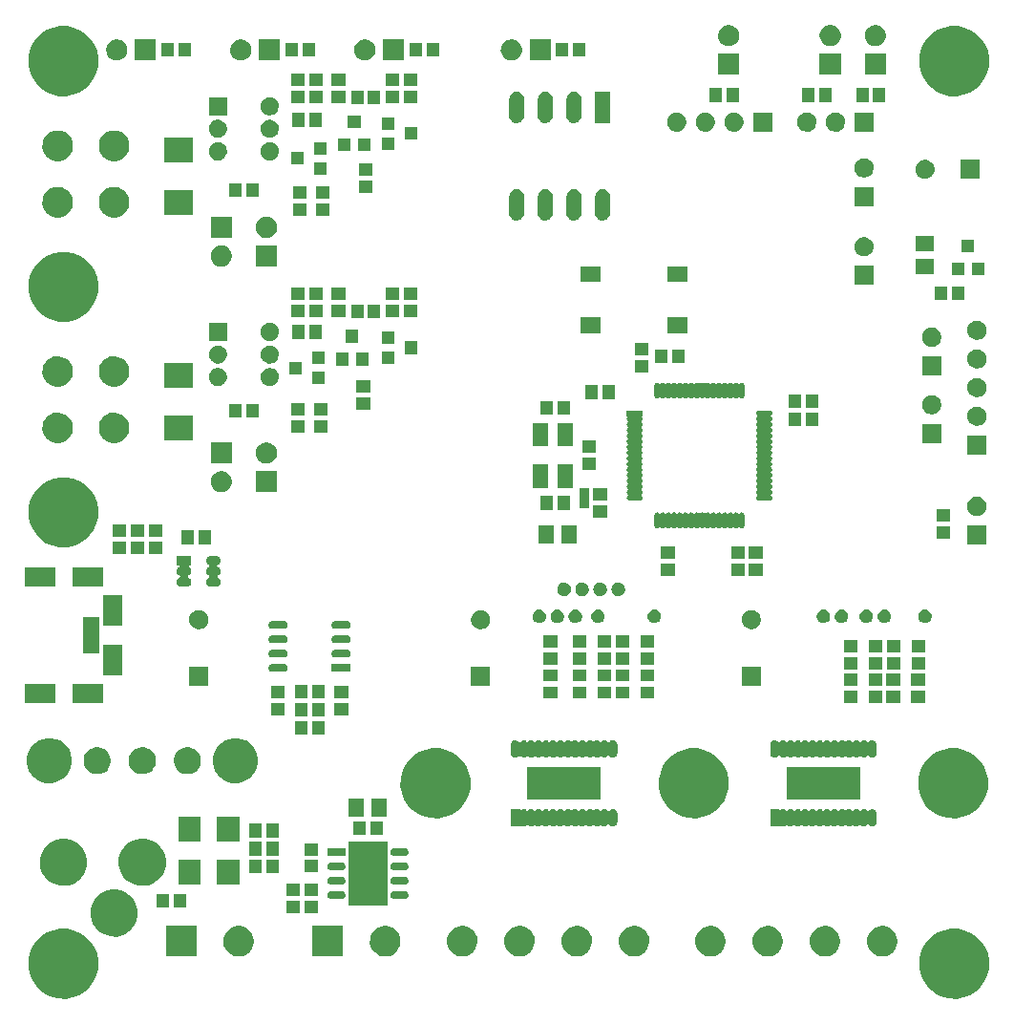
<source format=gts>
G04 #@! TF.FileFunction,Soldermask,Top*
%FSLAX46Y46*%
G04 Gerber Fmt 4.6, Leading zero omitted, Abs format (unit mm)*
G04 Created by KiCad (PCBNEW (2015-07-11 BZR 5925, Git c291b88)-product) date 17.07.2015 1:56:37*
%MOMM*%
G01*
G04 APERTURE LIST*
%ADD10C,0.150000*%
G04 APERTURE END LIST*
D10*
G36*
X71300000Y-78600000D02*
X68600000Y-78600000D01*
X68600000Y-76900000D01*
X71300000Y-76900000D01*
X71300000Y-78600000D01*
X71300000Y-78600000D01*
G37*
G36*
X71300000Y-88900000D02*
X68600000Y-88900000D01*
X68600000Y-87200000D01*
X71300000Y-87200000D01*
X71300000Y-88900000D01*
X71300000Y-88900000D01*
G37*
G36*
X72750086Y-93803890D02*
X72743830Y-94251879D01*
X72743679Y-94252542D01*
X72743679Y-94252566D01*
X72656939Y-94634351D01*
X72497405Y-94992671D01*
X72271320Y-95313166D01*
X71987285Y-95583650D01*
X71656116Y-95793815D01*
X71290447Y-95935649D01*
X70904180Y-96003759D01*
X70512046Y-95995544D01*
X70128973Y-95911320D01*
X69769558Y-95754296D01*
X69447487Y-95530450D01*
X69175027Y-95248310D01*
X68962556Y-94918620D01*
X68818170Y-94553942D01*
X68747367Y-94168165D01*
X68752843Y-93775986D01*
X68834390Y-93392334D01*
X68988904Y-93031826D01*
X69210496Y-92708201D01*
X69490723Y-92433781D01*
X69818925Y-92219012D01*
X70182581Y-92072085D01*
X70567857Y-91998590D01*
X70960069Y-92001329D01*
X71344282Y-92080196D01*
X71705853Y-92232186D01*
X72031018Y-92451513D01*
X72307394Y-92729824D01*
X72524442Y-93056509D01*
X72673907Y-93419138D01*
X72749953Y-93803200D01*
X72749952Y-93803217D01*
X72750086Y-93803890D01*
X72750086Y-93803890D01*
G37*
G36*
X72850058Y-39367626D02*
X72845835Y-39670019D01*
X72845684Y-39670682D01*
X72845684Y-39670706D01*
X72787185Y-39928192D01*
X72679503Y-40170047D01*
X72526890Y-40386390D01*
X72335169Y-40568964D01*
X72111628Y-40710827D01*
X71864803Y-40806564D01*
X71604071Y-40852539D01*
X71339380Y-40846994D01*
X71080808Y-40790144D01*
X70838201Y-40684151D01*
X70620803Y-40533055D01*
X70436892Y-40342610D01*
X70293475Y-40120070D01*
X70196012Y-39873909D01*
X70148221Y-39613511D01*
X70151917Y-39348791D01*
X70206962Y-39089825D01*
X70311259Y-38846481D01*
X70460834Y-38628034D01*
X70649989Y-38442799D01*
X70871520Y-38297833D01*
X71116991Y-38198656D01*
X71377053Y-38149046D01*
X71641797Y-38150896D01*
X71901141Y-38204131D01*
X72145201Y-38306724D01*
X72364688Y-38454770D01*
X72551243Y-38642631D01*
X72697749Y-38863142D01*
X72798639Y-39107918D01*
X72849925Y-39366936D01*
X72849924Y-39366953D01*
X72850058Y-39367626D01*
X72850058Y-39367626D01*
G37*
G36*
X72850058Y-44367626D02*
X72845835Y-44670019D01*
X72845684Y-44670682D01*
X72845684Y-44670706D01*
X72787185Y-44928192D01*
X72679503Y-45170047D01*
X72526890Y-45386390D01*
X72335169Y-45568964D01*
X72111628Y-45710827D01*
X71864803Y-45806564D01*
X71604071Y-45852539D01*
X71339380Y-45846994D01*
X71080808Y-45790144D01*
X70838201Y-45684151D01*
X70620803Y-45533055D01*
X70436892Y-45342610D01*
X70293475Y-45120070D01*
X70196012Y-44873909D01*
X70148221Y-44613511D01*
X70151917Y-44348791D01*
X70206962Y-44089825D01*
X70311259Y-43846481D01*
X70460834Y-43628034D01*
X70649989Y-43442799D01*
X70871520Y-43297833D01*
X71116991Y-43198656D01*
X71377053Y-43149046D01*
X71641797Y-43150896D01*
X71901141Y-43204131D01*
X72145201Y-43306724D01*
X72364688Y-43454770D01*
X72551243Y-43642631D01*
X72697749Y-43863142D01*
X72798639Y-44107918D01*
X72849925Y-44366936D01*
X72849924Y-44366953D01*
X72850058Y-44367626D01*
X72850058Y-44367626D01*
G37*
G36*
X72850058Y-59367626D02*
X72845835Y-59670019D01*
X72845684Y-59670682D01*
X72845684Y-59670706D01*
X72787185Y-59928192D01*
X72679503Y-60170047D01*
X72526890Y-60386390D01*
X72335169Y-60568964D01*
X72111628Y-60710827D01*
X71864803Y-60806564D01*
X71604071Y-60852539D01*
X71339380Y-60846994D01*
X71080808Y-60790144D01*
X70838201Y-60684151D01*
X70620803Y-60533055D01*
X70436892Y-60342610D01*
X70293475Y-60120070D01*
X70196012Y-59873909D01*
X70148221Y-59613511D01*
X70151917Y-59348791D01*
X70206962Y-59089825D01*
X70311259Y-58846481D01*
X70460834Y-58628034D01*
X70649989Y-58442799D01*
X70871520Y-58297833D01*
X71116991Y-58198656D01*
X71377053Y-58149046D01*
X71641797Y-58150896D01*
X71901141Y-58204131D01*
X72145201Y-58306724D01*
X72364688Y-58454770D01*
X72551243Y-58642631D01*
X72697749Y-58863142D01*
X72798639Y-59107918D01*
X72849925Y-59366936D01*
X72849924Y-59366953D01*
X72850058Y-59367626D01*
X72850058Y-59367626D01*
G37*
G36*
X72850058Y-64367626D02*
X72845835Y-64670019D01*
X72845684Y-64670682D01*
X72845684Y-64670706D01*
X72787185Y-64928192D01*
X72679503Y-65170047D01*
X72526890Y-65386390D01*
X72335169Y-65568964D01*
X72111628Y-65710827D01*
X71864803Y-65806564D01*
X71604071Y-65852539D01*
X71339380Y-65846994D01*
X71080808Y-65790144D01*
X70838201Y-65684151D01*
X70620803Y-65533055D01*
X70436892Y-65342610D01*
X70293475Y-65120070D01*
X70196012Y-64873909D01*
X70148221Y-64613511D01*
X70151917Y-64348791D01*
X70206962Y-64089825D01*
X70311259Y-63846481D01*
X70460834Y-63628034D01*
X70649989Y-63442799D01*
X70871520Y-63297833D01*
X71116991Y-63198656D01*
X71377053Y-63149046D01*
X71641797Y-63150896D01*
X71901141Y-63204131D01*
X72145201Y-63306724D01*
X72364688Y-63454770D01*
X72551243Y-63642631D01*
X72697749Y-63863142D01*
X72798639Y-64107918D01*
X72849925Y-64366936D01*
X72849924Y-64366953D01*
X72850058Y-64367626D01*
X72850058Y-64367626D01*
G37*
G36*
X74100090Y-102794084D02*
X74093522Y-103264473D01*
X74093370Y-103265140D01*
X74093370Y-103265160D01*
X74002286Y-103666069D01*
X73834776Y-104042304D01*
X73597386Y-104378824D01*
X73299149Y-104662831D01*
X72951424Y-104883504D01*
X72567467Y-105032432D01*
X72161889Y-105103947D01*
X71750148Y-105095321D01*
X71347922Y-105006886D01*
X70970535Y-104842010D01*
X70632361Y-104606973D01*
X70346278Y-104310725D01*
X70123184Y-103964551D01*
X69971579Y-103581639D01*
X69897235Y-103176573D01*
X69902985Y-102764785D01*
X69988610Y-102361951D01*
X70150849Y-101983418D01*
X70383521Y-101643611D01*
X70677762Y-101355467D01*
X71022367Y-101129964D01*
X71404210Y-100975689D01*
X71808750Y-100898519D01*
X72220572Y-100901395D01*
X72623996Y-100984206D01*
X73003645Y-101143795D01*
X73345072Y-101374091D01*
X73635261Y-101666313D01*
X73863164Y-102009335D01*
X74020103Y-102390095D01*
X74099957Y-102793395D01*
X74099956Y-102793411D01*
X74100090Y-102794084D01*
X74100090Y-102794084D01*
G37*
G36*
X75100133Y-31696029D02*
X75090437Y-32390413D01*
X75090285Y-32391080D01*
X75090285Y-32391100D01*
X74955753Y-32983245D01*
X74708479Y-33538632D01*
X74358041Y-34035409D01*
X73917789Y-34454655D01*
X73404481Y-34780410D01*
X72837690Y-35000254D01*
X72238979Y-35105823D01*
X71631171Y-35093091D01*
X71037410Y-34962544D01*
X70480316Y-34719156D01*
X69981105Y-34372195D01*
X69558793Y-33934878D01*
X69229466Y-33423862D01*
X69005665Y-32858608D01*
X68895921Y-32260656D01*
X68904409Y-31652777D01*
X69030808Y-31058118D01*
X69270303Y-30499333D01*
X69613770Y-29997713D01*
X70048127Y-29572359D01*
X70556829Y-29239473D01*
X71120503Y-29011734D01*
X71717678Y-28897817D01*
X72325606Y-28902062D01*
X72921136Y-29024306D01*
X73481569Y-29259890D01*
X73985580Y-29599850D01*
X74413955Y-30031226D01*
X74750383Y-30537592D01*
X74982054Y-31099665D01*
X75100000Y-31695340D01*
X75099999Y-31695356D01*
X75100133Y-31696029D01*
X75100133Y-31696029D01*
G37*
G36*
X75100133Y-51696029D02*
X75090437Y-52390413D01*
X75090285Y-52391080D01*
X75090285Y-52391100D01*
X74955753Y-52983245D01*
X74708479Y-53538632D01*
X74358041Y-54035409D01*
X73917789Y-54454655D01*
X73404481Y-54780410D01*
X72837690Y-55000254D01*
X72238979Y-55105823D01*
X71631171Y-55093091D01*
X71037410Y-54962544D01*
X70480316Y-54719156D01*
X69981105Y-54372195D01*
X69558793Y-53934878D01*
X69229466Y-53423862D01*
X69005665Y-52858608D01*
X68895921Y-52260656D01*
X68904409Y-51652777D01*
X69030808Y-51058118D01*
X69270303Y-50499333D01*
X69613770Y-49997713D01*
X70048127Y-49572359D01*
X70556829Y-49239473D01*
X71120503Y-49011734D01*
X71717678Y-48897817D01*
X72325606Y-48902062D01*
X72921136Y-49024306D01*
X73481569Y-49259890D01*
X73985580Y-49599850D01*
X74413955Y-50031226D01*
X74750383Y-50537592D01*
X74982054Y-51099665D01*
X75100000Y-51695340D01*
X75099999Y-51695356D01*
X75100133Y-51696029D01*
X75100133Y-51696029D01*
G37*
G36*
X75100133Y-71696029D02*
X75090437Y-72390413D01*
X75090285Y-72391080D01*
X75090285Y-72391100D01*
X74955753Y-72983245D01*
X74708479Y-73538632D01*
X74358041Y-74035409D01*
X73917789Y-74454655D01*
X73404481Y-74780410D01*
X72837690Y-75000254D01*
X72238979Y-75105823D01*
X71631171Y-75093091D01*
X71037410Y-74962544D01*
X70480316Y-74719156D01*
X69981105Y-74372195D01*
X69558793Y-73934878D01*
X69229466Y-73423862D01*
X69005665Y-72858608D01*
X68895921Y-72260656D01*
X68904409Y-71652777D01*
X69030808Y-71058118D01*
X69270303Y-70499333D01*
X69613770Y-69997713D01*
X70048127Y-69572359D01*
X70556829Y-69239473D01*
X71120503Y-69011734D01*
X71717678Y-68897817D01*
X72325606Y-68902062D01*
X72921136Y-69024306D01*
X73481569Y-69259890D01*
X73985580Y-69599850D01*
X74413955Y-70031226D01*
X74750383Y-70537592D01*
X74982054Y-71099665D01*
X75100000Y-71695340D01*
X75099999Y-71695356D01*
X75100133Y-71696029D01*
X75100133Y-71696029D01*
G37*
G36*
X75100133Y-111696029D02*
X75090437Y-112390413D01*
X75090285Y-112391080D01*
X75090285Y-112391100D01*
X74955753Y-112983245D01*
X74708479Y-113538632D01*
X74358041Y-114035409D01*
X73917789Y-114454655D01*
X73404481Y-114780410D01*
X72837690Y-115000254D01*
X72238979Y-115105823D01*
X71631171Y-115093091D01*
X71037410Y-114962544D01*
X70480316Y-114719156D01*
X69981105Y-114372195D01*
X69558793Y-113934878D01*
X69229466Y-113423862D01*
X69005665Y-112858608D01*
X68895921Y-112260656D01*
X68904409Y-111652777D01*
X69030808Y-111058118D01*
X69270303Y-110499333D01*
X69613770Y-109997713D01*
X70048127Y-109572359D01*
X70556829Y-109239473D01*
X71120503Y-109011734D01*
X71717678Y-108897817D01*
X72325606Y-108902062D01*
X72921136Y-109024306D01*
X73481569Y-109259890D01*
X73985580Y-109599850D01*
X74413955Y-110031226D01*
X74750383Y-110537592D01*
X74982054Y-111099665D01*
X75100000Y-111695340D01*
X75099999Y-111695356D01*
X75100133Y-111696029D01*
X75100133Y-111696029D01*
G37*
G36*
X75200000Y-84500000D02*
X73750000Y-84500000D01*
X73750000Y-83900000D01*
X73750000Y-83850000D01*
X73750000Y-83250000D01*
X73750000Y-83200000D01*
X73750000Y-82600000D01*
X73750000Y-82550000D01*
X73750000Y-81950000D01*
X73750000Y-81900000D01*
X73750000Y-81300000D01*
X75200000Y-81300000D01*
X75200000Y-81900000D01*
X75200000Y-81950000D01*
X75200000Y-82550000D01*
X75200000Y-82600000D01*
X75200000Y-83200000D01*
X75200000Y-83250000D01*
X75200000Y-83850000D01*
X75200000Y-83900000D01*
X75200000Y-84500000D01*
X75200000Y-84500000D01*
G37*
G36*
X75500000Y-78600000D02*
X72800000Y-78600000D01*
X72800000Y-76900000D01*
X75500000Y-76900000D01*
X75500000Y-78600000D01*
X75500000Y-78600000D01*
G37*
G36*
X75500000Y-88900000D02*
X72800000Y-88900000D01*
X72800000Y-87200000D01*
X75500000Y-87200000D01*
X75500000Y-88900000D01*
X75500000Y-88900000D01*
G37*
G36*
X76200051Y-93882334D02*
X76196298Y-94151128D01*
X76196147Y-94151791D01*
X76196147Y-94151815D01*
X76144164Y-94380612D01*
X76048445Y-94595603D01*
X75912794Y-94787900D01*
X75742372Y-94950191D01*
X75543669Y-95076291D01*
X75324270Y-95161391D01*
X75092507Y-95202257D01*
X74857226Y-95197328D01*
X74627385Y-95146795D01*
X74411734Y-95052579D01*
X74218491Y-94918272D01*
X74055015Y-94748987D01*
X73927533Y-94551173D01*
X73840899Y-94332363D01*
X73798418Y-94100900D01*
X73801704Y-93865592D01*
X73850633Y-93635400D01*
X73943341Y-93419094D01*
X74076296Y-93224919D01*
X74244433Y-93060268D01*
X74441354Y-92931406D01*
X74659547Y-92843250D01*
X74890714Y-92799152D01*
X75126041Y-92800796D01*
X75356570Y-92848116D01*
X75573512Y-92939310D01*
X75768615Y-93070908D01*
X75934436Y-93237891D01*
X76064666Y-93433904D01*
X76154347Y-93651486D01*
X76199919Y-93881641D01*
X76199918Y-93881665D01*
X76200051Y-93882334D01*
X76200051Y-93882334D01*
G37*
G36*
X77200000Y-82050000D02*
X75500000Y-82050000D01*
X75500000Y-79350000D01*
X77200000Y-79350000D01*
X77200000Y-82050000D01*
X77200000Y-82050000D01*
G37*
G36*
X77200000Y-86450000D02*
X75500000Y-86450000D01*
X75500000Y-83750000D01*
X77200000Y-83750000D01*
X77200000Y-86450000D01*
X77200000Y-86450000D01*
G37*
G36*
X77600000Y-74200000D02*
X76400000Y-74200000D01*
X76400000Y-73100000D01*
X77600000Y-73100000D01*
X77600000Y-74200000D01*
X77600000Y-74200000D01*
G37*
G36*
X77600000Y-75700000D02*
X76400000Y-75700000D01*
X76400000Y-74600000D01*
X77600000Y-74600000D01*
X77600000Y-75700000D01*
X77600000Y-75700000D01*
G37*
G36*
X77668241Y-30908005D02*
X77665306Y-31118157D01*
X77665154Y-31118824D01*
X77665154Y-31118844D01*
X77624546Y-31297575D01*
X77549709Y-31465664D01*
X77443654Y-31616006D01*
X77310412Y-31742891D01*
X77155058Y-31841481D01*
X76983526Y-31908014D01*
X76802325Y-31939965D01*
X76618374Y-31936111D01*
X76438676Y-31896603D01*
X76270074Y-31822942D01*
X76118990Y-31717936D01*
X75991179Y-31585584D01*
X75891508Y-31430925D01*
X75823777Y-31259854D01*
X75790563Y-31078886D01*
X75793131Y-30894917D01*
X75831387Y-30714943D01*
X75903869Y-30545827D01*
X76007818Y-30394015D01*
X76139273Y-30265284D01*
X76293231Y-30164537D01*
X76463820Y-30095615D01*
X76644557Y-30061136D01*
X76828542Y-30062422D01*
X77008781Y-30099419D01*
X77178387Y-30170714D01*
X77330928Y-30273605D01*
X77460576Y-30404160D01*
X77562391Y-30557406D01*
X77632507Y-30727517D01*
X77668107Y-30907315D01*
X77668106Y-30907327D01*
X77668241Y-30908005D01*
X77668241Y-30908005D01*
G37*
G36*
X77850058Y-39367626D02*
X77845835Y-39670019D01*
X77845684Y-39670682D01*
X77845684Y-39670706D01*
X77787185Y-39928192D01*
X77679503Y-40170047D01*
X77526890Y-40386390D01*
X77335169Y-40568964D01*
X77111628Y-40710827D01*
X76864803Y-40806564D01*
X76604071Y-40852539D01*
X76339380Y-40846994D01*
X76080808Y-40790144D01*
X75838201Y-40684151D01*
X75620803Y-40533055D01*
X75436892Y-40342610D01*
X75293475Y-40120070D01*
X75196012Y-39873909D01*
X75148221Y-39613511D01*
X75151917Y-39348791D01*
X75206962Y-39089825D01*
X75311259Y-38846481D01*
X75460834Y-38628034D01*
X75649989Y-38442799D01*
X75871520Y-38297833D01*
X76116991Y-38198656D01*
X76377053Y-38149046D01*
X76641797Y-38150896D01*
X76901141Y-38204131D01*
X77145201Y-38306724D01*
X77364688Y-38454770D01*
X77551243Y-38642631D01*
X77697749Y-38863142D01*
X77798639Y-39107918D01*
X77849925Y-39366936D01*
X77849924Y-39366953D01*
X77850058Y-39367626D01*
X77850058Y-39367626D01*
G37*
G36*
X77850058Y-44367626D02*
X77845835Y-44670019D01*
X77845684Y-44670682D01*
X77845684Y-44670706D01*
X77787185Y-44928192D01*
X77679503Y-45170047D01*
X77526890Y-45386390D01*
X77335169Y-45568964D01*
X77111628Y-45710827D01*
X76864803Y-45806564D01*
X76604071Y-45852539D01*
X76339380Y-45846994D01*
X76080808Y-45790144D01*
X75838201Y-45684151D01*
X75620803Y-45533055D01*
X75436892Y-45342610D01*
X75293475Y-45120070D01*
X75196012Y-44873909D01*
X75148221Y-44613511D01*
X75151917Y-44348791D01*
X75206962Y-44089825D01*
X75311259Y-43846481D01*
X75460834Y-43628034D01*
X75649989Y-43442799D01*
X75871520Y-43297833D01*
X76116991Y-43198656D01*
X76377053Y-43149046D01*
X76641797Y-43150896D01*
X76901141Y-43204131D01*
X77145201Y-43306724D01*
X77364688Y-43454770D01*
X77551243Y-43642631D01*
X77697749Y-43863142D01*
X77798639Y-44107918D01*
X77849925Y-44366936D01*
X77849924Y-44366953D01*
X77850058Y-44367626D01*
X77850058Y-44367626D01*
G37*
G36*
X77850058Y-59367626D02*
X77845835Y-59670019D01*
X77845684Y-59670682D01*
X77845684Y-59670706D01*
X77787185Y-59928192D01*
X77679503Y-60170047D01*
X77526890Y-60386390D01*
X77335169Y-60568964D01*
X77111628Y-60710827D01*
X76864803Y-60806564D01*
X76604071Y-60852539D01*
X76339380Y-60846994D01*
X76080808Y-60790144D01*
X75838201Y-60684151D01*
X75620803Y-60533055D01*
X75436892Y-60342610D01*
X75293475Y-60120070D01*
X75196012Y-59873909D01*
X75148221Y-59613511D01*
X75151917Y-59348791D01*
X75206962Y-59089825D01*
X75311259Y-58846481D01*
X75460834Y-58628034D01*
X75649989Y-58442799D01*
X75871520Y-58297833D01*
X76116991Y-58198656D01*
X76377053Y-58149046D01*
X76641797Y-58150896D01*
X76901141Y-58204131D01*
X77145201Y-58306724D01*
X77364688Y-58454770D01*
X77551243Y-58642631D01*
X77697749Y-58863142D01*
X77798639Y-59107918D01*
X77849925Y-59366936D01*
X77849924Y-59366953D01*
X77850058Y-59367626D01*
X77850058Y-59367626D01*
G37*
G36*
X77850058Y-64367626D02*
X77845835Y-64670019D01*
X77845684Y-64670682D01*
X77845684Y-64670706D01*
X77787185Y-64928192D01*
X77679503Y-65170047D01*
X77526890Y-65386390D01*
X77335169Y-65568964D01*
X77111628Y-65710827D01*
X76864803Y-65806564D01*
X76604071Y-65852539D01*
X76339380Y-65846994D01*
X76080808Y-65790144D01*
X75838201Y-65684151D01*
X75620803Y-65533055D01*
X75436892Y-65342610D01*
X75293475Y-65120070D01*
X75196012Y-64873909D01*
X75148221Y-64613511D01*
X75151917Y-64348791D01*
X75206962Y-64089825D01*
X75311259Y-63846481D01*
X75460834Y-63628034D01*
X75649989Y-63442799D01*
X75871520Y-63297833D01*
X76116991Y-63198656D01*
X76377053Y-63149046D01*
X76641797Y-63150896D01*
X76901141Y-63204131D01*
X77145201Y-63306724D01*
X77364688Y-63454770D01*
X77551243Y-63642631D01*
X77697749Y-63863142D01*
X77798639Y-64107918D01*
X77849925Y-64366936D01*
X77849924Y-64366953D01*
X77850058Y-64367626D01*
X77850058Y-64367626D01*
G37*
G36*
X78600090Y-107294084D02*
X78593522Y-107764473D01*
X78593370Y-107765140D01*
X78593370Y-107765160D01*
X78502286Y-108166069D01*
X78334776Y-108542304D01*
X78097386Y-108878824D01*
X77799149Y-109162831D01*
X77451424Y-109383504D01*
X77067467Y-109532432D01*
X76661889Y-109603947D01*
X76250148Y-109595321D01*
X75847922Y-109506886D01*
X75470535Y-109342010D01*
X75132361Y-109106973D01*
X74846278Y-108810725D01*
X74623184Y-108464551D01*
X74471579Y-108081639D01*
X74397235Y-107676573D01*
X74402985Y-107264785D01*
X74488610Y-106861951D01*
X74650849Y-106483418D01*
X74883521Y-106143611D01*
X75177762Y-105855467D01*
X75522367Y-105629964D01*
X75904210Y-105475689D01*
X76308750Y-105398519D01*
X76720572Y-105401395D01*
X77123996Y-105484206D01*
X77503645Y-105643795D01*
X77845072Y-105874091D01*
X78135261Y-106166313D01*
X78363164Y-106509335D01*
X78520103Y-106890095D01*
X78599957Y-107293395D01*
X78599956Y-107293411D01*
X78600090Y-107294084D01*
X78600090Y-107294084D01*
G37*
G36*
X79208000Y-74182500D02*
X77992000Y-74182500D01*
X77992000Y-73093500D01*
X79208000Y-73093500D01*
X79208000Y-74182500D01*
X79208000Y-74182500D01*
G37*
G36*
X79208000Y-75706500D02*
X77992000Y-75706500D01*
X77992000Y-74617500D01*
X79208000Y-74617500D01*
X79208000Y-75706500D01*
X79208000Y-75706500D01*
G37*
G36*
X80200051Y-93882334D02*
X80196298Y-94151128D01*
X80196147Y-94151791D01*
X80196147Y-94151815D01*
X80144164Y-94380612D01*
X80048445Y-94595603D01*
X79912794Y-94787900D01*
X79742372Y-94950191D01*
X79543669Y-95076291D01*
X79324270Y-95161391D01*
X79092507Y-95202257D01*
X78857226Y-95197328D01*
X78627385Y-95146795D01*
X78411734Y-95052579D01*
X78218491Y-94918272D01*
X78055015Y-94748987D01*
X77927533Y-94551173D01*
X77840899Y-94332363D01*
X77798418Y-94100900D01*
X77801704Y-93865592D01*
X77850633Y-93635400D01*
X77943341Y-93419094D01*
X78076296Y-93224919D01*
X78244433Y-93060268D01*
X78441354Y-92931406D01*
X78659547Y-92843250D01*
X78890714Y-92799152D01*
X79126041Y-92800796D01*
X79356570Y-92848116D01*
X79573512Y-92939310D01*
X79768615Y-93070908D01*
X79934436Y-93237891D01*
X80064666Y-93433904D01*
X80154347Y-93651486D01*
X80199919Y-93881641D01*
X80199918Y-93881665D01*
X80200051Y-93882334D01*
X80200051Y-93882334D01*
G37*
G36*
X80208200Y-31938200D02*
X78331800Y-31938200D01*
X78331800Y-30061800D01*
X80208200Y-30061800D01*
X80208200Y-31938200D01*
X80208200Y-31938200D01*
G37*
G36*
X80808000Y-74182500D02*
X79592000Y-74182500D01*
X79592000Y-73093500D01*
X80808000Y-73093500D01*
X80808000Y-74182500D01*
X80808000Y-74182500D01*
G37*
G36*
X80808000Y-75706500D02*
X79592000Y-75706500D01*
X79592000Y-74617500D01*
X80808000Y-74617500D01*
X80808000Y-75706500D01*
X80808000Y-75706500D01*
G37*
G36*
X81100090Y-102794084D02*
X81093522Y-103264473D01*
X81093370Y-103265140D01*
X81093370Y-103265160D01*
X81002286Y-103666069D01*
X80834776Y-104042304D01*
X80597386Y-104378824D01*
X80299149Y-104662831D01*
X79951424Y-104883504D01*
X79567467Y-105032432D01*
X79161889Y-105103947D01*
X78750148Y-105095321D01*
X78347922Y-105006886D01*
X77970535Y-104842010D01*
X77632361Y-104606973D01*
X77346278Y-104310725D01*
X77123184Y-103964551D01*
X76971579Y-103581639D01*
X76897235Y-103176573D01*
X76902985Y-102764785D01*
X76988610Y-102361951D01*
X77150849Y-101983418D01*
X77383521Y-101643611D01*
X77677762Y-101355467D01*
X78022367Y-101129964D01*
X78404210Y-100975689D01*
X78808750Y-100898519D01*
X79220572Y-100901395D01*
X79623996Y-100984206D01*
X80003645Y-101143795D01*
X80345072Y-101374091D01*
X80635261Y-101666313D01*
X80863164Y-102009335D01*
X81020103Y-102390095D01*
X81099957Y-102793395D01*
X81099956Y-102793411D01*
X81100090Y-102794084D01*
X81100090Y-102794084D01*
G37*
G36*
X81400000Y-107000000D02*
X80300000Y-107000000D01*
X80300000Y-105800000D01*
X81400000Y-105800000D01*
X81400000Y-107000000D01*
X81400000Y-107000000D01*
G37*
G36*
X81800000Y-31600000D02*
X80700000Y-31600000D01*
X80700000Y-30400000D01*
X81800000Y-30400000D01*
X81800000Y-31600000D01*
X81800000Y-31600000D01*
G37*
G36*
X82900000Y-107000000D02*
X81800000Y-107000000D01*
X81800000Y-105800000D01*
X82900000Y-105800000D01*
X82900000Y-107000000D01*
X82900000Y-107000000D01*
G37*
G36*
X83300000Y-31600000D02*
X82200000Y-31600000D01*
X82200000Y-30400000D01*
X83300000Y-30400000D01*
X83300000Y-31600000D01*
X83300000Y-31600000D01*
G37*
G36*
X83352568Y-78152875D02*
X83344061Y-78233812D01*
X83344056Y-78233825D01*
X83344048Y-78233910D01*
X83319953Y-78311748D01*
X83281198Y-78383423D01*
X83229260Y-78446206D01*
X83166116Y-78497705D01*
X83094172Y-78535958D01*
X83016168Y-78559509D01*
X82935075Y-78567460D01*
X82930664Y-78567460D01*
X82463965Y-78567460D01*
X82463885Y-78567460D01*
X82462193Y-78567448D01*
X82462188Y-78567447D01*
X82458136Y-78567419D01*
X82377162Y-78558337D01*
X82299494Y-78533699D01*
X82228091Y-78494445D01*
X82165673Y-78442069D01*
X82114616Y-78378568D01*
X82076866Y-78306358D01*
X82053860Y-78228192D01*
X82053853Y-78228123D01*
X82053849Y-78228107D01*
X82046472Y-78147045D01*
X82054979Y-78066108D01*
X82054983Y-78066094D01*
X82054992Y-78066010D01*
X82079087Y-77988172D01*
X82117842Y-77916497D01*
X82169780Y-77853714D01*
X82232924Y-77802215D01*
X82304868Y-77763962D01*
X82306045Y-77763606D01*
X82336665Y-77738410D01*
X82355089Y-77703238D01*
X82358374Y-77663668D01*
X82346001Y-77625940D01*
X82307234Y-77587714D01*
X82300698Y-77584121D01*
X82299494Y-77583739D01*
X82228091Y-77544485D01*
X82165673Y-77492109D01*
X82114616Y-77428608D01*
X82076866Y-77356398D01*
X82053860Y-77278232D01*
X82053853Y-77278163D01*
X82053849Y-77278147D01*
X82046472Y-77197085D01*
X82054979Y-77116148D01*
X82054983Y-77116134D01*
X82054992Y-77116050D01*
X82079087Y-77038212D01*
X82117842Y-76966537D01*
X82169780Y-76903754D01*
X82232924Y-76852255D01*
X82233705Y-76851839D01*
X82240305Y-76846457D01*
X82239428Y-76845382D01*
X82257387Y-76830602D01*
X82275810Y-76795430D01*
X82279094Y-76755860D01*
X82266720Y-76718132D01*
X82240640Y-76688194D01*
X82204965Y-76670764D01*
X82179778Y-76667540D01*
X82049610Y-76667540D01*
X82049610Y-75832540D01*
X83349430Y-75832540D01*
X83349430Y-76667540D01*
X83217989Y-76667540D01*
X83179074Y-76675423D01*
X83146294Y-76697827D01*
X83124817Y-76731223D01*
X83118028Y-76770343D01*
X83126999Y-76809022D01*
X83150314Y-76841161D01*
X83168154Y-76853978D01*
X83170949Y-76855515D01*
X83233367Y-76907891D01*
X83284424Y-76971392D01*
X83322174Y-77043602D01*
X83345180Y-77121768D01*
X83345186Y-77121836D01*
X83345191Y-77121853D01*
X83352568Y-77202915D01*
X83344061Y-77283852D01*
X83344056Y-77283865D01*
X83344048Y-77283950D01*
X83319953Y-77361788D01*
X83281198Y-77433463D01*
X83229260Y-77496246D01*
X83166116Y-77547745D01*
X83094172Y-77585998D01*
X83092990Y-77586354D01*
X83062375Y-77611548D01*
X83043950Y-77646720D01*
X83040665Y-77686289D01*
X83053037Y-77724018D01*
X83091805Y-77762244D01*
X83098347Y-77765840D01*
X83099546Y-77766221D01*
X83170949Y-77805475D01*
X83233367Y-77857851D01*
X83284424Y-77921352D01*
X83322174Y-77993562D01*
X83345180Y-78071728D01*
X83345186Y-78071796D01*
X83345191Y-78071813D01*
X83352568Y-78152875D01*
X83352568Y-78152875D01*
G37*
G36*
X83450620Y-40949990D02*
X80949380Y-40949990D01*
X80949380Y-38751010D01*
X83450620Y-38751010D01*
X83450620Y-40949990D01*
X83450620Y-40949990D01*
G37*
G36*
X83450620Y-45648990D02*
X80949380Y-45648990D01*
X80949380Y-43450010D01*
X83450620Y-43450010D01*
X83450620Y-45648990D01*
X83450620Y-45648990D01*
G37*
G36*
X83450620Y-60949990D02*
X80949380Y-60949990D01*
X80949380Y-58751010D01*
X83450620Y-58751010D01*
X83450620Y-60949990D01*
X83450620Y-60949990D01*
G37*
G36*
X83450620Y-65648990D02*
X80949380Y-65648990D01*
X80949380Y-63450010D01*
X83450620Y-63450010D01*
X83450620Y-65648990D01*
X83450620Y-65648990D01*
G37*
G36*
X83600000Y-74800000D02*
X82500000Y-74800000D01*
X82500000Y-73600000D01*
X83600000Y-73600000D01*
X83600000Y-74800000D01*
X83600000Y-74800000D01*
G37*
G36*
X83810000Y-111350000D02*
X81110000Y-111350000D01*
X81110000Y-108650000D01*
X83810000Y-108650000D01*
X83810000Y-111350000D01*
X83810000Y-111350000D01*
G37*
G36*
X84200051Y-93882334D02*
X84196298Y-94151128D01*
X84196147Y-94151791D01*
X84196147Y-94151815D01*
X84144164Y-94380612D01*
X84048445Y-94595603D01*
X83912794Y-94787900D01*
X83742372Y-94950191D01*
X83543669Y-95076291D01*
X83324270Y-95161391D01*
X83092507Y-95202257D01*
X82857226Y-95197328D01*
X82627385Y-95146795D01*
X82411734Y-95052579D01*
X82218491Y-94918272D01*
X82055015Y-94748987D01*
X81927533Y-94551173D01*
X81840899Y-94332363D01*
X81798418Y-94100900D01*
X81801704Y-93865592D01*
X81850633Y-93635400D01*
X81943341Y-93419094D01*
X82076296Y-93224919D01*
X82244433Y-93060268D01*
X82441354Y-92931406D01*
X82659547Y-92843250D01*
X82890714Y-92799152D01*
X83126041Y-92800796D01*
X83356570Y-92848116D01*
X83573512Y-92939310D01*
X83768615Y-93070908D01*
X83934436Y-93237891D01*
X84064666Y-93433904D01*
X84154347Y-93651486D01*
X84199919Y-93881641D01*
X84199918Y-93881665D01*
X84200051Y-93882334D01*
X84200051Y-93882334D01*
G37*
G36*
X84200430Y-101194490D02*
X82199570Y-101194490D01*
X82199570Y-98995510D01*
X84200430Y-98995510D01*
X84200430Y-101194490D01*
X84200430Y-101194490D01*
G37*
G36*
X84200430Y-105004490D02*
X82199570Y-105004490D01*
X82199570Y-102805510D01*
X84200430Y-102805510D01*
X84200430Y-105004490D01*
X84200430Y-105004490D01*
G37*
G36*
X84850000Y-87350000D02*
X83150000Y-87350000D01*
X83150000Y-85650000D01*
X84850000Y-85650000D01*
X84850000Y-87350000D01*
X84850000Y-87350000D01*
G37*
G36*
X84850037Y-81416653D02*
X84847378Y-81607049D01*
X84847227Y-81607712D01*
X84847227Y-81607736D01*
X84810451Y-81769604D01*
X84742652Y-81921881D01*
X84646561Y-82058099D01*
X84525847Y-82173054D01*
X84385101Y-82262374D01*
X84229693Y-82322653D01*
X84065526Y-82351601D01*
X83898868Y-82348109D01*
X83736063Y-82312315D01*
X83583311Y-82245579D01*
X83446431Y-82150444D01*
X83330635Y-82030534D01*
X83240332Y-81890411D01*
X83178969Y-81735428D01*
X83148878Y-81571471D01*
X83151205Y-81404795D01*
X83185863Y-81241742D01*
X83251532Y-81088523D01*
X83345709Y-80950983D01*
X83464804Y-80834356D01*
X83604293Y-80743077D01*
X83758845Y-80680634D01*
X83922588Y-80649398D01*
X84089285Y-80650562D01*
X84252568Y-80684079D01*
X84406238Y-80748676D01*
X84544437Y-80841892D01*
X84661894Y-80960172D01*
X84754139Y-81099014D01*
X84817662Y-81253132D01*
X84849904Y-81415965D01*
X84849903Y-81415980D01*
X84850037Y-81416653D01*
X84850037Y-81416653D01*
G37*
G36*
X85100000Y-74800000D02*
X84000000Y-74800000D01*
X84000000Y-73600000D01*
X85100000Y-73600000D01*
X85100000Y-74800000D01*
X85100000Y-74800000D01*
G37*
G36*
X85953528Y-78152875D02*
X85945021Y-78233812D01*
X85945016Y-78233825D01*
X85945008Y-78233910D01*
X85920913Y-78311748D01*
X85882158Y-78383423D01*
X85830220Y-78446206D01*
X85767076Y-78497705D01*
X85695132Y-78535958D01*
X85617128Y-78559509D01*
X85536035Y-78567460D01*
X85531624Y-78567460D01*
X85064925Y-78567460D01*
X85064845Y-78567460D01*
X85063153Y-78567448D01*
X85063148Y-78567447D01*
X85059096Y-78567419D01*
X84978122Y-78558337D01*
X84900454Y-78533699D01*
X84829051Y-78494445D01*
X84766633Y-78442069D01*
X84715576Y-78378568D01*
X84677826Y-78306358D01*
X84654820Y-78228192D01*
X84654813Y-78228123D01*
X84654809Y-78228107D01*
X84647432Y-78147045D01*
X84655939Y-78066108D01*
X84655943Y-78066094D01*
X84655952Y-78066010D01*
X84680047Y-77988172D01*
X84718802Y-77916497D01*
X84770740Y-77853714D01*
X84833884Y-77802215D01*
X84905828Y-77763962D01*
X84907005Y-77763606D01*
X84937625Y-77738410D01*
X84956049Y-77703238D01*
X84959334Y-77663668D01*
X84946961Y-77625940D01*
X84908194Y-77587714D01*
X84901658Y-77584121D01*
X84900454Y-77583739D01*
X84829051Y-77544485D01*
X84766633Y-77492109D01*
X84715576Y-77428608D01*
X84677826Y-77356398D01*
X84654820Y-77278232D01*
X84654813Y-77278163D01*
X84654809Y-77278147D01*
X84647432Y-77197085D01*
X84655939Y-77116148D01*
X84655943Y-77116134D01*
X84655952Y-77116050D01*
X84680047Y-77038212D01*
X84718802Y-76966537D01*
X84770740Y-76903754D01*
X84833884Y-76852255D01*
X84905828Y-76814002D01*
X84907005Y-76813646D01*
X84937625Y-76788450D01*
X84956049Y-76753278D01*
X84959334Y-76713708D01*
X84946961Y-76675980D01*
X84908194Y-76637754D01*
X84901658Y-76634161D01*
X84900454Y-76633779D01*
X84829051Y-76594525D01*
X84766633Y-76542149D01*
X84715576Y-76478648D01*
X84677826Y-76406438D01*
X84654820Y-76328272D01*
X84654813Y-76328203D01*
X84654809Y-76328187D01*
X84647432Y-76247125D01*
X84655939Y-76166188D01*
X84655943Y-76166174D01*
X84655952Y-76166090D01*
X84680047Y-76088252D01*
X84718802Y-76016577D01*
X84770740Y-75953794D01*
X84833884Y-75902295D01*
X84905828Y-75864042D01*
X84983832Y-75840491D01*
X85064925Y-75832540D01*
X85069336Y-75832540D01*
X85536035Y-75832540D01*
X85536115Y-75832540D01*
X85537807Y-75832552D01*
X85537811Y-75832552D01*
X85541864Y-75832581D01*
X85622838Y-75841663D01*
X85700506Y-75866301D01*
X85771909Y-75905555D01*
X85834327Y-75957931D01*
X85885384Y-76021432D01*
X85923134Y-76093642D01*
X85946140Y-76171808D01*
X85946146Y-76171876D01*
X85946151Y-76171893D01*
X85953528Y-76252955D01*
X85945021Y-76333892D01*
X85945016Y-76333905D01*
X85945008Y-76333990D01*
X85920913Y-76411828D01*
X85882158Y-76483503D01*
X85830220Y-76546286D01*
X85767076Y-76597785D01*
X85695132Y-76636038D01*
X85693950Y-76636394D01*
X85663335Y-76661588D01*
X85644910Y-76696760D01*
X85641625Y-76736329D01*
X85653997Y-76774058D01*
X85692765Y-76812284D01*
X85699307Y-76815880D01*
X85700506Y-76816261D01*
X85771909Y-76855515D01*
X85834327Y-76907891D01*
X85885384Y-76971392D01*
X85923134Y-77043602D01*
X85946140Y-77121768D01*
X85946146Y-77121836D01*
X85946151Y-77121853D01*
X85953528Y-77202915D01*
X85945021Y-77283852D01*
X85945016Y-77283865D01*
X85945008Y-77283950D01*
X85920913Y-77361788D01*
X85882158Y-77433463D01*
X85830220Y-77496246D01*
X85767076Y-77547745D01*
X85695132Y-77585998D01*
X85693950Y-77586354D01*
X85663335Y-77611548D01*
X85644910Y-77646720D01*
X85641625Y-77686289D01*
X85653997Y-77724018D01*
X85692765Y-77762244D01*
X85699307Y-77765840D01*
X85700506Y-77766221D01*
X85771909Y-77805475D01*
X85834327Y-77857851D01*
X85885384Y-77921352D01*
X85923134Y-77993562D01*
X85946140Y-78071728D01*
X85946146Y-78071796D01*
X85946151Y-78071813D01*
X85953528Y-78152875D01*
X85953528Y-78152875D01*
G37*
G36*
X86500000Y-36800000D02*
X84900000Y-36800000D01*
X84900000Y-35200000D01*
X86500000Y-35200000D01*
X86500000Y-36800000D01*
X86500000Y-36800000D01*
G37*
G36*
X86500000Y-56800000D02*
X84900000Y-56800000D01*
X84900000Y-55200000D01*
X86500000Y-55200000D01*
X86500000Y-56800000D01*
X86500000Y-56800000D01*
G37*
G36*
X86500034Y-37921556D02*
X86497532Y-38100752D01*
X86497381Y-38101415D01*
X86497381Y-38101439D01*
X86462778Y-38253745D01*
X86398966Y-38397069D01*
X86308531Y-38525267D01*
X86194915Y-38633462D01*
X86062449Y-38717528D01*
X85916180Y-38774262D01*
X85761671Y-38801507D01*
X85604817Y-38798220D01*
X85451589Y-38764532D01*
X85307822Y-38701721D01*
X85178994Y-38612183D01*
X85070009Y-38499326D01*
X84985021Y-38367450D01*
X84927264Y-38221575D01*
X84898944Y-38067266D01*
X84901134Y-37910395D01*
X84933754Y-37756930D01*
X84995559Y-37612731D01*
X85084197Y-37483278D01*
X85196287Y-37373511D01*
X85327566Y-37287603D01*
X85473033Y-37228832D01*
X85627142Y-37199433D01*
X85784028Y-37200529D01*
X85937717Y-37232076D01*
X86082340Y-37292870D01*
X86212412Y-37380604D01*
X86322959Y-37491926D01*
X86409778Y-37622601D01*
X86469566Y-37767655D01*
X86499902Y-37920866D01*
X86499901Y-37920887D01*
X86500034Y-37921556D01*
X86500034Y-37921556D01*
G37*
G36*
X86500034Y-39921556D02*
X86497532Y-40100752D01*
X86497381Y-40101415D01*
X86497381Y-40101439D01*
X86462778Y-40253745D01*
X86398966Y-40397069D01*
X86308531Y-40525267D01*
X86194915Y-40633462D01*
X86062449Y-40717528D01*
X85916180Y-40774262D01*
X85761671Y-40801507D01*
X85604817Y-40798220D01*
X85451589Y-40764532D01*
X85307822Y-40701721D01*
X85178994Y-40612183D01*
X85070009Y-40499326D01*
X84985021Y-40367450D01*
X84927264Y-40221575D01*
X84898944Y-40067266D01*
X84901134Y-39910395D01*
X84933754Y-39756930D01*
X84995559Y-39612731D01*
X85084197Y-39483278D01*
X85196287Y-39373511D01*
X85327566Y-39287603D01*
X85473033Y-39228832D01*
X85627142Y-39199433D01*
X85784028Y-39200529D01*
X85937717Y-39232076D01*
X86082340Y-39292870D01*
X86212412Y-39380604D01*
X86322959Y-39491926D01*
X86409778Y-39622601D01*
X86469566Y-39767655D01*
X86499902Y-39920866D01*
X86499901Y-39920887D01*
X86500034Y-39921556D01*
X86500034Y-39921556D01*
G37*
G36*
X86500034Y-57921556D02*
X86497532Y-58100752D01*
X86497381Y-58101415D01*
X86497381Y-58101439D01*
X86462778Y-58253745D01*
X86398966Y-58397069D01*
X86308531Y-58525267D01*
X86194915Y-58633462D01*
X86062449Y-58717528D01*
X85916180Y-58774262D01*
X85761671Y-58801507D01*
X85604817Y-58798220D01*
X85451589Y-58764532D01*
X85307822Y-58701721D01*
X85178994Y-58612183D01*
X85070009Y-58499326D01*
X84985021Y-58367450D01*
X84927264Y-58221575D01*
X84898944Y-58067266D01*
X84901134Y-57910395D01*
X84933754Y-57756930D01*
X84995559Y-57612731D01*
X85084197Y-57483278D01*
X85196287Y-57373511D01*
X85327566Y-57287603D01*
X85473033Y-57228832D01*
X85627142Y-57199433D01*
X85784028Y-57200529D01*
X85937717Y-57232076D01*
X86082340Y-57292870D01*
X86212412Y-57380604D01*
X86322959Y-57491926D01*
X86409778Y-57622601D01*
X86469566Y-57767655D01*
X86499902Y-57920866D01*
X86499901Y-57920887D01*
X86500034Y-57921556D01*
X86500034Y-57921556D01*
G37*
G36*
X86500034Y-59921556D02*
X86497532Y-60100752D01*
X86497381Y-60101415D01*
X86497381Y-60101439D01*
X86462778Y-60253745D01*
X86398966Y-60397069D01*
X86308531Y-60525267D01*
X86194915Y-60633462D01*
X86062449Y-60717528D01*
X85916180Y-60774262D01*
X85761671Y-60801507D01*
X85604817Y-60798220D01*
X85451589Y-60764532D01*
X85307822Y-60701721D01*
X85178994Y-60612183D01*
X85070009Y-60499326D01*
X84985021Y-60367450D01*
X84927264Y-60221575D01*
X84898944Y-60067266D01*
X84901134Y-59910395D01*
X84933754Y-59756930D01*
X84995559Y-59612731D01*
X85084197Y-59483278D01*
X85196287Y-59373511D01*
X85327566Y-59287603D01*
X85473033Y-59228832D01*
X85627142Y-59199433D01*
X85784028Y-59200529D01*
X85937717Y-59232076D01*
X86082340Y-59292870D01*
X86212412Y-59380604D01*
X86322959Y-59491926D01*
X86409778Y-59622601D01*
X86469566Y-59767655D01*
X86499902Y-59920866D01*
X86499901Y-59920887D01*
X86500034Y-59921556D01*
X86500034Y-59921556D01*
G37*
G36*
X86938200Y-47668200D02*
X85061800Y-47668200D01*
X85061800Y-45791800D01*
X86938200Y-45791800D01*
X86938200Y-47668200D01*
X86938200Y-47668200D01*
G37*
G36*
X86938200Y-67668200D02*
X85061800Y-67668200D01*
X85061800Y-65791800D01*
X86938200Y-65791800D01*
X86938200Y-67668200D01*
X86938200Y-67668200D01*
G37*
G36*
X86938241Y-49178005D02*
X86935306Y-49388157D01*
X86935154Y-49388824D01*
X86935154Y-49388844D01*
X86894546Y-49567575D01*
X86819709Y-49735664D01*
X86713654Y-49886006D01*
X86580412Y-50012891D01*
X86425058Y-50111481D01*
X86253526Y-50178014D01*
X86072325Y-50209965D01*
X85888374Y-50206111D01*
X85708676Y-50166603D01*
X85540074Y-50092942D01*
X85388990Y-49987936D01*
X85261179Y-49855584D01*
X85161508Y-49700925D01*
X85093777Y-49529854D01*
X85060563Y-49348886D01*
X85063131Y-49164917D01*
X85101387Y-48984943D01*
X85173869Y-48815827D01*
X85277818Y-48664015D01*
X85409273Y-48535284D01*
X85563231Y-48434537D01*
X85733820Y-48365615D01*
X85914557Y-48331136D01*
X86098542Y-48332422D01*
X86278781Y-48369419D01*
X86448387Y-48440714D01*
X86600928Y-48543605D01*
X86730576Y-48674160D01*
X86832391Y-48827406D01*
X86902507Y-48997517D01*
X86938107Y-49177315D01*
X86938106Y-49177327D01*
X86938241Y-49178005D01*
X86938241Y-49178005D01*
G37*
G36*
X86938241Y-69178005D02*
X86935306Y-69388157D01*
X86935154Y-69388824D01*
X86935154Y-69388844D01*
X86894546Y-69567575D01*
X86819709Y-69735664D01*
X86713654Y-69886006D01*
X86580412Y-70012891D01*
X86425058Y-70111481D01*
X86253526Y-70178014D01*
X86072325Y-70209965D01*
X85888374Y-70206111D01*
X85708676Y-70166603D01*
X85540074Y-70092942D01*
X85388990Y-69987936D01*
X85261179Y-69855584D01*
X85161508Y-69700925D01*
X85093777Y-69529854D01*
X85060563Y-69348886D01*
X85063131Y-69164917D01*
X85101387Y-68984943D01*
X85173869Y-68815827D01*
X85277818Y-68664015D01*
X85409273Y-68535284D01*
X85563231Y-68434537D01*
X85733820Y-68365615D01*
X85914557Y-68331136D01*
X86098542Y-68332422D01*
X86278781Y-68369419D01*
X86448387Y-68440714D01*
X86600928Y-68543605D01*
X86730576Y-68674160D01*
X86832391Y-68827406D01*
X86902507Y-68997517D01*
X86938107Y-69177315D01*
X86938106Y-69177327D01*
X86938241Y-69178005D01*
X86938241Y-69178005D01*
G37*
G36*
X87600430Y-101194490D02*
X85599570Y-101194490D01*
X85599570Y-98995510D01*
X87600430Y-98995510D01*
X87600430Y-101194490D01*
X87600430Y-101194490D01*
G37*
G36*
X87600430Y-105004490D02*
X85599570Y-105004490D01*
X85599570Y-102805510D01*
X87600430Y-102805510D01*
X87600430Y-105004490D01*
X87600430Y-105004490D01*
G37*
G36*
X87800000Y-44000000D02*
X86700000Y-44000000D01*
X86700000Y-42800000D01*
X87800000Y-42800000D01*
X87800000Y-44000000D01*
X87800000Y-44000000D01*
G37*
G36*
X87800000Y-63600000D02*
X86700000Y-63600000D01*
X86700000Y-62400000D01*
X87800000Y-62400000D01*
X87800000Y-63600000D01*
X87800000Y-63600000D01*
G37*
G36*
X88668241Y-30908005D02*
X88665306Y-31118157D01*
X88665154Y-31118824D01*
X88665154Y-31118844D01*
X88624546Y-31297575D01*
X88549709Y-31465664D01*
X88443654Y-31616006D01*
X88310412Y-31742891D01*
X88155058Y-31841481D01*
X87983526Y-31908014D01*
X87802325Y-31939965D01*
X87618374Y-31936111D01*
X87438676Y-31896603D01*
X87270074Y-31822942D01*
X87118990Y-31717936D01*
X86991179Y-31585584D01*
X86891508Y-31430925D01*
X86823777Y-31259854D01*
X86790563Y-31078886D01*
X86793131Y-30894917D01*
X86831387Y-30714943D01*
X86903869Y-30545827D01*
X87007818Y-30394015D01*
X87139273Y-30265284D01*
X87293231Y-30164537D01*
X87463820Y-30095615D01*
X87644557Y-30061136D01*
X87828542Y-30062422D01*
X88008781Y-30099419D01*
X88178387Y-30170714D01*
X88330928Y-30273605D01*
X88460576Y-30404160D01*
X88562391Y-30557406D01*
X88632507Y-30727517D01*
X88668107Y-30907315D01*
X88668106Y-30907327D01*
X88668241Y-30908005D01*
X88668241Y-30908005D01*
G37*
G36*
X88890058Y-109867626D02*
X88885835Y-110170019D01*
X88885684Y-110170682D01*
X88885684Y-110170706D01*
X88827185Y-110428192D01*
X88719503Y-110670047D01*
X88566890Y-110886390D01*
X88375169Y-111068964D01*
X88151628Y-111210827D01*
X87904803Y-111306564D01*
X87644071Y-111352539D01*
X87379380Y-111346994D01*
X87120808Y-111290144D01*
X86878201Y-111184151D01*
X86660803Y-111033055D01*
X86476892Y-110842610D01*
X86333475Y-110620070D01*
X86236012Y-110373909D01*
X86188221Y-110113511D01*
X86191917Y-109848791D01*
X86246962Y-109589825D01*
X86351259Y-109346481D01*
X86500834Y-109128034D01*
X86689989Y-108942799D01*
X86911520Y-108797833D01*
X87156991Y-108698656D01*
X87417053Y-108649046D01*
X87681797Y-108650896D01*
X87941141Y-108704131D01*
X88185201Y-108806724D01*
X88404688Y-108954770D01*
X88591243Y-109142631D01*
X88737749Y-109363142D01*
X88838639Y-109607918D01*
X88889925Y-109866936D01*
X88889924Y-109866953D01*
X88890058Y-109867626D01*
X88890058Y-109867626D01*
G37*
G36*
X89250086Y-93803890D02*
X89243830Y-94251879D01*
X89243679Y-94252542D01*
X89243679Y-94252566D01*
X89156939Y-94634351D01*
X88997405Y-94992671D01*
X88771320Y-95313166D01*
X88487285Y-95583650D01*
X88156116Y-95793815D01*
X87790447Y-95935649D01*
X87404180Y-96003759D01*
X87012046Y-95995544D01*
X86628973Y-95911320D01*
X86269558Y-95754296D01*
X85947487Y-95530450D01*
X85675027Y-95248310D01*
X85462556Y-94918620D01*
X85318170Y-94553942D01*
X85247367Y-94168165D01*
X85252843Y-93775986D01*
X85334390Y-93392334D01*
X85488904Y-93031826D01*
X85710496Y-92708201D01*
X85990723Y-92433781D01*
X86318925Y-92219012D01*
X86682581Y-92072085D01*
X87067857Y-91998590D01*
X87460069Y-92001329D01*
X87844282Y-92080196D01*
X88205853Y-92232186D01*
X88531018Y-92451513D01*
X88807394Y-92729824D01*
X89024442Y-93056509D01*
X89173907Y-93419138D01*
X89249953Y-93803200D01*
X89249952Y-93803217D01*
X89250086Y-93803890D01*
X89250086Y-93803890D01*
G37*
G36*
X89300000Y-44000000D02*
X88200000Y-44000000D01*
X88200000Y-42800000D01*
X89300000Y-42800000D01*
X89300000Y-44000000D01*
X89300000Y-44000000D01*
G37*
G36*
X89300000Y-63600000D02*
X88200000Y-63600000D01*
X88200000Y-62400000D01*
X89300000Y-62400000D01*
X89300000Y-63600000D01*
X89300000Y-63600000D01*
G37*
G36*
X89582500Y-100808000D02*
X88493500Y-100808000D01*
X88493500Y-99592000D01*
X89582500Y-99592000D01*
X89582500Y-100808000D01*
X89582500Y-100808000D01*
G37*
G36*
X89600000Y-102400000D02*
X88500000Y-102400000D01*
X88500000Y-101200000D01*
X89600000Y-101200000D01*
X89600000Y-102400000D01*
X89600000Y-102400000D01*
G37*
G36*
X89600000Y-104000000D02*
X88500000Y-104000000D01*
X88500000Y-102800000D01*
X89600000Y-102800000D01*
X89600000Y-104000000D01*
X89600000Y-104000000D01*
G37*
G36*
X90938200Y-50208200D02*
X89061800Y-50208200D01*
X89061800Y-48331800D01*
X90938200Y-48331800D01*
X90938200Y-50208200D01*
X90938200Y-50208200D01*
G37*
G36*
X90938200Y-70208200D02*
X89061800Y-70208200D01*
X89061800Y-68331800D01*
X90938200Y-68331800D01*
X90938200Y-70208200D01*
X90938200Y-70208200D01*
G37*
G36*
X90938241Y-46638005D02*
X90935306Y-46848157D01*
X90935154Y-46848824D01*
X90935154Y-46848844D01*
X90894546Y-47027575D01*
X90819709Y-47195664D01*
X90713654Y-47346006D01*
X90580412Y-47472891D01*
X90425058Y-47571481D01*
X90253526Y-47638014D01*
X90072325Y-47669965D01*
X89888374Y-47666111D01*
X89708676Y-47626603D01*
X89540074Y-47552942D01*
X89388990Y-47447936D01*
X89261179Y-47315584D01*
X89161508Y-47160925D01*
X89093777Y-46989854D01*
X89060563Y-46808886D01*
X89063131Y-46624917D01*
X89101387Y-46444943D01*
X89173869Y-46275827D01*
X89277818Y-46124015D01*
X89409273Y-45995284D01*
X89563231Y-45894537D01*
X89733820Y-45825615D01*
X89914557Y-45791136D01*
X90098542Y-45792422D01*
X90278781Y-45829419D01*
X90448387Y-45900714D01*
X90600928Y-46003605D01*
X90730576Y-46134160D01*
X90832391Y-46287406D01*
X90902507Y-46457517D01*
X90938107Y-46637315D01*
X90938106Y-46637327D01*
X90938241Y-46638005D01*
X90938241Y-46638005D01*
G37*
G36*
X90938241Y-66638005D02*
X90935306Y-66848157D01*
X90935154Y-66848824D01*
X90935154Y-66848844D01*
X90894546Y-67027575D01*
X90819709Y-67195664D01*
X90713654Y-67346006D01*
X90580412Y-67472891D01*
X90425058Y-67571481D01*
X90253526Y-67638014D01*
X90072325Y-67669965D01*
X89888374Y-67666111D01*
X89708676Y-67626603D01*
X89540074Y-67552942D01*
X89388990Y-67447936D01*
X89261179Y-67315584D01*
X89161508Y-67160925D01*
X89093777Y-66989854D01*
X89060563Y-66808886D01*
X89063131Y-66624917D01*
X89101387Y-66444943D01*
X89173869Y-66275827D01*
X89277818Y-66124015D01*
X89409273Y-65995284D01*
X89563231Y-65894537D01*
X89733820Y-65825615D01*
X89914557Y-65791136D01*
X90098542Y-65792422D01*
X90278781Y-65829419D01*
X90448387Y-65900714D01*
X90600928Y-66003605D01*
X90730576Y-66134160D01*
X90832391Y-66287406D01*
X90902507Y-66457517D01*
X90938107Y-66637315D01*
X90938106Y-66637327D01*
X90938241Y-66638005D01*
X90938241Y-66638005D01*
G37*
G36*
X91100000Y-102400000D02*
X90000000Y-102400000D01*
X90000000Y-101200000D01*
X91100000Y-101200000D01*
X91100000Y-102400000D01*
X91100000Y-102400000D01*
G37*
G36*
X91100000Y-104000000D02*
X90000000Y-104000000D01*
X90000000Y-102800000D01*
X91100000Y-102800000D01*
X91100000Y-104000000D01*
X91100000Y-104000000D01*
G37*
G36*
X91100034Y-35921556D02*
X91097532Y-36100752D01*
X91097381Y-36101415D01*
X91097381Y-36101439D01*
X91062778Y-36253745D01*
X90998966Y-36397069D01*
X90908531Y-36525267D01*
X90794915Y-36633462D01*
X90662449Y-36717528D01*
X90516180Y-36774262D01*
X90361671Y-36801507D01*
X90204817Y-36798220D01*
X90051589Y-36764532D01*
X89907822Y-36701721D01*
X89778994Y-36612183D01*
X89670009Y-36499326D01*
X89585021Y-36367450D01*
X89527264Y-36221575D01*
X89498944Y-36067266D01*
X89501134Y-35910395D01*
X89533754Y-35756930D01*
X89595559Y-35612731D01*
X89684197Y-35483278D01*
X89796287Y-35373511D01*
X89927566Y-35287603D01*
X90073033Y-35228832D01*
X90227142Y-35199433D01*
X90384028Y-35200529D01*
X90537717Y-35232076D01*
X90682340Y-35292870D01*
X90812412Y-35380604D01*
X90922959Y-35491926D01*
X91009778Y-35622601D01*
X91069566Y-35767655D01*
X91099902Y-35920866D01*
X91099901Y-35920887D01*
X91100034Y-35921556D01*
X91100034Y-35921556D01*
G37*
G36*
X91100034Y-37921556D02*
X91097532Y-38100752D01*
X91097381Y-38101415D01*
X91097381Y-38101439D01*
X91062778Y-38253745D01*
X90998966Y-38397069D01*
X90908531Y-38525267D01*
X90794915Y-38633462D01*
X90662449Y-38717528D01*
X90516180Y-38774262D01*
X90361671Y-38801507D01*
X90204817Y-38798220D01*
X90051589Y-38764532D01*
X89907822Y-38701721D01*
X89778994Y-38612183D01*
X89670009Y-38499326D01*
X89585021Y-38367450D01*
X89527264Y-38221575D01*
X89498944Y-38067266D01*
X89501134Y-37910395D01*
X89533754Y-37756930D01*
X89595559Y-37612731D01*
X89684197Y-37483278D01*
X89796287Y-37373511D01*
X89927566Y-37287603D01*
X90073033Y-37228832D01*
X90227142Y-37199433D01*
X90384028Y-37200529D01*
X90537717Y-37232076D01*
X90682340Y-37292870D01*
X90812412Y-37380604D01*
X90922959Y-37491926D01*
X91009778Y-37622601D01*
X91069566Y-37767655D01*
X91099902Y-37920866D01*
X91099901Y-37920887D01*
X91100034Y-37921556D01*
X91100034Y-37921556D01*
G37*
G36*
X91100034Y-39921556D02*
X91097532Y-40100752D01*
X91097381Y-40101415D01*
X91097381Y-40101439D01*
X91062778Y-40253745D01*
X90998966Y-40397069D01*
X90908531Y-40525267D01*
X90794915Y-40633462D01*
X90662449Y-40717528D01*
X90516180Y-40774262D01*
X90361671Y-40801507D01*
X90204817Y-40798220D01*
X90051589Y-40764532D01*
X89907822Y-40701721D01*
X89778994Y-40612183D01*
X89670009Y-40499326D01*
X89585021Y-40367450D01*
X89527264Y-40221575D01*
X89498944Y-40067266D01*
X89501134Y-39910395D01*
X89533754Y-39756930D01*
X89595559Y-39612731D01*
X89684197Y-39483278D01*
X89796287Y-39373511D01*
X89927566Y-39287603D01*
X90073033Y-39228832D01*
X90227142Y-39199433D01*
X90384028Y-39200529D01*
X90537717Y-39232076D01*
X90682340Y-39292870D01*
X90812412Y-39380604D01*
X90922959Y-39491926D01*
X91009778Y-39622601D01*
X91069566Y-39767655D01*
X91099902Y-39920866D01*
X91099901Y-39920887D01*
X91100034Y-39921556D01*
X91100034Y-39921556D01*
G37*
G36*
X91100034Y-55921556D02*
X91097532Y-56100752D01*
X91097381Y-56101415D01*
X91097381Y-56101439D01*
X91062778Y-56253745D01*
X90998966Y-56397069D01*
X90908531Y-56525267D01*
X90794915Y-56633462D01*
X90662449Y-56717528D01*
X90516180Y-56774262D01*
X90361671Y-56801507D01*
X90204817Y-56798220D01*
X90051589Y-56764532D01*
X89907822Y-56701721D01*
X89778994Y-56612183D01*
X89670009Y-56499326D01*
X89585021Y-56367450D01*
X89527264Y-56221575D01*
X89498944Y-56067266D01*
X89501134Y-55910395D01*
X89533754Y-55756930D01*
X89595559Y-55612731D01*
X89684197Y-55483278D01*
X89796287Y-55373511D01*
X89927566Y-55287603D01*
X90073033Y-55228832D01*
X90227142Y-55199433D01*
X90384028Y-55200529D01*
X90537717Y-55232076D01*
X90682340Y-55292870D01*
X90812412Y-55380604D01*
X90922959Y-55491926D01*
X91009778Y-55622601D01*
X91069566Y-55767655D01*
X91099902Y-55920866D01*
X91099901Y-55920887D01*
X91100034Y-55921556D01*
X91100034Y-55921556D01*
G37*
G36*
X91100034Y-57921556D02*
X91097532Y-58100752D01*
X91097381Y-58101415D01*
X91097381Y-58101439D01*
X91062778Y-58253745D01*
X90998966Y-58397069D01*
X90908531Y-58525267D01*
X90794915Y-58633462D01*
X90662449Y-58717528D01*
X90516180Y-58774262D01*
X90361671Y-58801507D01*
X90204817Y-58798220D01*
X90051589Y-58764532D01*
X89907822Y-58701721D01*
X89778994Y-58612183D01*
X89670009Y-58499326D01*
X89585021Y-58367450D01*
X89527264Y-58221575D01*
X89498944Y-58067266D01*
X89501134Y-57910395D01*
X89533754Y-57756930D01*
X89595559Y-57612731D01*
X89684197Y-57483278D01*
X89796287Y-57373511D01*
X89927566Y-57287603D01*
X90073033Y-57228832D01*
X90227142Y-57199433D01*
X90384028Y-57200529D01*
X90537717Y-57232076D01*
X90682340Y-57292870D01*
X90812412Y-57380604D01*
X90922959Y-57491926D01*
X91009778Y-57622601D01*
X91069566Y-57767655D01*
X91099902Y-57920866D01*
X91099901Y-57920887D01*
X91100034Y-57921556D01*
X91100034Y-57921556D01*
G37*
G36*
X91100034Y-59921556D02*
X91097532Y-60100752D01*
X91097381Y-60101415D01*
X91097381Y-60101439D01*
X91062778Y-60253745D01*
X90998966Y-60397069D01*
X90908531Y-60525267D01*
X90794915Y-60633462D01*
X90662449Y-60717528D01*
X90516180Y-60774262D01*
X90361671Y-60801507D01*
X90204817Y-60798220D01*
X90051589Y-60764532D01*
X89907822Y-60701721D01*
X89778994Y-60612183D01*
X89670009Y-60499326D01*
X89585021Y-60367450D01*
X89527264Y-60221575D01*
X89498944Y-60067266D01*
X89501134Y-59910395D01*
X89533754Y-59756930D01*
X89595559Y-59612731D01*
X89684197Y-59483278D01*
X89796287Y-59373511D01*
X89927566Y-59287603D01*
X90073033Y-59228832D01*
X90227142Y-59199433D01*
X90384028Y-59200529D01*
X90537717Y-59232076D01*
X90682340Y-59292870D01*
X90812412Y-59380604D01*
X90922959Y-59491926D01*
X91009778Y-59622601D01*
X91069566Y-59767655D01*
X91099902Y-59920866D01*
X91099901Y-59920887D01*
X91100034Y-59921556D01*
X91100034Y-59921556D01*
G37*
G36*
X91106500Y-100808000D02*
X90017500Y-100808000D01*
X90017500Y-99592000D01*
X91106500Y-99592000D01*
X91106500Y-100808000D01*
X91106500Y-100808000D01*
G37*
G36*
X91208200Y-31938200D02*
X89331800Y-31938200D01*
X89331800Y-30061800D01*
X91208200Y-30061800D01*
X91208200Y-31938200D01*
X91208200Y-31938200D01*
G37*
G36*
X91651200Y-88466600D02*
X90435200Y-88466600D01*
X90435200Y-87377600D01*
X91651200Y-87377600D01*
X91651200Y-88466600D01*
X91651200Y-88466600D01*
G37*
G36*
X91651200Y-89990600D02*
X90435200Y-89990600D01*
X90435200Y-88901600D01*
X91651200Y-88901600D01*
X91651200Y-89990600D01*
X91651200Y-89990600D01*
G37*
G36*
X91903881Y-81981567D02*
X91896669Y-82050184D01*
X91896664Y-82050197D01*
X91896656Y-82050282D01*
X91876226Y-82116281D01*
X91843365Y-82177054D01*
X91799327Y-82230288D01*
X91745787Y-82273954D01*
X91684785Y-82306389D01*
X91618645Y-82326358D01*
X91549886Y-82333100D01*
X91545476Y-82333100D01*
X90548514Y-82333100D01*
X90548437Y-82333100D01*
X90547627Y-82333094D01*
X90547624Y-82333093D01*
X90543571Y-82333065D01*
X90474913Y-82325364D01*
X90409059Y-82304474D01*
X90348516Y-82271190D01*
X90295591Y-82226781D01*
X90252299Y-82172937D01*
X90220291Y-82111711D01*
X90200784Y-82045433D01*
X90200777Y-82045361D01*
X90200772Y-82045343D01*
X90194519Y-81976633D01*
X90201731Y-81908016D01*
X90201735Y-81908002D01*
X90201744Y-81907918D01*
X90222174Y-81841919D01*
X90255035Y-81781146D01*
X90299073Y-81727912D01*
X90352613Y-81684246D01*
X90413615Y-81651811D01*
X90479755Y-81631842D01*
X90548514Y-81625100D01*
X90552924Y-81625100D01*
X91549886Y-81625100D01*
X91549963Y-81625100D01*
X91550773Y-81625106D01*
X91550775Y-81625106D01*
X91554829Y-81625135D01*
X91623487Y-81632836D01*
X91689341Y-81653726D01*
X91749884Y-81687010D01*
X91802809Y-81731419D01*
X91846101Y-81785263D01*
X91878109Y-81846489D01*
X91897616Y-81912767D01*
X91897622Y-81912838D01*
X91897628Y-81912857D01*
X91903881Y-81981567D01*
X91903881Y-81981567D01*
G37*
G36*
X91903881Y-83251567D02*
X91896669Y-83320184D01*
X91896664Y-83320197D01*
X91896656Y-83320282D01*
X91876226Y-83386281D01*
X91843365Y-83447054D01*
X91799327Y-83500288D01*
X91745787Y-83543954D01*
X91684785Y-83576389D01*
X91618645Y-83596358D01*
X91549886Y-83603100D01*
X91545476Y-83603100D01*
X90548514Y-83603100D01*
X90548437Y-83603100D01*
X90547627Y-83603094D01*
X90547624Y-83603093D01*
X90543571Y-83603065D01*
X90474913Y-83595364D01*
X90409059Y-83574474D01*
X90348516Y-83541190D01*
X90295591Y-83496781D01*
X90252299Y-83442937D01*
X90220291Y-83381711D01*
X90200784Y-83315433D01*
X90200777Y-83315361D01*
X90200772Y-83315343D01*
X90194519Y-83246633D01*
X90201731Y-83178016D01*
X90201735Y-83178002D01*
X90201744Y-83177918D01*
X90222174Y-83111919D01*
X90255035Y-83051146D01*
X90299073Y-82997912D01*
X90352613Y-82954246D01*
X90413615Y-82921811D01*
X90479755Y-82901842D01*
X90548514Y-82895100D01*
X90552924Y-82895100D01*
X91549886Y-82895100D01*
X91549963Y-82895100D01*
X91550773Y-82895106D01*
X91550775Y-82895106D01*
X91554829Y-82895135D01*
X91623487Y-82902836D01*
X91689341Y-82923726D01*
X91749884Y-82957010D01*
X91802809Y-83001419D01*
X91846101Y-83055263D01*
X91878109Y-83116489D01*
X91897616Y-83182767D01*
X91897622Y-83182838D01*
X91897628Y-83182857D01*
X91903881Y-83251567D01*
X91903881Y-83251567D01*
G37*
G36*
X91903881Y-84521567D02*
X91896669Y-84590184D01*
X91896664Y-84590197D01*
X91896656Y-84590282D01*
X91876226Y-84656281D01*
X91843365Y-84717054D01*
X91799327Y-84770288D01*
X91745787Y-84813954D01*
X91684785Y-84846389D01*
X91618645Y-84866358D01*
X91549886Y-84873100D01*
X91545476Y-84873100D01*
X90548514Y-84873100D01*
X90548437Y-84873100D01*
X90547627Y-84873094D01*
X90547624Y-84873093D01*
X90543571Y-84873065D01*
X90474913Y-84865364D01*
X90409059Y-84844474D01*
X90348516Y-84811190D01*
X90295591Y-84766781D01*
X90252299Y-84712937D01*
X90220291Y-84651711D01*
X90200784Y-84585433D01*
X90200777Y-84585361D01*
X90200772Y-84585343D01*
X90194519Y-84516633D01*
X90201731Y-84448016D01*
X90201735Y-84448002D01*
X90201744Y-84447918D01*
X90222174Y-84381919D01*
X90255035Y-84321146D01*
X90299073Y-84267912D01*
X90352613Y-84224246D01*
X90413615Y-84191811D01*
X90479755Y-84171842D01*
X90548514Y-84165100D01*
X90552924Y-84165100D01*
X91549886Y-84165100D01*
X91549963Y-84165100D01*
X91550773Y-84165106D01*
X91550775Y-84165106D01*
X91554829Y-84165135D01*
X91623487Y-84172836D01*
X91689341Y-84193726D01*
X91749884Y-84227010D01*
X91802809Y-84271419D01*
X91846101Y-84325263D01*
X91878109Y-84386489D01*
X91897616Y-84452767D01*
X91897622Y-84452838D01*
X91897628Y-84452857D01*
X91903881Y-84521567D01*
X91903881Y-84521567D01*
G37*
G36*
X91903881Y-85791567D02*
X91896669Y-85860184D01*
X91896664Y-85860197D01*
X91896656Y-85860282D01*
X91876226Y-85926281D01*
X91843365Y-85987054D01*
X91799327Y-86040288D01*
X91745787Y-86083954D01*
X91684785Y-86116389D01*
X91618645Y-86136358D01*
X91549886Y-86143100D01*
X91545476Y-86143100D01*
X90548514Y-86143100D01*
X90548437Y-86143100D01*
X90547627Y-86143094D01*
X90547624Y-86143093D01*
X90543571Y-86143065D01*
X90474913Y-86135364D01*
X90409059Y-86114474D01*
X90348516Y-86081190D01*
X90295591Y-86036781D01*
X90252299Y-85982937D01*
X90220291Y-85921711D01*
X90200784Y-85855433D01*
X90200777Y-85855361D01*
X90200772Y-85855343D01*
X90194519Y-85786633D01*
X90201731Y-85718016D01*
X90201735Y-85718002D01*
X90201744Y-85717918D01*
X90222174Y-85651919D01*
X90255035Y-85591146D01*
X90299073Y-85537912D01*
X90352613Y-85494246D01*
X90413615Y-85461811D01*
X90479755Y-85441842D01*
X90548514Y-85435100D01*
X90552924Y-85435100D01*
X91549886Y-85435100D01*
X91549963Y-85435100D01*
X91550773Y-85435106D01*
X91550775Y-85435106D01*
X91554829Y-85435135D01*
X91623487Y-85442836D01*
X91689341Y-85463726D01*
X91749884Y-85497010D01*
X91802809Y-85541419D01*
X91846101Y-85595263D01*
X91878109Y-85656489D01*
X91897616Y-85722767D01*
X91897622Y-85722838D01*
X91897628Y-85722857D01*
X91903881Y-85791567D01*
X91903881Y-85791567D01*
G37*
G36*
X92800000Y-31600000D02*
X91700000Y-31600000D01*
X91700000Y-30400000D01*
X92800000Y-30400000D01*
X92800000Y-31600000D01*
X92800000Y-31600000D01*
G37*
G36*
X93000000Y-106000000D02*
X91800000Y-106000000D01*
X91800000Y-104900000D01*
X93000000Y-104900000D01*
X93000000Y-106000000D01*
X93000000Y-106000000D01*
G37*
G36*
X93000000Y-107500000D02*
X91800000Y-107500000D01*
X91800000Y-106400000D01*
X93000000Y-106400000D01*
X93000000Y-107500000D01*
X93000000Y-107500000D01*
G37*
G36*
X93141200Y-59757200D02*
X92026800Y-59757200D01*
X92026800Y-58642800D01*
X93141200Y-58642800D01*
X93141200Y-59757200D01*
X93141200Y-59757200D01*
G37*
G36*
X93341200Y-41157200D02*
X92226800Y-41157200D01*
X92226800Y-40042800D01*
X93341200Y-40042800D01*
X93341200Y-41157200D01*
X93341200Y-41157200D01*
G37*
G36*
X93400000Y-34200000D02*
X92200000Y-34200000D01*
X92200000Y-33100000D01*
X93400000Y-33100000D01*
X93400000Y-34200000D01*
X93400000Y-34200000D01*
G37*
G36*
X93400000Y-35700000D02*
X92200000Y-35700000D01*
X92200000Y-34600000D01*
X93400000Y-34600000D01*
X93400000Y-35700000D01*
X93400000Y-35700000D01*
G37*
G36*
X93400000Y-37800000D02*
X92300000Y-37800000D01*
X92300000Y-36600000D01*
X93400000Y-36600000D01*
X93400000Y-37800000D01*
X93400000Y-37800000D01*
G37*
G36*
X93400000Y-53200000D02*
X92200000Y-53200000D01*
X92200000Y-52100000D01*
X93400000Y-52100000D01*
X93400000Y-53200000D01*
X93400000Y-53200000D01*
G37*
G36*
X93400000Y-54700000D02*
X92200000Y-54700000D01*
X92200000Y-53600000D01*
X93400000Y-53600000D01*
X93400000Y-54700000D01*
X93400000Y-54700000D01*
G37*
G36*
X93400000Y-56600000D02*
X92300000Y-56600000D01*
X92300000Y-55400000D01*
X93400000Y-55400000D01*
X93400000Y-56600000D01*
X93400000Y-56600000D01*
G37*
G36*
X93400000Y-63400000D02*
X92200000Y-63400000D01*
X92200000Y-62300000D01*
X93400000Y-62300000D01*
X93400000Y-63400000D01*
X93400000Y-63400000D01*
G37*
G36*
X93400000Y-64900000D02*
X92200000Y-64900000D01*
X92200000Y-63800000D01*
X93400000Y-63800000D01*
X93400000Y-64900000D01*
X93400000Y-64900000D01*
G37*
G36*
X93600000Y-44200000D02*
X92400000Y-44200000D01*
X92400000Y-43100000D01*
X93600000Y-43100000D01*
X93600000Y-44200000D01*
X93600000Y-44200000D01*
G37*
G36*
X93600000Y-45700000D02*
X92400000Y-45700000D01*
X92400000Y-44600000D01*
X93600000Y-44600000D01*
X93600000Y-45700000D01*
X93600000Y-45700000D01*
G37*
G36*
X93625700Y-90092100D02*
X92536700Y-90092100D01*
X92536700Y-88876100D01*
X93625700Y-88876100D01*
X93625700Y-90092100D01*
X93625700Y-90092100D01*
G37*
G36*
X93643200Y-88484100D02*
X92543200Y-88484100D01*
X92543200Y-87284100D01*
X93643200Y-87284100D01*
X93643200Y-88484100D01*
X93643200Y-88484100D01*
G37*
G36*
X93643200Y-91684100D02*
X92543200Y-91684100D01*
X92543200Y-90484100D01*
X93643200Y-90484100D01*
X93643200Y-91684100D01*
X93643200Y-91684100D01*
G37*
G36*
X94300000Y-31600000D02*
X93200000Y-31600000D01*
X93200000Y-30400000D01*
X94300000Y-30400000D01*
X94300000Y-31600000D01*
X94300000Y-31600000D01*
G37*
G36*
X94600000Y-102400000D02*
X93400000Y-102400000D01*
X93400000Y-101300000D01*
X94600000Y-101300000D01*
X94600000Y-102400000D01*
X94600000Y-102400000D01*
G37*
G36*
X94600000Y-103900000D02*
X93400000Y-103900000D01*
X93400000Y-102800000D01*
X94600000Y-102800000D01*
X94600000Y-103900000D01*
X94600000Y-103900000D01*
G37*
G36*
X94608000Y-105982500D02*
X93392000Y-105982500D01*
X93392000Y-104893500D01*
X94608000Y-104893500D01*
X94608000Y-105982500D01*
X94608000Y-105982500D01*
G37*
G36*
X94608000Y-107506500D02*
X93392000Y-107506500D01*
X93392000Y-106417500D01*
X94608000Y-106417500D01*
X94608000Y-107506500D01*
X94608000Y-107506500D01*
G37*
G36*
X94900000Y-37800000D02*
X93800000Y-37800000D01*
X93800000Y-36600000D01*
X94900000Y-36600000D01*
X94900000Y-37800000D01*
X94900000Y-37800000D01*
G37*
G36*
X94900000Y-56600000D02*
X93800000Y-56600000D01*
X93800000Y-55400000D01*
X94900000Y-55400000D01*
X94900000Y-56600000D01*
X94900000Y-56600000D01*
G37*
G36*
X95008000Y-34182500D02*
X93792000Y-34182500D01*
X93792000Y-33093500D01*
X95008000Y-33093500D01*
X95008000Y-34182500D01*
X95008000Y-34182500D01*
G37*
G36*
X95008000Y-35706500D02*
X93792000Y-35706500D01*
X93792000Y-34617500D01*
X95008000Y-34617500D01*
X95008000Y-35706500D01*
X95008000Y-35706500D01*
G37*
G36*
X95008000Y-53182500D02*
X93792000Y-53182500D01*
X93792000Y-52093500D01*
X95008000Y-52093500D01*
X95008000Y-53182500D01*
X95008000Y-53182500D01*
G37*
G36*
X95008000Y-54706500D02*
X93792000Y-54706500D01*
X93792000Y-53617500D01*
X95008000Y-53617500D01*
X95008000Y-54706500D01*
X95008000Y-54706500D01*
G37*
G36*
X95143200Y-88484100D02*
X94043200Y-88484100D01*
X94043200Y-87284100D01*
X95143200Y-87284100D01*
X95143200Y-88484100D01*
X95143200Y-88484100D01*
G37*
G36*
X95143200Y-91684100D02*
X94043200Y-91684100D01*
X94043200Y-90484100D01*
X95143200Y-90484100D01*
X95143200Y-91684100D01*
X95143200Y-91684100D01*
G37*
G36*
X95149700Y-90092100D02*
X94060700Y-90092100D01*
X94060700Y-88876100D01*
X95149700Y-88876100D01*
X95149700Y-90092100D01*
X95149700Y-90092100D01*
G37*
G36*
X95173200Y-58868200D02*
X94058800Y-58868200D01*
X94058800Y-57753800D01*
X95173200Y-57753800D01*
X95173200Y-58868200D01*
X95173200Y-58868200D01*
G37*
G36*
X95173200Y-60646200D02*
X94058800Y-60646200D01*
X94058800Y-59531800D01*
X95173200Y-59531800D01*
X95173200Y-60646200D01*
X95173200Y-60646200D01*
G37*
G36*
X95373200Y-40268200D02*
X94258800Y-40268200D01*
X94258800Y-39153800D01*
X95373200Y-39153800D01*
X95373200Y-40268200D01*
X95373200Y-40268200D01*
G37*
G36*
X95373200Y-42046200D02*
X94258800Y-42046200D01*
X94258800Y-40931800D01*
X95373200Y-40931800D01*
X95373200Y-42046200D01*
X95373200Y-42046200D01*
G37*
G36*
X95400000Y-63400000D02*
X94200000Y-63400000D01*
X94200000Y-62300000D01*
X95400000Y-62300000D01*
X95400000Y-63400000D01*
X95400000Y-63400000D01*
G37*
G36*
X95400000Y-64900000D02*
X94200000Y-64900000D01*
X94200000Y-63800000D01*
X95400000Y-63800000D01*
X95400000Y-64900000D01*
X95400000Y-64900000D01*
G37*
G36*
X95600000Y-44200000D02*
X94400000Y-44200000D01*
X94400000Y-43100000D01*
X95600000Y-43100000D01*
X95600000Y-44200000D01*
X95600000Y-44200000D01*
G37*
G36*
X95600000Y-45700000D02*
X94400000Y-45700000D01*
X94400000Y-44600000D01*
X95600000Y-44600000D01*
X95600000Y-45700000D01*
X95600000Y-45700000D01*
G37*
G36*
X96810000Y-111350000D02*
X94110000Y-111350000D01*
X94110000Y-108650000D01*
X96810000Y-108650000D01*
X96810000Y-111350000D01*
X96810000Y-111350000D01*
G37*
G36*
X97000000Y-34200000D02*
X95800000Y-34200000D01*
X95800000Y-33100000D01*
X97000000Y-33100000D01*
X97000000Y-34200000D01*
X97000000Y-34200000D01*
G37*
G36*
X97000000Y-35700000D02*
X95800000Y-35700000D01*
X95800000Y-34600000D01*
X97000000Y-34600000D01*
X97000000Y-35700000D01*
X97000000Y-35700000D01*
G37*
G36*
X97000000Y-53200000D02*
X95800000Y-53200000D01*
X95800000Y-52100000D01*
X97000000Y-52100000D01*
X97000000Y-53200000D01*
X97000000Y-53200000D01*
G37*
G36*
X97000000Y-54700000D02*
X95800000Y-54700000D01*
X95800000Y-53600000D01*
X97000000Y-53600000D01*
X97000000Y-54700000D01*
X97000000Y-54700000D01*
G37*
G36*
X97005770Y-102449000D02*
X95406230Y-102449000D01*
X95406230Y-101741000D01*
X97005770Y-101741000D01*
X97005770Y-102449000D01*
X97005770Y-102449000D01*
G37*
G36*
X97009636Y-103367467D02*
X97002424Y-103436084D01*
X97002418Y-103436102D01*
X97002410Y-103436182D01*
X96981980Y-103502181D01*
X96949119Y-103562954D01*
X96905081Y-103616188D01*
X96851541Y-103659854D01*
X96790539Y-103692289D01*
X96724399Y-103712258D01*
X96655640Y-103719000D01*
X96651231Y-103719000D01*
X95756360Y-103719000D01*
X95756282Y-103719000D01*
X95755472Y-103718994D01*
X95755469Y-103718993D01*
X95751417Y-103718965D01*
X95682759Y-103711264D01*
X95616905Y-103690374D01*
X95556362Y-103657090D01*
X95503437Y-103612681D01*
X95460145Y-103558837D01*
X95428137Y-103497611D01*
X95408630Y-103431333D01*
X95408623Y-103431266D01*
X95408617Y-103431243D01*
X95402364Y-103362533D01*
X95409576Y-103293916D01*
X95409581Y-103293897D01*
X95409590Y-103293818D01*
X95430020Y-103227819D01*
X95462881Y-103167046D01*
X95506919Y-103113812D01*
X95560459Y-103070146D01*
X95621461Y-103037711D01*
X95687601Y-103017742D01*
X95756360Y-103011000D01*
X95760769Y-103011000D01*
X96655640Y-103011000D01*
X96655718Y-103011000D01*
X96656528Y-103011006D01*
X96656530Y-103011006D01*
X96660583Y-103011035D01*
X96729241Y-103018736D01*
X96795095Y-103039626D01*
X96855638Y-103072910D01*
X96908563Y-103117319D01*
X96951855Y-103171163D01*
X96983863Y-103232389D01*
X97003370Y-103298667D01*
X97003376Y-103298733D01*
X97003383Y-103298757D01*
X97009636Y-103367467D01*
X97009636Y-103367467D01*
G37*
G36*
X97009636Y-104637467D02*
X97002424Y-104706084D01*
X97002418Y-104706102D01*
X97002410Y-104706182D01*
X96981980Y-104772181D01*
X96949119Y-104832954D01*
X96905081Y-104886188D01*
X96851541Y-104929854D01*
X96790539Y-104962289D01*
X96724399Y-104982258D01*
X96655640Y-104989000D01*
X96651231Y-104989000D01*
X95756360Y-104989000D01*
X95756282Y-104989000D01*
X95755472Y-104988994D01*
X95755469Y-104988993D01*
X95751417Y-104988965D01*
X95682759Y-104981264D01*
X95616905Y-104960374D01*
X95556362Y-104927090D01*
X95503437Y-104882681D01*
X95460145Y-104828837D01*
X95428137Y-104767611D01*
X95408630Y-104701333D01*
X95408623Y-104701266D01*
X95408617Y-104701243D01*
X95402364Y-104632533D01*
X95409576Y-104563916D01*
X95409581Y-104563897D01*
X95409590Y-104563818D01*
X95430020Y-104497819D01*
X95462881Y-104437046D01*
X95506919Y-104383812D01*
X95560459Y-104340146D01*
X95621461Y-104307711D01*
X95687601Y-104287742D01*
X95756360Y-104281000D01*
X95760769Y-104281000D01*
X96655640Y-104281000D01*
X96655718Y-104281000D01*
X96656528Y-104281006D01*
X96656530Y-104281006D01*
X96660583Y-104281035D01*
X96729241Y-104288736D01*
X96795095Y-104309626D01*
X96855638Y-104342910D01*
X96908563Y-104387319D01*
X96951855Y-104441163D01*
X96983863Y-104502389D01*
X97003370Y-104568667D01*
X97003376Y-104568733D01*
X97003383Y-104568757D01*
X97009636Y-104637467D01*
X97009636Y-104637467D01*
G37*
G36*
X97009636Y-105907467D02*
X97002424Y-105976084D01*
X97002418Y-105976102D01*
X97002410Y-105976182D01*
X96981980Y-106042181D01*
X96949119Y-106102954D01*
X96905081Y-106156188D01*
X96851541Y-106199854D01*
X96790539Y-106232289D01*
X96724399Y-106252258D01*
X96655640Y-106259000D01*
X96651231Y-106259000D01*
X95756360Y-106259000D01*
X95756282Y-106259000D01*
X95755472Y-106258994D01*
X95755469Y-106258993D01*
X95751417Y-106258965D01*
X95682759Y-106251264D01*
X95616905Y-106230374D01*
X95556362Y-106197090D01*
X95503437Y-106152681D01*
X95460145Y-106098837D01*
X95428137Y-106037611D01*
X95408630Y-105971333D01*
X95408623Y-105971266D01*
X95408617Y-105971243D01*
X95402364Y-105902533D01*
X95409576Y-105833916D01*
X95409581Y-105833897D01*
X95409590Y-105833818D01*
X95430020Y-105767819D01*
X95462881Y-105707046D01*
X95506919Y-105653812D01*
X95560459Y-105610146D01*
X95621461Y-105577711D01*
X95687601Y-105557742D01*
X95756360Y-105551000D01*
X95760769Y-105551000D01*
X96655640Y-105551000D01*
X96655718Y-105551000D01*
X96656528Y-105551006D01*
X96656530Y-105551006D01*
X96660583Y-105551035D01*
X96729241Y-105558736D01*
X96795095Y-105579626D01*
X96855638Y-105612910D01*
X96908563Y-105657319D01*
X96951855Y-105711163D01*
X96983863Y-105772389D01*
X97003370Y-105838667D01*
X97003376Y-105838733D01*
X97003383Y-105838757D01*
X97009636Y-105907467D01*
X97009636Y-105907467D01*
G37*
G36*
X97251200Y-88466600D02*
X96035200Y-88466600D01*
X96035200Y-87377600D01*
X97251200Y-87377600D01*
X97251200Y-88466600D01*
X97251200Y-88466600D01*
G37*
G36*
X97251200Y-89990600D02*
X96035200Y-89990600D01*
X96035200Y-88901600D01*
X97251200Y-88901600D01*
X97251200Y-89990600D01*
X97251200Y-89990600D01*
G37*
G36*
X97268200Y-58973200D02*
X96153800Y-58973200D01*
X96153800Y-57858800D01*
X97268200Y-57858800D01*
X97268200Y-58973200D01*
X97268200Y-58973200D01*
G37*
G36*
X97468200Y-39973200D02*
X96353800Y-39973200D01*
X96353800Y-38858800D01*
X97468200Y-38858800D01*
X97468200Y-39973200D01*
X97468200Y-39973200D01*
G37*
G36*
X97487770Y-86143100D02*
X95786630Y-86143100D01*
X95786630Y-85435100D01*
X97487770Y-85435100D01*
X97487770Y-86143100D01*
X97487770Y-86143100D01*
G37*
G36*
X97491881Y-81981567D02*
X97484669Y-82050184D01*
X97484664Y-82050197D01*
X97484656Y-82050282D01*
X97464226Y-82116281D01*
X97431365Y-82177054D01*
X97387327Y-82230288D01*
X97333787Y-82273954D01*
X97272785Y-82306389D01*
X97206645Y-82326358D01*
X97137886Y-82333100D01*
X97133476Y-82333100D01*
X96136514Y-82333100D01*
X96136437Y-82333100D01*
X96135627Y-82333094D01*
X96135624Y-82333093D01*
X96131571Y-82333065D01*
X96062913Y-82325364D01*
X95997059Y-82304474D01*
X95936516Y-82271190D01*
X95883591Y-82226781D01*
X95840299Y-82172937D01*
X95808291Y-82111711D01*
X95788784Y-82045433D01*
X95788777Y-82045361D01*
X95788772Y-82045343D01*
X95782519Y-81976633D01*
X95789731Y-81908016D01*
X95789735Y-81908002D01*
X95789744Y-81907918D01*
X95810174Y-81841919D01*
X95843035Y-81781146D01*
X95887073Y-81727912D01*
X95940613Y-81684246D01*
X96001615Y-81651811D01*
X96067755Y-81631842D01*
X96136514Y-81625100D01*
X96140924Y-81625100D01*
X97137886Y-81625100D01*
X97137963Y-81625100D01*
X97138773Y-81625106D01*
X97138775Y-81625106D01*
X97142829Y-81625135D01*
X97211487Y-81632836D01*
X97277341Y-81653726D01*
X97337884Y-81687010D01*
X97390809Y-81731419D01*
X97434101Y-81785263D01*
X97466109Y-81846489D01*
X97485616Y-81912767D01*
X97485622Y-81912838D01*
X97485628Y-81912857D01*
X97491881Y-81981567D01*
X97491881Y-81981567D01*
G37*
G36*
X97491881Y-83251567D02*
X97484669Y-83320184D01*
X97484664Y-83320197D01*
X97484656Y-83320282D01*
X97464226Y-83386281D01*
X97431365Y-83447054D01*
X97387327Y-83500288D01*
X97333787Y-83543954D01*
X97272785Y-83576389D01*
X97206645Y-83596358D01*
X97137886Y-83603100D01*
X97133476Y-83603100D01*
X96136514Y-83603100D01*
X96136437Y-83603100D01*
X96135627Y-83603094D01*
X96135624Y-83603093D01*
X96131571Y-83603065D01*
X96062913Y-83595364D01*
X95997059Y-83574474D01*
X95936516Y-83541190D01*
X95883591Y-83496781D01*
X95840299Y-83442937D01*
X95808291Y-83381711D01*
X95788784Y-83315433D01*
X95788777Y-83315361D01*
X95788772Y-83315343D01*
X95782519Y-83246633D01*
X95789731Y-83178016D01*
X95789735Y-83178002D01*
X95789744Y-83177918D01*
X95810174Y-83111919D01*
X95843035Y-83051146D01*
X95887073Y-82997912D01*
X95940613Y-82954246D01*
X96001615Y-82921811D01*
X96067755Y-82901842D01*
X96136514Y-82895100D01*
X96140924Y-82895100D01*
X97137886Y-82895100D01*
X97137963Y-82895100D01*
X97138773Y-82895106D01*
X97138775Y-82895106D01*
X97142829Y-82895135D01*
X97211487Y-82902836D01*
X97277341Y-82923726D01*
X97337884Y-82957010D01*
X97390809Y-83001419D01*
X97434101Y-83055263D01*
X97466109Y-83116489D01*
X97485616Y-83182767D01*
X97485622Y-83182838D01*
X97485628Y-83182857D01*
X97491881Y-83251567D01*
X97491881Y-83251567D01*
G37*
G36*
X97491881Y-84521567D02*
X97484669Y-84590184D01*
X97484664Y-84590197D01*
X97484656Y-84590282D01*
X97464226Y-84656281D01*
X97431365Y-84717054D01*
X97387327Y-84770288D01*
X97333787Y-84813954D01*
X97272785Y-84846389D01*
X97206645Y-84866358D01*
X97137886Y-84873100D01*
X97133476Y-84873100D01*
X96136514Y-84873100D01*
X96136437Y-84873100D01*
X96135627Y-84873094D01*
X96135624Y-84873093D01*
X96131571Y-84873065D01*
X96062913Y-84865364D01*
X95997059Y-84844474D01*
X95936516Y-84811190D01*
X95883591Y-84766781D01*
X95840299Y-84712937D01*
X95808291Y-84651711D01*
X95788784Y-84585433D01*
X95788777Y-84585361D01*
X95788772Y-84585343D01*
X95782519Y-84516633D01*
X95789731Y-84448016D01*
X95789735Y-84448002D01*
X95789744Y-84447918D01*
X95810174Y-84381919D01*
X95843035Y-84321146D01*
X95887073Y-84267912D01*
X95940613Y-84224246D01*
X96001615Y-84191811D01*
X96067755Y-84171842D01*
X96136514Y-84165100D01*
X96140924Y-84165100D01*
X97137886Y-84165100D01*
X97137963Y-84165100D01*
X97138773Y-84165106D01*
X97138775Y-84165106D01*
X97142829Y-84165135D01*
X97211487Y-84172836D01*
X97277341Y-84193726D01*
X97337884Y-84227010D01*
X97390809Y-84271419D01*
X97434101Y-84325263D01*
X97466109Y-84386489D01*
X97485616Y-84452767D01*
X97485622Y-84452838D01*
X97485628Y-84452857D01*
X97491881Y-84521567D01*
X97491881Y-84521567D01*
G37*
G36*
X98157200Y-56941200D02*
X97042800Y-56941200D01*
X97042800Y-55826800D01*
X98157200Y-55826800D01*
X98157200Y-56941200D01*
X98157200Y-56941200D01*
G37*
G36*
X98357200Y-37941200D02*
X97242800Y-37941200D01*
X97242800Y-36826800D01*
X98357200Y-36826800D01*
X98357200Y-37941200D01*
X98357200Y-37941200D01*
G37*
G36*
X98600000Y-35800000D02*
X97500000Y-35800000D01*
X97500000Y-34600000D01*
X98600000Y-34600000D01*
X98600000Y-35800000D01*
X98600000Y-35800000D01*
G37*
G36*
X98600000Y-54800000D02*
X97500000Y-54800000D01*
X97500000Y-53600000D01*
X98600000Y-53600000D01*
X98600000Y-54800000D01*
X98600000Y-54800000D01*
G37*
G36*
X98655500Y-98998500D02*
X97312500Y-98998500D01*
X97312500Y-97401500D01*
X98655500Y-97401500D01*
X98655500Y-98998500D01*
X98655500Y-98998500D01*
G37*
G36*
X98782500Y-100608000D02*
X97693500Y-100608000D01*
X97693500Y-99392000D01*
X98782500Y-99392000D01*
X98782500Y-100608000D01*
X98782500Y-100608000D01*
G37*
G36*
X99046200Y-58973200D02*
X97931800Y-58973200D01*
X97931800Y-57858800D01*
X99046200Y-57858800D01*
X99046200Y-58973200D01*
X99046200Y-58973200D01*
G37*
G36*
X99200000Y-61400000D02*
X98000000Y-61400000D01*
X98000000Y-60300000D01*
X99200000Y-60300000D01*
X99200000Y-61400000D01*
X99200000Y-61400000D01*
G37*
G36*
X99200000Y-62900000D02*
X98000000Y-62900000D01*
X98000000Y-61800000D01*
X99200000Y-61800000D01*
X99200000Y-62900000D01*
X99200000Y-62900000D01*
G37*
G36*
X99246200Y-39973200D02*
X98131800Y-39973200D01*
X98131800Y-38858800D01*
X99246200Y-38858800D01*
X99246200Y-39973200D01*
X99246200Y-39973200D01*
G37*
G36*
X99400000Y-42200000D02*
X98200000Y-42200000D01*
X98200000Y-41100000D01*
X99400000Y-41100000D01*
X99400000Y-42200000D01*
X99400000Y-42200000D01*
G37*
G36*
X99400000Y-43700000D02*
X98200000Y-43700000D01*
X98200000Y-42600000D01*
X99400000Y-42600000D01*
X99400000Y-43700000D01*
X99400000Y-43700000D01*
G37*
G36*
X99668241Y-30908005D02*
X99665306Y-31118157D01*
X99665154Y-31118824D01*
X99665154Y-31118844D01*
X99624546Y-31297575D01*
X99549709Y-31465664D01*
X99443654Y-31616006D01*
X99310412Y-31742891D01*
X99155058Y-31841481D01*
X98983526Y-31908014D01*
X98802325Y-31939965D01*
X98618374Y-31936111D01*
X98438676Y-31896603D01*
X98270074Y-31822942D01*
X98118990Y-31717936D01*
X97991179Y-31585584D01*
X97891508Y-31430925D01*
X97823777Y-31259854D01*
X97790563Y-31078886D01*
X97793131Y-30894917D01*
X97831387Y-30714943D01*
X97903869Y-30545827D01*
X98007818Y-30394015D01*
X98139273Y-30265284D01*
X98293231Y-30164537D01*
X98463820Y-30095615D01*
X98644557Y-30061136D01*
X98828542Y-30062422D01*
X99008781Y-30099419D01*
X99178387Y-30170714D01*
X99330928Y-30273605D01*
X99460576Y-30404160D01*
X99562391Y-30557406D01*
X99632507Y-30727517D01*
X99668107Y-30907315D01*
X99668106Y-30907327D01*
X99668241Y-30908005D01*
X99668241Y-30908005D01*
G37*
G36*
X100100000Y-35800000D02*
X99000000Y-35800000D01*
X99000000Y-34600000D01*
X100100000Y-34600000D01*
X100100000Y-35800000D01*
X100100000Y-35800000D01*
G37*
G36*
X100100000Y-54800000D02*
X99000000Y-54800000D01*
X99000000Y-53600000D01*
X100100000Y-53600000D01*
X100100000Y-54800000D01*
X100100000Y-54800000D01*
G37*
G36*
X100306500Y-100608000D02*
X99217500Y-100608000D01*
X99217500Y-99392000D01*
X100306500Y-99392000D01*
X100306500Y-100608000D01*
X100306500Y-100608000D01*
G37*
G36*
X100687500Y-98998500D02*
X99344500Y-98998500D01*
X99344500Y-97401500D01*
X100687500Y-97401500D01*
X100687500Y-98998500D01*
X100687500Y-98998500D01*
G37*
G36*
X100750000Y-106850000D02*
X99650000Y-106850000D01*
X99450000Y-106850000D01*
X98550000Y-106850000D01*
X98350000Y-106850000D01*
X97250000Y-106850000D01*
X97250000Y-105750000D01*
X97250000Y-105550000D01*
X97250000Y-104650000D01*
X97250000Y-104450000D01*
X97250000Y-103550000D01*
X97250000Y-103350000D01*
X97250000Y-102450000D01*
X97250000Y-102250000D01*
X97250000Y-101150000D01*
X98350000Y-101150000D01*
X98550000Y-101150000D01*
X99450000Y-101150000D01*
X99650000Y-101150000D01*
X100750000Y-101150000D01*
X100750000Y-102250000D01*
X100750000Y-102450000D01*
X100750000Y-103350000D01*
X100750000Y-103550000D01*
X100750000Y-104450000D01*
X100750000Y-104650000D01*
X100750000Y-105550000D01*
X100750000Y-105750000D01*
X100750000Y-106850000D01*
X100750000Y-106850000D01*
G37*
G36*
X101341200Y-38068200D02*
X100226800Y-38068200D01*
X100226800Y-36953800D01*
X101341200Y-36953800D01*
X101341200Y-38068200D01*
X101341200Y-38068200D01*
G37*
G36*
X101341200Y-39846200D02*
X100226800Y-39846200D01*
X100226800Y-38731800D01*
X101341200Y-38731800D01*
X101341200Y-39846200D01*
X101341200Y-39846200D01*
G37*
G36*
X101341200Y-57068200D02*
X100226800Y-57068200D01*
X100226800Y-55953800D01*
X101341200Y-55953800D01*
X101341200Y-57068200D01*
X101341200Y-57068200D01*
G37*
G36*
X101341200Y-58846200D02*
X100226800Y-58846200D01*
X100226800Y-57731800D01*
X101341200Y-57731800D01*
X101341200Y-58846200D01*
X101341200Y-58846200D01*
G37*
G36*
X101800000Y-34200000D02*
X100600000Y-34200000D01*
X100600000Y-33100000D01*
X101800000Y-33100000D01*
X101800000Y-34200000D01*
X101800000Y-34200000D01*
G37*
G36*
X101800000Y-35700000D02*
X100600000Y-35700000D01*
X100600000Y-34600000D01*
X101800000Y-34600000D01*
X101800000Y-35700000D01*
X101800000Y-35700000D01*
G37*
G36*
X101800000Y-53200000D02*
X100600000Y-53200000D01*
X100600000Y-52100000D01*
X101800000Y-52100000D01*
X101800000Y-53200000D01*
X101800000Y-53200000D01*
G37*
G36*
X101800000Y-54700000D02*
X100600000Y-54700000D01*
X100600000Y-53600000D01*
X101800000Y-53600000D01*
X101800000Y-54700000D01*
X101800000Y-54700000D01*
G37*
G36*
X101890058Y-109867626D02*
X101885835Y-110170019D01*
X101885684Y-110170682D01*
X101885684Y-110170706D01*
X101827185Y-110428192D01*
X101719503Y-110670047D01*
X101566890Y-110886390D01*
X101375169Y-111068964D01*
X101151628Y-111210827D01*
X100904803Y-111306564D01*
X100644071Y-111352539D01*
X100379380Y-111346994D01*
X100120808Y-111290144D01*
X99878201Y-111184151D01*
X99660803Y-111033055D01*
X99476892Y-110842610D01*
X99333475Y-110620070D01*
X99236012Y-110373909D01*
X99188221Y-110113511D01*
X99191917Y-109848791D01*
X99246962Y-109589825D01*
X99351259Y-109346481D01*
X99500834Y-109128034D01*
X99689989Y-108942799D01*
X99911520Y-108797833D01*
X100156991Y-108698656D01*
X100417053Y-108649046D01*
X100681797Y-108650896D01*
X100941141Y-108704131D01*
X101185201Y-108806724D01*
X101404688Y-108954770D01*
X101591243Y-109142631D01*
X101737749Y-109363142D01*
X101838639Y-109607918D01*
X101889925Y-109866936D01*
X101889924Y-109866953D01*
X101890058Y-109867626D01*
X101890058Y-109867626D01*
G37*
G36*
X102208200Y-31938200D02*
X100331800Y-31938200D01*
X100331800Y-30061800D01*
X102208200Y-30061800D01*
X102208200Y-31938200D01*
X102208200Y-31938200D01*
G37*
G36*
X102597636Y-102097467D02*
X102590424Y-102166084D01*
X102590418Y-102166102D01*
X102590410Y-102166182D01*
X102569980Y-102232181D01*
X102537119Y-102292954D01*
X102493081Y-102346188D01*
X102439541Y-102389854D01*
X102378539Y-102422289D01*
X102312399Y-102442258D01*
X102243640Y-102449000D01*
X102239231Y-102449000D01*
X101344360Y-102449000D01*
X101344282Y-102449000D01*
X101343472Y-102448994D01*
X101343469Y-102448993D01*
X101339417Y-102448965D01*
X101270759Y-102441264D01*
X101204905Y-102420374D01*
X101144362Y-102387090D01*
X101091437Y-102342681D01*
X101048145Y-102288837D01*
X101016137Y-102227611D01*
X100996630Y-102161333D01*
X100996623Y-102161266D01*
X100996617Y-102161243D01*
X100990364Y-102092533D01*
X100997576Y-102023916D01*
X100997581Y-102023897D01*
X100997590Y-102023818D01*
X101018020Y-101957819D01*
X101050881Y-101897046D01*
X101094919Y-101843812D01*
X101148459Y-101800146D01*
X101209461Y-101767711D01*
X101275601Y-101747742D01*
X101344360Y-101741000D01*
X101348769Y-101741000D01*
X102243640Y-101741000D01*
X102243718Y-101741000D01*
X102244528Y-101741006D01*
X102244530Y-101741006D01*
X102248583Y-101741035D01*
X102317241Y-101748736D01*
X102383095Y-101769626D01*
X102443638Y-101802910D01*
X102496563Y-101847319D01*
X102539855Y-101901163D01*
X102571863Y-101962389D01*
X102591370Y-102028667D01*
X102591376Y-102028733D01*
X102591383Y-102028757D01*
X102597636Y-102097467D01*
X102597636Y-102097467D01*
G37*
G36*
X102597636Y-103367467D02*
X102590424Y-103436084D01*
X102590418Y-103436102D01*
X102590410Y-103436182D01*
X102569980Y-103502181D01*
X102537119Y-103562954D01*
X102493081Y-103616188D01*
X102439541Y-103659854D01*
X102378539Y-103692289D01*
X102312399Y-103712258D01*
X102243640Y-103719000D01*
X102239231Y-103719000D01*
X101344360Y-103719000D01*
X101344282Y-103719000D01*
X101343472Y-103718994D01*
X101343469Y-103718993D01*
X101339417Y-103718965D01*
X101270759Y-103711264D01*
X101204905Y-103690374D01*
X101144362Y-103657090D01*
X101091437Y-103612681D01*
X101048145Y-103558837D01*
X101016137Y-103497611D01*
X100996630Y-103431333D01*
X100996623Y-103431266D01*
X100996617Y-103431243D01*
X100990364Y-103362533D01*
X100997576Y-103293916D01*
X100997581Y-103293897D01*
X100997590Y-103293818D01*
X101018020Y-103227819D01*
X101050881Y-103167046D01*
X101094919Y-103113812D01*
X101148459Y-103070146D01*
X101209461Y-103037711D01*
X101275601Y-103017742D01*
X101344360Y-103011000D01*
X101348769Y-103011000D01*
X102243640Y-103011000D01*
X102243718Y-103011000D01*
X102244528Y-103011006D01*
X102244530Y-103011006D01*
X102248583Y-103011035D01*
X102317241Y-103018736D01*
X102383095Y-103039626D01*
X102443638Y-103072910D01*
X102496563Y-103117319D01*
X102539855Y-103171163D01*
X102571863Y-103232389D01*
X102591370Y-103298667D01*
X102591376Y-103298733D01*
X102591383Y-103298757D01*
X102597636Y-103367467D01*
X102597636Y-103367467D01*
G37*
G36*
X102597636Y-104637467D02*
X102590424Y-104706084D01*
X102590418Y-104706102D01*
X102590410Y-104706182D01*
X102569980Y-104772181D01*
X102537119Y-104832954D01*
X102493081Y-104886188D01*
X102439541Y-104929854D01*
X102378539Y-104962289D01*
X102312399Y-104982258D01*
X102243640Y-104989000D01*
X102239231Y-104989000D01*
X101344360Y-104989000D01*
X101344282Y-104989000D01*
X101343472Y-104988994D01*
X101343469Y-104988993D01*
X101339417Y-104988965D01*
X101270759Y-104981264D01*
X101204905Y-104960374D01*
X101144362Y-104927090D01*
X101091437Y-104882681D01*
X101048145Y-104828837D01*
X101016137Y-104767611D01*
X100996630Y-104701333D01*
X100996623Y-104701266D01*
X100996617Y-104701243D01*
X100990364Y-104632533D01*
X100997576Y-104563916D01*
X100997581Y-104563897D01*
X100997590Y-104563818D01*
X101018020Y-104497819D01*
X101050881Y-104437046D01*
X101094919Y-104383812D01*
X101148459Y-104340146D01*
X101209461Y-104307711D01*
X101275601Y-104287742D01*
X101344360Y-104281000D01*
X101348769Y-104281000D01*
X102243640Y-104281000D01*
X102243718Y-104281000D01*
X102244528Y-104281006D01*
X102244530Y-104281006D01*
X102248583Y-104281035D01*
X102317241Y-104288736D01*
X102383095Y-104309626D01*
X102443638Y-104342910D01*
X102496563Y-104387319D01*
X102539855Y-104441163D01*
X102571863Y-104502389D01*
X102591370Y-104568667D01*
X102591376Y-104568733D01*
X102591383Y-104568757D01*
X102597636Y-104637467D01*
X102597636Y-104637467D01*
G37*
G36*
X102597636Y-105907467D02*
X102590424Y-105976084D01*
X102590418Y-105976102D01*
X102590410Y-105976182D01*
X102569980Y-106042181D01*
X102537119Y-106102954D01*
X102493081Y-106156188D01*
X102439541Y-106199854D01*
X102378539Y-106232289D01*
X102312399Y-106252258D01*
X102243640Y-106259000D01*
X102239231Y-106259000D01*
X101344360Y-106259000D01*
X101344282Y-106259000D01*
X101343472Y-106258994D01*
X101343469Y-106258993D01*
X101339417Y-106258965D01*
X101270759Y-106251264D01*
X101204905Y-106230374D01*
X101144362Y-106197090D01*
X101091437Y-106152681D01*
X101048145Y-106098837D01*
X101016137Y-106037611D01*
X100996630Y-105971333D01*
X100996623Y-105971266D01*
X100996617Y-105971243D01*
X100990364Y-105902533D01*
X100997576Y-105833916D01*
X100997581Y-105833897D01*
X100997590Y-105833818D01*
X101018020Y-105767819D01*
X101050881Y-105707046D01*
X101094919Y-105653812D01*
X101148459Y-105610146D01*
X101209461Y-105577711D01*
X101275601Y-105557742D01*
X101344360Y-105551000D01*
X101348769Y-105551000D01*
X102243640Y-105551000D01*
X102243718Y-105551000D01*
X102244528Y-105551006D01*
X102244530Y-105551006D01*
X102248583Y-105551035D01*
X102317241Y-105558736D01*
X102383095Y-105579626D01*
X102443638Y-105612910D01*
X102496563Y-105657319D01*
X102539855Y-105711163D01*
X102571863Y-105772389D01*
X102591370Y-105838667D01*
X102591376Y-105838733D01*
X102591383Y-105838757D01*
X102597636Y-105907467D01*
X102597636Y-105907467D01*
G37*
G36*
X103373200Y-38957200D02*
X102258800Y-38957200D01*
X102258800Y-37842800D01*
X103373200Y-37842800D01*
X103373200Y-38957200D01*
X103373200Y-38957200D01*
G37*
G36*
X103373200Y-57957200D02*
X102258800Y-57957200D01*
X102258800Y-56842800D01*
X103373200Y-56842800D01*
X103373200Y-57957200D01*
X103373200Y-57957200D01*
G37*
G36*
X103400000Y-34200000D02*
X102200000Y-34200000D01*
X102200000Y-33100000D01*
X103400000Y-33100000D01*
X103400000Y-34200000D01*
X103400000Y-34200000D01*
G37*
G36*
X103400000Y-35700000D02*
X102200000Y-35700000D01*
X102200000Y-34600000D01*
X103400000Y-34600000D01*
X103400000Y-35700000D01*
X103400000Y-35700000D01*
G37*
G36*
X103400000Y-53200000D02*
X102200000Y-53200000D01*
X102200000Y-52100000D01*
X103400000Y-52100000D01*
X103400000Y-53200000D01*
X103400000Y-53200000D01*
G37*
G36*
X103400000Y-54700000D02*
X102200000Y-54700000D01*
X102200000Y-53600000D01*
X103400000Y-53600000D01*
X103400000Y-54700000D01*
X103400000Y-54700000D01*
G37*
G36*
X103800000Y-31600000D02*
X102700000Y-31600000D01*
X102700000Y-30400000D01*
X103800000Y-30400000D01*
X103800000Y-31600000D01*
X103800000Y-31600000D01*
G37*
G36*
X105300000Y-31600000D02*
X104200000Y-31600000D01*
X104200000Y-30400000D01*
X105300000Y-30400000D01*
X105300000Y-31600000D01*
X105300000Y-31600000D01*
G37*
G36*
X108100133Y-95696029D02*
X108090437Y-96390413D01*
X108090285Y-96391080D01*
X108090285Y-96391100D01*
X107955753Y-96983245D01*
X107708479Y-97538632D01*
X107358041Y-98035409D01*
X106917789Y-98454655D01*
X106404481Y-98780410D01*
X105837690Y-99000254D01*
X105238979Y-99105823D01*
X104631171Y-99093091D01*
X104037410Y-98962544D01*
X103480316Y-98719156D01*
X102981105Y-98372195D01*
X102558793Y-97934878D01*
X102229466Y-97423862D01*
X102005665Y-96858608D01*
X101895921Y-96260656D01*
X101904409Y-95652777D01*
X102030808Y-95058118D01*
X102270303Y-94499333D01*
X102613770Y-93997713D01*
X103048127Y-93572359D01*
X103556829Y-93239473D01*
X104120503Y-93011734D01*
X104717678Y-92897817D01*
X105325606Y-92902062D01*
X105921136Y-93024306D01*
X106481569Y-93259890D01*
X106985580Y-93599850D01*
X107413955Y-94031226D01*
X107750383Y-94537592D01*
X107982054Y-95099665D01*
X108100000Y-95695340D01*
X108099999Y-95695356D01*
X108100133Y-95696029D01*
X108100133Y-95696029D01*
G37*
G36*
X108730058Y-109867626D02*
X108725835Y-110170019D01*
X108725684Y-110170682D01*
X108725684Y-110170706D01*
X108667185Y-110428192D01*
X108559503Y-110670047D01*
X108406890Y-110886390D01*
X108215169Y-111068964D01*
X107991628Y-111210827D01*
X107744803Y-111306564D01*
X107484071Y-111352539D01*
X107219380Y-111346994D01*
X106960808Y-111290144D01*
X106718201Y-111184151D01*
X106500803Y-111033055D01*
X106316892Y-110842610D01*
X106173475Y-110620070D01*
X106076012Y-110373909D01*
X106028221Y-110113511D01*
X106031917Y-109848791D01*
X106086962Y-109589825D01*
X106191259Y-109346481D01*
X106340834Y-109128034D01*
X106529989Y-108942799D01*
X106751520Y-108797833D01*
X106996991Y-108698656D01*
X107257053Y-108649046D01*
X107521797Y-108650896D01*
X107781141Y-108704131D01*
X108025201Y-108806724D01*
X108244688Y-108954770D01*
X108431243Y-109142631D01*
X108577749Y-109363142D01*
X108678639Y-109607918D01*
X108729925Y-109866936D01*
X108729924Y-109866953D01*
X108730058Y-109867626D01*
X108730058Y-109867626D01*
G37*
G36*
X109850000Y-87350000D02*
X108150000Y-87350000D01*
X108150000Y-85650000D01*
X109850000Y-85650000D01*
X109850000Y-87350000D01*
X109850000Y-87350000D01*
G37*
G36*
X109850037Y-81416653D02*
X109847378Y-81607049D01*
X109847227Y-81607712D01*
X109847227Y-81607736D01*
X109810451Y-81769604D01*
X109742652Y-81921881D01*
X109646561Y-82058099D01*
X109525847Y-82173054D01*
X109385101Y-82262374D01*
X109229693Y-82322653D01*
X109065526Y-82351601D01*
X108898868Y-82348109D01*
X108736063Y-82312315D01*
X108583311Y-82245579D01*
X108446431Y-82150444D01*
X108330635Y-82030534D01*
X108240332Y-81890411D01*
X108178969Y-81735428D01*
X108148878Y-81571471D01*
X108151205Y-81404795D01*
X108185863Y-81241742D01*
X108251532Y-81088523D01*
X108345709Y-80950983D01*
X108464804Y-80834356D01*
X108604293Y-80743077D01*
X108758845Y-80680634D01*
X108922588Y-80649398D01*
X109089285Y-80650562D01*
X109252568Y-80684079D01*
X109406238Y-80748676D01*
X109544437Y-80841892D01*
X109661894Y-80960172D01*
X109754139Y-81099014D01*
X109817662Y-81253132D01*
X109849904Y-81415965D01*
X109849903Y-81415980D01*
X109850037Y-81416653D01*
X109850037Y-81416653D01*
G37*
G36*
X112668241Y-30908005D02*
X112665306Y-31118157D01*
X112665154Y-31118824D01*
X112665154Y-31118844D01*
X112624546Y-31297575D01*
X112549709Y-31465664D01*
X112443654Y-31616006D01*
X112310412Y-31742891D01*
X112155058Y-31841481D01*
X111983526Y-31908014D01*
X111802325Y-31939965D01*
X111618374Y-31936111D01*
X111438676Y-31896603D01*
X111270074Y-31822942D01*
X111118990Y-31717936D01*
X110991179Y-31585584D01*
X110891508Y-31430925D01*
X110823777Y-31259854D01*
X110790563Y-31078886D01*
X110793131Y-30894917D01*
X110831387Y-30714943D01*
X110903869Y-30545827D01*
X111007818Y-30394015D01*
X111139273Y-30265284D01*
X111293231Y-30164537D01*
X111463820Y-30095615D01*
X111644557Y-30061136D01*
X111828542Y-30062422D01*
X112008781Y-30099419D01*
X112178387Y-30170714D01*
X112330928Y-30273605D01*
X112460576Y-30404160D01*
X112562391Y-30557406D01*
X112632507Y-30727517D01*
X112668107Y-30907315D01*
X112668106Y-30907327D01*
X112668241Y-30908005D01*
X112668241Y-30908005D01*
G37*
G36*
X112840000Y-36838848D02*
X112839966Y-36843794D01*
X112839965Y-36843802D01*
X112839937Y-36847849D01*
X112825796Y-36973917D01*
X112787438Y-37094836D01*
X112726324Y-37206003D01*
X112644781Y-37303181D01*
X112545916Y-37382671D01*
X112433494Y-37441444D01*
X112311798Y-37477261D01*
X112311724Y-37477267D01*
X112311703Y-37477274D01*
X112185467Y-37488763D01*
X112059398Y-37475512D01*
X112059380Y-37475506D01*
X112059299Y-37475498D01*
X111938115Y-37437985D01*
X111826525Y-37377648D01*
X111728779Y-37296786D01*
X111648601Y-37198479D01*
X111589045Y-37086470D01*
X111552379Y-36965026D01*
X111540000Y-36838774D01*
X111540000Y-36834364D01*
X111540000Y-35325226D01*
X111540000Y-35325152D01*
X111540034Y-35320206D01*
X111540034Y-35320197D01*
X111540063Y-35316151D01*
X111554204Y-35190083D01*
X111592562Y-35069164D01*
X111653676Y-34957997D01*
X111735219Y-34860819D01*
X111834084Y-34781329D01*
X111946506Y-34722556D01*
X112068202Y-34686739D01*
X112068275Y-34686732D01*
X112068297Y-34686726D01*
X112194533Y-34675237D01*
X112320602Y-34688488D01*
X112320619Y-34688493D01*
X112320701Y-34688502D01*
X112441885Y-34726015D01*
X112553475Y-34786352D01*
X112651221Y-34867214D01*
X112731399Y-34965521D01*
X112790955Y-35077530D01*
X112827621Y-35198974D01*
X112840000Y-35325226D01*
X112840000Y-35329636D01*
X112840000Y-36838774D01*
X112840000Y-36838848D01*
X112840000Y-36838848D01*
G37*
G36*
X112840000Y-45474848D02*
X112839966Y-45479794D01*
X112839965Y-45479802D01*
X112839937Y-45483849D01*
X112825796Y-45609917D01*
X112787438Y-45730836D01*
X112726324Y-45842003D01*
X112644781Y-45939181D01*
X112545916Y-46018671D01*
X112433494Y-46077444D01*
X112311798Y-46113261D01*
X112311724Y-46113267D01*
X112311703Y-46113274D01*
X112185467Y-46124763D01*
X112059398Y-46111512D01*
X112059380Y-46111506D01*
X112059299Y-46111498D01*
X111938115Y-46073985D01*
X111826525Y-46013648D01*
X111728779Y-45932786D01*
X111648601Y-45834479D01*
X111589045Y-45722470D01*
X111552379Y-45601026D01*
X111540000Y-45474774D01*
X111540000Y-45470364D01*
X111540000Y-43961226D01*
X111540000Y-43961152D01*
X111540034Y-43956206D01*
X111540034Y-43956197D01*
X111540063Y-43952151D01*
X111554204Y-43826083D01*
X111592562Y-43705164D01*
X111653676Y-43593997D01*
X111735219Y-43496819D01*
X111834084Y-43417329D01*
X111946506Y-43358556D01*
X112068202Y-43322739D01*
X112068275Y-43322732D01*
X112068297Y-43322726D01*
X112194533Y-43311237D01*
X112320602Y-43324488D01*
X112320619Y-43324493D01*
X112320701Y-43324502D01*
X112441885Y-43362015D01*
X112553475Y-43422352D01*
X112651221Y-43503214D01*
X112731399Y-43601521D01*
X112790955Y-43713530D01*
X112827621Y-43834974D01*
X112840000Y-43961226D01*
X112840000Y-43965636D01*
X112840000Y-45474774D01*
X112840000Y-45474848D01*
X112840000Y-45474848D01*
G37*
G36*
X113810058Y-109867626D02*
X113805835Y-110170019D01*
X113805684Y-110170682D01*
X113805684Y-110170706D01*
X113747185Y-110428192D01*
X113639503Y-110670047D01*
X113486890Y-110886390D01*
X113295169Y-111068964D01*
X113071628Y-111210827D01*
X112824803Y-111306564D01*
X112564071Y-111352539D01*
X112299380Y-111346994D01*
X112040808Y-111290144D01*
X111798201Y-111184151D01*
X111580803Y-111033055D01*
X111396892Y-110842610D01*
X111253475Y-110620070D01*
X111156012Y-110373909D01*
X111108221Y-110113511D01*
X111111917Y-109848791D01*
X111166962Y-109589825D01*
X111271259Y-109346481D01*
X111420834Y-109128034D01*
X111609989Y-108942799D01*
X111831520Y-108797833D01*
X112076991Y-108698656D01*
X112337053Y-108649046D01*
X112601797Y-108650896D01*
X112861141Y-108704131D01*
X113105201Y-108806724D01*
X113324688Y-108954770D01*
X113511243Y-109142631D01*
X113657749Y-109363142D01*
X113758639Y-109607918D01*
X113809925Y-109866936D01*
X113809924Y-109866953D01*
X113810058Y-109867626D01*
X113810058Y-109867626D01*
G37*
G36*
X114800026Y-81141167D02*
X114798149Y-81275564D01*
X114797998Y-81276227D01*
X114797998Y-81276251D01*
X114772084Y-81390309D01*
X114724226Y-81497798D01*
X114656396Y-81593954D01*
X114571186Y-81675098D01*
X114471837Y-81738146D01*
X114362136Y-81780697D01*
X114246253Y-81801131D01*
X114128612Y-81798666D01*
X114013691Y-81773400D01*
X113905866Y-81726292D01*
X113809245Y-81659138D01*
X113727506Y-81574495D01*
X113663764Y-81475587D01*
X113620448Y-81366183D01*
X113599207Y-81250450D01*
X113600850Y-81132797D01*
X113625314Y-81017700D01*
X113671669Y-80909545D01*
X113738147Y-80812458D01*
X113822216Y-80730131D01*
X113920674Y-80665702D01*
X114029772Y-80621623D01*
X114145356Y-80599574D01*
X114263026Y-80600396D01*
X114378285Y-80624055D01*
X114486755Y-80669652D01*
X114584310Y-80735453D01*
X114667220Y-80818944D01*
X114732334Y-80916950D01*
X114777176Y-81025744D01*
X114799893Y-81140474D01*
X114799892Y-81140493D01*
X114800026Y-81141167D01*
X114800026Y-81141167D01*
G37*
G36*
X115004620Y-66148840D02*
X113605740Y-66148840D01*
X113605740Y-64048920D01*
X115004620Y-64048920D01*
X115004620Y-66148840D01*
X115004620Y-66148840D01*
G37*
G36*
X115004620Y-69847080D02*
X113605740Y-69847080D01*
X113605740Y-67747160D01*
X115004620Y-67747160D01*
X115004620Y-69847080D01*
X115004620Y-69847080D01*
G37*
G36*
X115208200Y-31938200D02*
X113331800Y-31938200D01*
X113331800Y-30061800D01*
X115208200Y-30061800D01*
X115208200Y-31938200D01*
X115208200Y-31938200D01*
G37*
G36*
X115380000Y-36838848D02*
X115379966Y-36843794D01*
X115379965Y-36843802D01*
X115379937Y-36847849D01*
X115365796Y-36973917D01*
X115327438Y-37094836D01*
X115266324Y-37206003D01*
X115184781Y-37303181D01*
X115085916Y-37382671D01*
X114973494Y-37441444D01*
X114851798Y-37477261D01*
X114851724Y-37477267D01*
X114851703Y-37477274D01*
X114725467Y-37488763D01*
X114599398Y-37475512D01*
X114599380Y-37475506D01*
X114599299Y-37475498D01*
X114478115Y-37437985D01*
X114366525Y-37377648D01*
X114268779Y-37296786D01*
X114188601Y-37198479D01*
X114129045Y-37086470D01*
X114092379Y-36965026D01*
X114080000Y-36838774D01*
X114080000Y-36834364D01*
X114080000Y-35325226D01*
X114080000Y-35325152D01*
X114080034Y-35320206D01*
X114080034Y-35320197D01*
X114080063Y-35316151D01*
X114094204Y-35190083D01*
X114132562Y-35069164D01*
X114193676Y-34957997D01*
X114275219Y-34860819D01*
X114374084Y-34781329D01*
X114486506Y-34722556D01*
X114608202Y-34686739D01*
X114608275Y-34686732D01*
X114608297Y-34686726D01*
X114734533Y-34675237D01*
X114860602Y-34688488D01*
X114860619Y-34688493D01*
X114860701Y-34688502D01*
X114981885Y-34726015D01*
X115093475Y-34786352D01*
X115191221Y-34867214D01*
X115271399Y-34965521D01*
X115330955Y-35077530D01*
X115367621Y-35198974D01*
X115380000Y-35325226D01*
X115380000Y-35329636D01*
X115380000Y-36838774D01*
X115380000Y-36838848D01*
X115380000Y-36838848D01*
G37*
G36*
X115380000Y-45474848D02*
X115379966Y-45479794D01*
X115379965Y-45479802D01*
X115379937Y-45483849D01*
X115365796Y-45609917D01*
X115327438Y-45730836D01*
X115266324Y-45842003D01*
X115184781Y-45939181D01*
X115085916Y-46018671D01*
X114973494Y-46077444D01*
X114851798Y-46113261D01*
X114851724Y-46113267D01*
X114851703Y-46113274D01*
X114725467Y-46124763D01*
X114599398Y-46111512D01*
X114599380Y-46111506D01*
X114599299Y-46111498D01*
X114478115Y-46073985D01*
X114366525Y-46013648D01*
X114268779Y-45932786D01*
X114188601Y-45834479D01*
X114129045Y-45722470D01*
X114092379Y-45601026D01*
X114080000Y-45474774D01*
X114080000Y-45470364D01*
X114080000Y-43961226D01*
X114080000Y-43961152D01*
X114080034Y-43956206D01*
X114080034Y-43956197D01*
X114080063Y-43952151D01*
X114094204Y-43826083D01*
X114132562Y-43705164D01*
X114193676Y-43593997D01*
X114275219Y-43496819D01*
X114374084Y-43417329D01*
X114486506Y-43358556D01*
X114608202Y-43322739D01*
X114608275Y-43322732D01*
X114608297Y-43322726D01*
X114734533Y-43311237D01*
X114860602Y-43324488D01*
X114860619Y-43324493D01*
X114860701Y-43324502D01*
X114981885Y-43362015D01*
X115093475Y-43422352D01*
X115191221Y-43503214D01*
X115271399Y-43601521D01*
X115330955Y-43713530D01*
X115367621Y-43834974D01*
X115380000Y-43961226D01*
X115380000Y-43965636D01*
X115380000Y-45474774D01*
X115380000Y-45474848D01*
X115380000Y-45474848D01*
G37*
G36*
X115387500Y-63356000D02*
X114298500Y-63356000D01*
X114298500Y-62140000D01*
X115387500Y-62140000D01*
X115387500Y-63356000D01*
X115387500Y-63356000D01*
G37*
G36*
X115387500Y-71756000D02*
X114298500Y-71756000D01*
X114298500Y-70540000D01*
X115387500Y-70540000D01*
X115387500Y-71756000D01*
X115387500Y-71756000D01*
G37*
G36*
X115507500Y-74747600D02*
X114164500Y-74747600D01*
X114164500Y-73150600D01*
X115507500Y-73150600D01*
X115507500Y-74747600D01*
X115507500Y-74747600D01*
G37*
G36*
X115800000Y-84000000D02*
X114600000Y-84000000D01*
X114600000Y-82900000D01*
X115800000Y-82900000D01*
X115800000Y-84000000D01*
X115800000Y-84000000D01*
G37*
G36*
X115800000Y-85500000D02*
X114600000Y-85500000D01*
X114600000Y-84400000D01*
X115800000Y-84400000D01*
X115800000Y-85500000D01*
X115800000Y-85500000D01*
G37*
G36*
X115808000Y-86982500D02*
X114592000Y-86982500D01*
X114592000Y-85893500D01*
X115808000Y-85893500D01*
X115808000Y-86982500D01*
X115808000Y-86982500D01*
G37*
G36*
X115808000Y-88506500D02*
X114592000Y-88506500D01*
X114592000Y-87417500D01*
X115808000Y-87417500D01*
X115808000Y-88506500D01*
X115808000Y-88506500D01*
G37*
G36*
X116400026Y-81141167D02*
X116398149Y-81275564D01*
X116397998Y-81276227D01*
X116397998Y-81276251D01*
X116372084Y-81390309D01*
X116324226Y-81497798D01*
X116256396Y-81593954D01*
X116171186Y-81675098D01*
X116071837Y-81738146D01*
X115962136Y-81780697D01*
X115846253Y-81801131D01*
X115728612Y-81798666D01*
X115613691Y-81773400D01*
X115505866Y-81726292D01*
X115409245Y-81659138D01*
X115327506Y-81574495D01*
X115263764Y-81475587D01*
X115220448Y-81366183D01*
X115199207Y-81250450D01*
X115200850Y-81132797D01*
X115225314Y-81017700D01*
X115271669Y-80909545D01*
X115338147Y-80812458D01*
X115422216Y-80730131D01*
X115520674Y-80665702D01*
X115629772Y-80621623D01*
X115745356Y-80599574D01*
X115863026Y-80600396D01*
X115978285Y-80624055D01*
X116086755Y-80669652D01*
X116184310Y-80735453D01*
X116267220Y-80818944D01*
X116332334Y-80916950D01*
X116377176Y-81025744D01*
X116399893Y-81140474D01*
X116399892Y-81140493D01*
X116400026Y-81141167D01*
X116400026Y-81141167D01*
G37*
G36*
X116800000Y-31600000D02*
X115700000Y-31600000D01*
X115700000Y-30400000D01*
X116800000Y-30400000D01*
X116800000Y-31600000D01*
X116800000Y-31600000D01*
G37*
G36*
X116911500Y-63356000D02*
X115822500Y-63356000D01*
X115822500Y-62140000D01*
X116911500Y-62140000D01*
X116911500Y-63356000D01*
X116911500Y-63356000D01*
G37*
G36*
X116911500Y-71756000D02*
X115822500Y-71756000D01*
X115822500Y-70540000D01*
X116911500Y-70540000D01*
X116911500Y-71756000D01*
X116911500Y-71756000D01*
G37*
G36*
X117000026Y-78741167D02*
X116998149Y-78875564D01*
X116997998Y-78876227D01*
X116997998Y-78876251D01*
X116972084Y-78990309D01*
X116924226Y-79097798D01*
X116856396Y-79193954D01*
X116771186Y-79275098D01*
X116671837Y-79338146D01*
X116562136Y-79380697D01*
X116446253Y-79401131D01*
X116328612Y-79398666D01*
X116213691Y-79373400D01*
X116105866Y-79326292D01*
X116009245Y-79259138D01*
X115927506Y-79174495D01*
X115863764Y-79075587D01*
X115820448Y-78966183D01*
X115799207Y-78850450D01*
X115800850Y-78732797D01*
X115825314Y-78617700D01*
X115871669Y-78509545D01*
X115938147Y-78412458D01*
X116022216Y-78330131D01*
X116120674Y-78265702D01*
X116229772Y-78221623D01*
X116345356Y-78199574D01*
X116463026Y-78200396D01*
X116578285Y-78224055D01*
X116686755Y-78269652D01*
X116784310Y-78335453D01*
X116867220Y-78418944D01*
X116932334Y-78516950D01*
X116977176Y-78625744D01*
X116999893Y-78740474D01*
X116999892Y-78740493D01*
X117000026Y-78741167D01*
X117000026Y-78741167D01*
G37*
G36*
X117204260Y-66148840D02*
X115805380Y-66148840D01*
X115805380Y-64048920D01*
X117204260Y-64048920D01*
X117204260Y-66148840D01*
X117204260Y-66148840D01*
G37*
G36*
X117204260Y-69847080D02*
X115805380Y-69847080D01*
X115805380Y-67747160D01*
X117204260Y-67747160D01*
X117204260Y-69847080D01*
X117204260Y-69847080D01*
G37*
G36*
X117539500Y-74747600D02*
X116196500Y-74747600D01*
X116196500Y-73150600D01*
X117539500Y-73150600D01*
X117539500Y-74747600D01*
X117539500Y-74747600D01*
G37*
G36*
X117920000Y-36838848D02*
X117919966Y-36843794D01*
X117919965Y-36843802D01*
X117919937Y-36847849D01*
X117905796Y-36973917D01*
X117867438Y-37094836D01*
X117806324Y-37206003D01*
X117724781Y-37303181D01*
X117625916Y-37382671D01*
X117513494Y-37441444D01*
X117391798Y-37477261D01*
X117391724Y-37477267D01*
X117391703Y-37477274D01*
X117265467Y-37488763D01*
X117139398Y-37475512D01*
X117139380Y-37475506D01*
X117139299Y-37475498D01*
X117018115Y-37437985D01*
X116906525Y-37377648D01*
X116808779Y-37296786D01*
X116728601Y-37198479D01*
X116669045Y-37086470D01*
X116632379Y-36965026D01*
X116620000Y-36838774D01*
X116620000Y-36834364D01*
X116620000Y-35325226D01*
X116620000Y-35325152D01*
X116620034Y-35320206D01*
X116620034Y-35320197D01*
X116620063Y-35316151D01*
X116634204Y-35190083D01*
X116672562Y-35069164D01*
X116733676Y-34957997D01*
X116815219Y-34860819D01*
X116914084Y-34781329D01*
X117026506Y-34722556D01*
X117148202Y-34686739D01*
X117148275Y-34686732D01*
X117148297Y-34686726D01*
X117274533Y-34675237D01*
X117400602Y-34688488D01*
X117400619Y-34688493D01*
X117400701Y-34688502D01*
X117521885Y-34726015D01*
X117633475Y-34786352D01*
X117731221Y-34867214D01*
X117811399Y-34965521D01*
X117870955Y-35077530D01*
X117907621Y-35198974D01*
X117920000Y-35325226D01*
X117920000Y-35329636D01*
X117920000Y-36838774D01*
X117920000Y-36838848D01*
X117920000Y-36838848D01*
G37*
G36*
X117920000Y-45474848D02*
X117919966Y-45479794D01*
X117919965Y-45479802D01*
X117919937Y-45483849D01*
X117905796Y-45609917D01*
X117867438Y-45730836D01*
X117806324Y-45842003D01*
X117724781Y-45939181D01*
X117625916Y-46018671D01*
X117513494Y-46077444D01*
X117391798Y-46113261D01*
X117391724Y-46113267D01*
X117391703Y-46113274D01*
X117265467Y-46124763D01*
X117139398Y-46111512D01*
X117139380Y-46111506D01*
X117139299Y-46111498D01*
X117018115Y-46073985D01*
X116906525Y-46013648D01*
X116808779Y-45932786D01*
X116728601Y-45834479D01*
X116669045Y-45722470D01*
X116632379Y-45601026D01*
X116620000Y-45474774D01*
X116620000Y-45470364D01*
X116620000Y-43961226D01*
X116620000Y-43961152D01*
X116620034Y-43956206D01*
X116620034Y-43956197D01*
X116620063Y-43952151D01*
X116634204Y-43826083D01*
X116672562Y-43705164D01*
X116733676Y-43593997D01*
X116815219Y-43496819D01*
X116914084Y-43417329D01*
X117026506Y-43358556D01*
X117148202Y-43322739D01*
X117148275Y-43322732D01*
X117148297Y-43322726D01*
X117274533Y-43311237D01*
X117400602Y-43324488D01*
X117400619Y-43324493D01*
X117400701Y-43324502D01*
X117521885Y-43362015D01*
X117633475Y-43422352D01*
X117731221Y-43503214D01*
X117811399Y-43601521D01*
X117870955Y-43713530D01*
X117907621Y-43834974D01*
X117920000Y-43961226D01*
X117920000Y-43965636D01*
X117920000Y-45474774D01*
X117920000Y-45474848D01*
X117920000Y-45474848D01*
G37*
G36*
X118000026Y-81141167D02*
X117998149Y-81275564D01*
X117997998Y-81276227D01*
X117997998Y-81276251D01*
X117972084Y-81390309D01*
X117924226Y-81497798D01*
X117856396Y-81593954D01*
X117771186Y-81675098D01*
X117671837Y-81738146D01*
X117562136Y-81780697D01*
X117446253Y-81801131D01*
X117328612Y-81798666D01*
X117213691Y-81773400D01*
X117105866Y-81726292D01*
X117009245Y-81659138D01*
X116927506Y-81574495D01*
X116863764Y-81475587D01*
X116820448Y-81366183D01*
X116799207Y-81250450D01*
X116800850Y-81132797D01*
X116825314Y-81017700D01*
X116871669Y-80909545D01*
X116938147Y-80812458D01*
X117022216Y-80730131D01*
X117120674Y-80665702D01*
X117229772Y-80621623D01*
X117345356Y-80599574D01*
X117463026Y-80600396D01*
X117578285Y-80624055D01*
X117686755Y-80669652D01*
X117784310Y-80735453D01*
X117867220Y-80818944D01*
X117932334Y-80916950D01*
X117977176Y-81025744D01*
X117999893Y-81140474D01*
X117999892Y-81140493D01*
X118000026Y-81141167D01*
X118000026Y-81141167D01*
G37*
G36*
X118300000Y-31600000D02*
X117200000Y-31600000D01*
X117200000Y-30400000D01*
X118300000Y-30400000D01*
X118300000Y-31600000D01*
X118300000Y-31600000D01*
G37*
G36*
X118400000Y-84000000D02*
X117200000Y-84000000D01*
X117200000Y-82900000D01*
X118400000Y-82900000D01*
X118400000Y-84000000D01*
X118400000Y-84000000D01*
G37*
G36*
X118400000Y-85500000D02*
X117200000Y-85500000D01*
X117200000Y-84400000D01*
X118400000Y-84400000D01*
X118400000Y-85500000D01*
X118400000Y-85500000D01*
G37*
G36*
X118408000Y-86982500D02*
X117192000Y-86982500D01*
X117192000Y-85893500D01*
X118408000Y-85893500D01*
X118408000Y-86982500D01*
X118408000Y-86982500D01*
G37*
G36*
X118408000Y-88506500D02*
X117192000Y-88506500D01*
X117192000Y-87417500D01*
X118408000Y-87417500D01*
X118408000Y-88506500D01*
X118408000Y-88506500D01*
G37*
G36*
X118600026Y-78741167D02*
X118598149Y-78875564D01*
X118597998Y-78876227D01*
X118597998Y-78876251D01*
X118572084Y-78990309D01*
X118524226Y-79097798D01*
X118456396Y-79193954D01*
X118371186Y-79275098D01*
X118271837Y-79338146D01*
X118162136Y-79380697D01*
X118046253Y-79401131D01*
X117928612Y-79398666D01*
X117813691Y-79373400D01*
X117705866Y-79326292D01*
X117609245Y-79259138D01*
X117527506Y-79174495D01*
X117463764Y-79075587D01*
X117420448Y-78966183D01*
X117399207Y-78850450D01*
X117400850Y-78732797D01*
X117425314Y-78617700D01*
X117471669Y-78509545D01*
X117538147Y-78412458D01*
X117622216Y-78330131D01*
X117720674Y-78265702D01*
X117829772Y-78221623D01*
X117945356Y-78199574D01*
X118063026Y-78200396D01*
X118178285Y-78224055D01*
X118286755Y-78269652D01*
X118384310Y-78335453D01*
X118467220Y-78418944D01*
X118532334Y-78516950D01*
X118577176Y-78625744D01*
X118599893Y-78740474D01*
X118599892Y-78740493D01*
X118600026Y-78741167D01*
X118600026Y-78741167D01*
G37*
G36*
X118605000Y-71648000D02*
X117805000Y-71648000D01*
X117805000Y-70848000D01*
X117805000Y-70648000D01*
X117805000Y-69848000D01*
X118605000Y-69848000D01*
X118605000Y-70648000D01*
X118605000Y-70848000D01*
X118605000Y-71648000D01*
X118605000Y-71648000D01*
G37*
G36*
X118890058Y-109867626D02*
X118885835Y-110170019D01*
X118885684Y-110170682D01*
X118885684Y-110170706D01*
X118827185Y-110428192D01*
X118719503Y-110670047D01*
X118566890Y-110886390D01*
X118375169Y-111068964D01*
X118151628Y-111210827D01*
X117904803Y-111306564D01*
X117644071Y-111352539D01*
X117379380Y-111346994D01*
X117120808Y-111290144D01*
X116878201Y-111184151D01*
X116660803Y-111033055D01*
X116476892Y-110842610D01*
X116333475Y-110620070D01*
X116236012Y-110373909D01*
X116188221Y-110113511D01*
X116191917Y-109848791D01*
X116246962Y-109589825D01*
X116351259Y-109346481D01*
X116500834Y-109128034D01*
X116689989Y-108942799D01*
X116911520Y-108797833D01*
X117156991Y-108698656D01*
X117417053Y-108649046D01*
X117681797Y-108650896D01*
X117941141Y-108704131D01*
X118185201Y-108806724D01*
X118404688Y-108954770D01*
X118591243Y-109142631D01*
X118737749Y-109363142D01*
X118838639Y-109607918D01*
X118889925Y-109866936D01*
X118889924Y-109866953D01*
X118890058Y-109867626D01*
X118890058Y-109867626D01*
G37*
G36*
X119205000Y-66748000D02*
X118005000Y-66748000D01*
X118005000Y-65648000D01*
X119205000Y-65648000D01*
X119205000Y-66748000D01*
X119205000Y-66748000D01*
G37*
G36*
X119205000Y-68248000D02*
X118005000Y-68248000D01*
X118005000Y-67148000D01*
X119205000Y-67148000D01*
X119205000Y-68248000D01*
X119205000Y-68248000D01*
G37*
G36*
X119387500Y-61956000D02*
X118298500Y-61956000D01*
X118298500Y-60740000D01*
X119387500Y-60740000D01*
X119387500Y-61956000D01*
X119387500Y-61956000D01*
G37*
G36*
X119644300Y-51586840D02*
X117844100Y-51586840D01*
X117844100Y-50187960D01*
X119644300Y-50187960D01*
X119644300Y-51586840D01*
X119644300Y-51586840D01*
G37*
G36*
X119644300Y-56108040D02*
X117844100Y-56108040D01*
X117844100Y-54709160D01*
X119644300Y-54709160D01*
X119644300Y-56108040D01*
X119644300Y-56108040D01*
G37*
G36*
X119650000Y-97450000D02*
X118750000Y-97450000D01*
X118550000Y-97450000D01*
X117850000Y-97450000D01*
X117650000Y-97450000D01*
X116950000Y-97450000D01*
X116750000Y-97450000D01*
X116050000Y-97450000D01*
X115850000Y-97450000D01*
X115150000Y-97450000D01*
X114950000Y-97450000D01*
X114250000Y-97450000D01*
X114050000Y-97450000D01*
X113150000Y-97450000D01*
X113150000Y-96550000D01*
X113150000Y-96350000D01*
X113150000Y-95650000D01*
X113150000Y-95450000D01*
X113150000Y-94550000D01*
X114050000Y-94550000D01*
X114250000Y-94550000D01*
X114950000Y-94550000D01*
X115150000Y-94550000D01*
X115850000Y-94550000D01*
X116050000Y-94550000D01*
X116750000Y-94550000D01*
X116950000Y-94550000D01*
X117650000Y-94550000D01*
X117850000Y-94550000D01*
X118550000Y-94550000D01*
X118750000Y-94550000D01*
X119650000Y-94550000D01*
X119650000Y-95450000D01*
X119650000Y-95650000D01*
X119650000Y-96350000D01*
X119650000Y-96550000D01*
X119650000Y-97450000D01*
X119650000Y-97450000D01*
G37*
G36*
X120000026Y-81141167D02*
X119998149Y-81275564D01*
X119997998Y-81276227D01*
X119997998Y-81276251D01*
X119972084Y-81390309D01*
X119924226Y-81497798D01*
X119856396Y-81593954D01*
X119771186Y-81675098D01*
X119671837Y-81738146D01*
X119562136Y-81780697D01*
X119446253Y-81801131D01*
X119328612Y-81798666D01*
X119213691Y-81773400D01*
X119105866Y-81726292D01*
X119009245Y-81659138D01*
X118927506Y-81574495D01*
X118863764Y-81475587D01*
X118820448Y-81366183D01*
X118799207Y-81250450D01*
X118800850Y-81132797D01*
X118825314Y-81017700D01*
X118871669Y-80909545D01*
X118938147Y-80812458D01*
X119022216Y-80730131D01*
X119120674Y-80665702D01*
X119229772Y-80621623D01*
X119345356Y-80599574D01*
X119463026Y-80600396D01*
X119578285Y-80624055D01*
X119686755Y-80669652D01*
X119784310Y-80735453D01*
X119867220Y-80818944D01*
X119932334Y-80916950D01*
X119977176Y-81025744D01*
X119999893Y-81140474D01*
X119999892Y-81140493D01*
X120000026Y-81141167D01*
X120000026Y-81141167D01*
G37*
G36*
X120200026Y-78741167D02*
X120198149Y-78875564D01*
X120197998Y-78876227D01*
X120197998Y-78876251D01*
X120172084Y-78990309D01*
X120124226Y-79097798D01*
X120056396Y-79193954D01*
X119971186Y-79275098D01*
X119871837Y-79338146D01*
X119762136Y-79380697D01*
X119646253Y-79401131D01*
X119528612Y-79398666D01*
X119413691Y-79373400D01*
X119305866Y-79326292D01*
X119209245Y-79259138D01*
X119127506Y-79174495D01*
X119063764Y-79075587D01*
X119020448Y-78966183D01*
X118999207Y-78850450D01*
X119000850Y-78732797D01*
X119025314Y-78617700D01*
X119071669Y-78509545D01*
X119138147Y-78412458D01*
X119222216Y-78330131D01*
X119320674Y-78265702D01*
X119429772Y-78221623D01*
X119545356Y-78199574D01*
X119663026Y-78200396D01*
X119778285Y-78224055D01*
X119886755Y-78269652D01*
X119984310Y-78335453D01*
X120067220Y-78418944D01*
X120132334Y-78516950D01*
X120177176Y-78625744D01*
X120199893Y-78740474D01*
X120199892Y-78740493D01*
X120200026Y-78741167D01*
X120200026Y-78741167D01*
G37*
G36*
X120213000Y-70930500D02*
X118997000Y-70930500D01*
X118997000Y-69841500D01*
X120213000Y-69841500D01*
X120213000Y-70930500D01*
X120213000Y-70930500D01*
G37*
G36*
X120213000Y-72454500D02*
X118997000Y-72454500D01*
X118997000Y-71365500D01*
X120213000Y-71365500D01*
X120213000Y-72454500D01*
X120213000Y-72454500D01*
G37*
G36*
X120460000Y-37482000D02*
X119160000Y-37482000D01*
X119160000Y-34682000D01*
X120460000Y-34682000D01*
X120460000Y-37482000D01*
X120460000Y-37482000D01*
G37*
G36*
X120460000Y-45474848D02*
X120459966Y-45479794D01*
X120459965Y-45479802D01*
X120459937Y-45483849D01*
X120445796Y-45609917D01*
X120407438Y-45730836D01*
X120346324Y-45842003D01*
X120264781Y-45939181D01*
X120165916Y-46018671D01*
X120053494Y-46077444D01*
X119931798Y-46113261D01*
X119931724Y-46113267D01*
X119931703Y-46113274D01*
X119805467Y-46124763D01*
X119679398Y-46111512D01*
X119679380Y-46111506D01*
X119679299Y-46111498D01*
X119558115Y-46073985D01*
X119446525Y-46013648D01*
X119348779Y-45932786D01*
X119268601Y-45834479D01*
X119209045Y-45722470D01*
X119172379Y-45601026D01*
X119160000Y-45474774D01*
X119160000Y-45470364D01*
X119160000Y-43961226D01*
X119160000Y-43961152D01*
X119160034Y-43956206D01*
X119160034Y-43956197D01*
X119160063Y-43952151D01*
X119174204Y-43826083D01*
X119212562Y-43705164D01*
X119273676Y-43593997D01*
X119355219Y-43496819D01*
X119454084Y-43417329D01*
X119566506Y-43358556D01*
X119688202Y-43322739D01*
X119688275Y-43322732D01*
X119688297Y-43322726D01*
X119814533Y-43311237D01*
X119940602Y-43324488D01*
X119940619Y-43324493D01*
X119940701Y-43324502D01*
X120061885Y-43362015D01*
X120173475Y-43422352D01*
X120271221Y-43503214D01*
X120351399Y-43601521D01*
X120410955Y-43713530D01*
X120447621Y-43834974D01*
X120460000Y-43961226D01*
X120460000Y-43965636D01*
X120460000Y-45474774D01*
X120460000Y-45474848D01*
X120460000Y-45474848D01*
G37*
G36*
X120600000Y-84000000D02*
X119400000Y-84000000D01*
X119400000Y-82900000D01*
X120600000Y-82900000D01*
X120600000Y-84000000D01*
X120600000Y-84000000D01*
G37*
G36*
X120600000Y-85500000D02*
X119400000Y-85500000D01*
X119400000Y-84400000D01*
X120600000Y-84400000D01*
X120600000Y-85500000D01*
X120600000Y-85500000D01*
G37*
G36*
X120608000Y-86982500D02*
X119392000Y-86982500D01*
X119392000Y-85893500D01*
X120608000Y-85893500D01*
X120608000Y-86982500D01*
X120608000Y-86982500D01*
G37*
G36*
X120608000Y-88506500D02*
X119392000Y-88506500D01*
X119392000Y-87417500D01*
X120608000Y-87417500D01*
X120608000Y-88506500D01*
X120608000Y-88506500D01*
G37*
G36*
X120911500Y-61956000D02*
X119822500Y-61956000D01*
X119822500Y-60740000D01*
X120911500Y-60740000D01*
X120911500Y-61956000D01*
X120911500Y-61956000D01*
G37*
G36*
X121125000Y-93328817D02*
X121124990Y-93330278D01*
X121124989Y-93330284D01*
X121124961Y-93334335D01*
X121116259Y-93411915D01*
X121092654Y-93486327D01*
X121055045Y-93554737D01*
X121004865Y-93614539D01*
X120944025Y-93663456D01*
X120874843Y-93699624D01*
X120799953Y-93721665D01*
X120799888Y-93721670D01*
X120799861Y-93721679D01*
X120722212Y-93728745D01*
X120644667Y-93720595D01*
X120644644Y-93720587D01*
X120644569Y-93720580D01*
X120569994Y-93697495D01*
X120501323Y-93660365D01*
X120441172Y-93610604D01*
X120399465Y-93559466D01*
X120369428Y-93534839D01*
X120331347Y-93523597D01*
X120291893Y-93528060D01*
X120257287Y-93547525D01*
X120235879Y-93573964D01*
X120222534Y-93598240D01*
X120184899Y-93643092D01*
X120139269Y-93679779D01*
X120087382Y-93706905D01*
X120031214Y-93723436D01*
X120031146Y-93723442D01*
X120031120Y-93723450D01*
X119972910Y-93728747D01*
X119914775Y-93722637D01*
X119914756Y-93722631D01*
X119914677Y-93722623D01*
X119858745Y-93705309D01*
X119807242Y-93677461D01*
X119762129Y-93640140D01*
X119727089Y-93597177D01*
X119697049Y-93572546D01*
X119658969Y-93561304D01*
X119619515Y-93565767D01*
X119573654Y-93596646D01*
X119572947Y-93597488D01*
X119572534Y-93598240D01*
X119534899Y-93643092D01*
X119489269Y-93679779D01*
X119437382Y-93706905D01*
X119381214Y-93723436D01*
X119381146Y-93723442D01*
X119381120Y-93723450D01*
X119322910Y-93728747D01*
X119264775Y-93722637D01*
X119264756Y-93722631D01*
X119264677Y-93722623D01*
X119208745Y-93705309D01*
X119157242Y-93677461D01*
X119112129Y-93640140D01*
X119077089Y-93597177D01*
X119047049Y-93572546D01*
X119008969Y-93561304D01*
X118969515Y-93565767D01*
X118923654Y-93596646D01*
X118922947Y-93597488D01*
X118922534Y-93598240D01*
X118884899Y-93643092D01*
X118839269Y-93679779D01*
X118787382Y-93706905D01*
X118731214Y-93723436D01*
X118731146Y-93723442D01*
X118731120Y-93723450D01*
X118672910Y-93728747D01*
X118614775Y-93722637D01*
X118614756Y-93722631D01*
X118614677Y-93722623D01*
X118558745Y-93705309D01*
X118507242Y-93677461D01*
X118462129Y-93640140D01*
X118427089Y-93597177D01*
X118397049Y-93572546D01*
X118358969Y-93561304D01*
X118319515Y-93565767D01*
X118273654Y-93596646D01*
X118272947Y-93597488D01*
X118272534Y-93598240D01*
X118234899Y-93643092D01*
X118189269Y-93679779D01*
X118137382Y-93706905D01*
X118081214Y-93723436D01*
X118081146Y-93723442D01*
X118081120Y-93723450D01*
X118022910Y-93728747D01*
X117964775Y-93722637D01*
X117964756Y-93722631D01*
X117964677Y-93722623D01*
X117908745Y-93705309D01*
X117857242Y-93677461D01*
X117812129Y-93640140D01*
X117777089Y-93597177D01*
X117747049Y-93572546D01*
X117708969Y-93561304D01*
X117669515Y-93565767D01*
X117623654Y-93596646D01*
X117622947Y-93597488D01*
X117622534Y-93598240D01*
X117584899Y-93643092D01*
X117539269Y-93679779D01*
X117487382Y-93706905D01*
X117431214Y-93723436D01*
X117431146Y-93723442D01*
X117431120Y-93723450D01*
X117372910Y-93728747D01*
X117314775Y-93722637D01*
X117314756Y-93722631D01*
X117314677Y-93722623D01*
X117258745Y-93705309D01*
X117207242Y-93677461D01*
X117162129Y-93640140D01*
X117127089Y-93597177D01*
X117097049Y-93572546D01*
X117058969Y-93561304D01*
X117019515Y-93565767D01*
X116973654Y-93596646D01*
X116972947Y-93597488D01*
X116972534Y-93598240D01*
X116934899Y-93643092D01*
X116889269Y-93679779D01*
X116837382Y-93706905D01*
X116781214Y-93723436D01*
X116781146Y-93723442D01*
X116781120Y-93723450D01*
X116722910Y-93728747D01*
X116664775Y-93722637D01*
X116664756Y-93722631D01*
X116664677Y-93722623D01*
X116608745Y-93705309D01*
X116557242Y-93677461D01*
X116512129Y-93640140D01*
X116477089Y-93597177D01*
X116447049Y-93572546D01*
X116408969Y-93561304D01*
X116369515Y-93565767D01*
X116323654Y-93596646D01*
X116322947Y-93597488D01*
X116322534Y-93598240D01*
X116284899Y-93643092D01*
X116239269Y-93679779D01*
X116187382Y-93706905D01*
X116131214Y-93723436D01*
X116131146Y-93723442D01*
X116131120Y-93723450D01*
X116072910Y-93728747D01*
X116014775Y-93722637D01*
X116014756Y-93722631D01*
X116014677Y-93722623D01*
X115958745Y-93705309D01*
X115907242Y-93677461D01*
X115862129Y-93640140D01*
X115827089Y-93597177D01*
X115797049Y-93572546D01*
X115758969Y-93561304D01*
X115719515Y-93565767D01*
X115673654Y-93596646D01*
X115672947Y-93597488D01*
X115672534Y-93598240D01*
X115634899Y-93643092D01*
X115589269Y-93679779D01*
X115537382Y-93706905D01*
X115481214Y-93723436D01*
X115481146Y-93723442D01*
X115481120Y-93723450D01*
X115422910Y-93728747D01*
X115364775Y-93722637D01*
X115364756Y-93722631D01*
X115364677Y-93722623D01*
X115308745Y-93705309D01*
X115257242Y-93677461D01*
X115212129Y-93640140D01*
X115177089Y-93597177D01*
X115147049Y-93572546D01*
X115108969Y-93561304D01*
X115069515Y-93565767D01*
X115023654Y-93596646D01*
X115022947Y-93597488D01*
X115022534Y-93598240D01*
X114984899Y-93643092D01*
X114939269Y-93679779D01*
X114887382Y-93706905D01*
X114831214Y-93723436D01*
X114831146Y-93723442D01*
X114831120Y-93723450D01*
X114772910Y-93728747D01*
X114714775Y-93722637D01*
X114714756Y-93722631D01*
X114714677Y-93722623D01*
X114658745Y-93705309D01*
X114607242Y-93677461D01*
X114562129Y-93640140D01*
X114527089Y-93597177D01*
X114497049Y-93572546D01*
X114458969Y-93561304D01*
X114419515Y-93565767D01*
X114373654Y-93596646D01*
X114372947Y-93597488D01*
X114372534Y-93598240D01*
X114334899Y-93643092D01*
X114289269Y-93679779D01*
X114237382Y-93706905D01*
X114181214Y-93723436D01*
X114181146Y-93723442D01*
X114181120Y-93723450D01*
X114122910Y-93728747D01*
X114064775Y-93722637D01*
X114064756Y-93722631D01*
X114064677Y-93722623D01*
X114008745Y-93705309D01*
X113957242Y-93677461D01*
X113912129Y-93640140D01*
X113877089Y-93597177D01*
X113847049Y-93572546D01*
X113808969Y-93561304D01*
X113769515Y-93565767D01*
X113723654Y-93596646D01*
X113722947Y-93597488D01*
X113722534Y-93598240D01*
X113684899Y-93643092D01*
X113639269Y-93679779D01*
X113587382Y-93706905D01*
X113531214Y-93723436D01*
X113531146Y-93723442D01*
X113531120Y-93723450D01*
X113472910Y-93728747D01*
X113414775Y-93722637D01*
X113414756Y-93722631D01*
X113414677Y-93722623D01*
X113358745Y-93705309D01*
X113307242Y-93677461D01*
X113262129Y-93640140D01*
X113227089Y-93597177D01*
X113197049Y-93572546D01*
X113158969Y-93561304D01*
X113119515Y-93565767D01*
X113073654Y-93596646D01*
X113072947Y-93597488D01*
X113072534Y-93598240D01*
X113034899Y-93643092D01*
X112989269Y-93679779D01*
X112937382Y-93706905D01*
X112881214Y-93723436D01*
X112881146Y-93723442D01*
X112881120Y-93723450D01*
X112822910Y-93728747D01*
X112764775Y-93722637D01*
X112764756Y-93722631D01*
X112764677Y-93722623D01*
X112708745Y-93705309D01*
X112657242Y-93677461D01*
X112612129Y-93640140D01*
X112575124Y-93594767D01*
X112565015Y-93575757D01*
X112540585Y-93546070D01*
X112505413Y-93527646D01*
X112465844Y-93524361D01*
X112428116Y-93536734D01*
X112401637Y-93558797D01*
X112354865Y-93614539D01*
X112294025Y-93663456D01*
X112224843Y-93699624D01*
X112149953Y-93721665D01*
X112149888Y-93721670D01*
X112149861Y-93721679D01*
X112072212Y-93728745D01*
X111994667Y-93720595D01*
X111994644Y-93720587D01*
X111994569Y-93720580D01*
X111919994Y-93697495D01*
X111851323Y-93660365D01*
X111791172Y-93610604D01*
X111741832Y-93550107D01*
X111705182Y-93481178D01*
X111682618Y-93406444D01*
X111675000Y-93328750D01*
X111675000Y-93324341D01*
X111675000Y-92571250D01*
X111675000Y-92571183D01*
X111675010Y-92569722D01*
X111675010Y-92569715D01*
X111675039Y-92565665D01*
X111683741Y-92488085D01*
X111707346Y-92413673D01*
X111744955Y-92345263D01*
X111795135Y-92285461D01*
X111855975Y-92236544D01*
X111925157Y-92200376D01*
X112000047Y-92178335D01*
X112000111Y-92178329D01*
X112000139Y-92178321D01*
X112077788Y-92171255D01*
X112155333Y-92179405D01*
X112155355Y-92179412D01*
X112155431Y-92179420D01*
X112230006Y-92202505D01*
X112298677Y-92239635D01*
X112358828Y-92289396D01*
X112400534Y-92340533D01*
X112430571Y-92365160D01*
X112468652Y-92376402D01*
X112508105Y-92371939D01*
X112542712Y-92352474D01*
X112564123Y-92326029D01*
X112577466Y-92301760D01*
X112615101Y-92256908D01*
X112660731Y-92220221D01*
X112712618Y-92193095D01*
X112768786Y-92176564D01*
X112768853Y-92176557D01*
X112768880Y-92176550D01*
X112827090Y-92171253D01*
X112885225Y-92177363D01*
X112885243Y-92177368D01*
X112885323Y-92177377D01*
X112941255Y-92194691D01*
X112992758Y-92222539D01*
X113037871Y-92259860D01*
X113072910Y-92302822D01*
X113102950Y-92327453D01*
X113141030Y-92338695D01*
X113180484Y-92334232D01*
X113226343Y-92303355D01*
X113227056Y-92302504D01*
X113227466Y-92301760D01*
X113265101Y-92256908D01*
X113310731Y-92220221D01*
X113362618Y-92193095D01*
X113418786Y-92176564D01*
X113418853Y-92176557D01*
X113418880Y-92176550D01*
X113477090Y-92171253D01*
X113535225Y-92177363D01*
X113535243Y-92177368D01*
X113535323Y-92177377D01*
X113591255Y-92194691D01*
X113642758Y-92222539D01*
X113687871Y-92259860D01*
X113722910Y-92302822D01*
X113752950Y-92327453D01*
X113791030Y-92338695D01*
X113830484Y-92334232D01*
X113876343Y-92303355D01*
X113877056Y-92302504D01*
X113877466Y-92301760D01*
X113915101Y-92256908D01*
X113960731Y-92220221D01*
X114012618Y-92193095D01*
X114068786Y-92176564D01*
X114068853Y-92176557D01*
X114068880Y-92176550D01*
X114127090Y-92171253D01*
X114185225Y-92177363D01*
X114185243Y-92177368D01*
X114185323Y-92177377D01*
X114241255Y-92194691D01*
X114292758Y-92222539D01*
X114337871Y-92259860D01*
X114372910Y-92302822D01*
X114402950Y-92327453D01*
X114441030Y-92338695D01*
X114480484Y-92334232D01*
X114526343Y-92303355D01*
X114527056Y-92302504D01*
X114527466Y-92301760D01*
X114565101Y-92256908D01*
X114610731Y-92220221D01*
X114662618Y-92193095D01*
X114718786Y-92176564D01*
X114718853Y-92176557D01*
X114718880Y-92176550D01*
X114777090Y-92171253D01*
X114835225Y-92177363D01*
X114835243Y-92177368D01*
X114835323Y-92177377D01*
X114891255Y-92194691D01*
X114942758Y-92222539D01*
X114987871Y-92259860D01*
X115022910Y-92302822D01*
X115052950Y-92327453D01*
X115091030Y-92338695D01*
X115130484Y-92334232D01*
X115176343Y-92303355D01*
X115177056Y-92302504D01*
X115177466Y-92301760D01*
X115215101Y-92256908D01*
X115260731Y-92220221D01*
X115312618Y-92193095D01*
X115368786Y-92176564D01*
X115368853Y-92176557D01*
X115368880Y-92176550D01*
X115427090Y-92171253D01*
X115485225Y-92177363D01*
X115485243Y-92177368D01*
X115485323Y-92177377D01*
X115541255Y-92194691D01*
X115592758Y-92222539D01*
X115637871Y-92259860D01*
X115672910Y-92302822D01*
X115702950Y-92327453D01*
X115741030Y-92338695D01*
X115780484Y-92334232D01*
X115826343Y-92303355D01*
X115827056Y-92302504D01*
X115827466Y-92301760D01*
X115865101Y-92256908D01*
X115910731Y-92220221D01*
X115962618Y-92193095D01*
X116018786Y-92176564D01*
X116018853Y-92176557D01*
X116018880Y-92176550D01*
X116077090Y-92171253D01*
X116135225Y-92177363D01*
X116135243Y-92177368D01*
X116135323Y-92177377D01*
X116191255Y-92194691D01*
X116242758Y-92222539D01*
X116287871Y-92259860D01*
X116322910Y-92302822D01*
X116352950Y-92327453D01*
X116391030Y-92338695D01*
X116430484Y-92334232D01*
X116476343Y-92303355D01*
X116477056Y-92302504D01*
X116477466Y-92301760D01*
X116515101Y-92256908D01*
X116560731Y-92220221D01*
X116612618Y-92193095D01*
X116668786Y-92176564D01*
X116668853Y-92176557D01*
X116668880Y-92176550D01*
X116727090Y-92171253D01*
X116785225Y-92177363D01*
X116785243Y-92177368D01*
X116785323Y-92177377D01*
X116841255Y-92194691D01*
X116892758Y-92222539D01*
X116937871Y-92259860D01*
X116972910Y-92302822D01*
X117002950Y-92327453D01*
X117041030Y-92338695D01*
X117080484Y-92334232D01*
X117126343Y-92303355D01*
X117127056Y-92302504D01*
X117127466Y-92301760D01*
X117165101Y-92256908D01*
X117210731Y-92220221D01*
X117262618Y-92193095D01*
X117318786Y-92176564D01*
X117318853Y-92176557D01*
X117318880Y-92176550D01*
X117377090Y-92171253D01*
X117435225Y-92177363D01*
X117435243Y-92177368D01*
X117435323Y-92177377D01*
X117491255Y-92194691D01*
X117542758Y-92222539D01*
X117587871Y-92259860D01*
X117622910Y-92302822D01*
X117652950Y-92327453D01*
X117691030Y-92338695D01*
X117730484Y-92334232D01*
X117776343Y-92303355D01*
X117777056Y-92302504D01*
X117777466Y-92301760D01*
X117815101Y-92256908D01*
X117860731Y-92220221D01*
X117912618Y-92193095D01*
X117968786Y-92176564D01*
X117968853Y-92176557D01*
X117968880Y-92176550D01*
X118027090Y-92171253D01*
X118085225Y-92177363D01*
X118085243Y-92177368D01*
X118085323Y-92177377D01*
X118141255Y-92194691D01*
X118192758Y-92222539D01*
X118237871Y-92259860D01*
X118272910Y-92302822D01*
X118302950Y-92327453D01*
X118341030Y-92338695D01*
X118380484Y-92334232D01*
X118426343Y-92303355D01*
X118427056Y-92302504D01*
X118427466Y-92301760D01*
X118465101Y-92256908D01*
X118510731Y-92220221D01*
X118562618Y-92193095D01*
X118618786Y-92176564D01*
X118618853Y-92176557D01*
X118618880Y-92176550D01*
X118677090Y-92171253D01*
X118735225Y-92177363D01*
X118735243Y-92177368D01*
X118735323Y-92177377D01*
X118791255Y-92194691D01*
X118842758Y-92222539D01*
X118887871Y-92259860D01*
X118922910Y-92302822D01*
X118952950Y-92327453D01*
X118991030Y-92338695D01*
X119030484Y-92334232D01*
X119076343Y-92303355D01*
X119077056Y-92302504D01*
X119077466Y-92301760D01*
X119115101Y-92256908D01*
X119160731Y-92220221D01*
X119212618Y-92193095D01*
X119268786Y-92176564D01*
X119268853Y-92176557D01*
X119268880Y-92176550D01*
X119327090Y-92171253D01*
X119385225Y-92177363D01*
X119385243Y-92177368D01*
X119385323Y-92177377D01*
X119441255Y-92194691D01*
X119492758Y-92222539D01*
X119537871Y-92259860D01*
X119572910Y-92302822D01*
X119602950Y-92327453D01*
X119641030Y-92338695D01*
X119680484Y-92334232D01*
X119726343Y-92303355D01*
X119727056Y-92302504D01*
X119727466Y-92301760D01*
X119765101Y-92256908D01*
X119810731Y-92220221D01*
X119862618Y-92193095D01*
X119918786Y-92176564D01*
X119918853Y-92176557D01*
X119918880Y-92176550D01*
X119977090Y-92171253D01*
X120035225Y-92177363D01*
X120035243Y-92177368D01*
X120035323Y-92177377D01*
X120091255Y-92194691D01*
X120142758Y-92222539D01*
X120187871Y-92259860D01*
X120224876Y-92305233D01*
X120234983Y-92324241D01*
X120259413Y-92353929D01*
X120294585Y-92372353D01*
X120334154Y-92375638D01*
X120371882Y-92363266D01*
X120398364Y-92341200D01*
X120445135Y-92285461D01*
X120505975Y-92236544D01*
X120575157Y-92200376D01*
X120650047Y-92178335D01*
X120650111Y-92178329D01*
X120650139Y-92178321D01*
X120727788Y-92171255D01*
X120805333Y-92179405D01*
X120805355Y-92179412D01*
X120805431Y-92179420D01*
X120880006Y-92202505D01*
X120948677Y-92239635D01*
X121008828Y-92289396D01*
X121058168Y-92349893D01*
X121094818Y-92418822D01*
X121117382Y-92493556D01*
X121125000Y-92571250D01*
X121125000Y-92575659D01*
X121125000Y-93328750D01*
X121125000Y-93328817D01*
X121125000Y-93328817D01*
G37*
G36*
X121125000Y-99428817D02*
X121124990Y-99430278D01*
X121124989Y-99430284D01*
X121124961Y-99434335D01*
X121116259Y-99511915D01*
X121092654Y-99586327D01*
X121055045Y-99654737D01*
X121004865Y-99714539D01*
X120944025Y-99763456D01*
X120874843Y-99799624D01*
X120799953Y-99821665D01*
X120799888Y-99821670D01*
X120799861Y-99821679D01*
X120722212Y-99828745D01*
X120644667Y-99820595D01*
X120644644Y-99820587D01*
X120644569Y-99820580D01*
X120569994Y-99797495D01*
X120501323Y-99760365D01*
X120441172Y-99710604D01*
X120399465Y-99659466D01*
X120369428Y-99634839D01*
X120331347Y-99623597D01*
X120291893Y-99628060D01*
X120257287Y-99647525D01*
X120235879Y-99673964D01*
X120222534Y-99698240D01*
X120184899Y-99743092D01*
X120139269Y-99779779D01*
X120087382Y-99806905D01*
X120031214Y-99823436D01*
X120031146Y-99823442D01*
X120031120Y-99823450D01*
X119972910Y-99828747D01*
X119914775Y-99822637D01*
X119914756Y-99822631D01*
X119914677Y-99822623D01*
X119858745Y-99805309D01*
X119807242Y-99777461D01*
X119762129Y-99740140D01*
X119727089Y-99697177D01*
X119697049Y-99672546D01*
X119658969Y-99661304D01*
X119619515Y-99665767D01*
X119573654Y-99696646D01*
X119572947Y-99697488D01*
X119572534Y-99698240D01*
X119534899Y-99743092D01*
X119489269Y-99779779D01*
X119437382Y-99806905D01*
X119381214Y-99823436D01*
X119381146Y-99823442D01*
X119381120Y-99823450D01*
X119322910Y-99828747D01*
X119264775Y-99822637D01*
X119264756Y-99822631D01*
X119264677Y-99822623D01*
X119208745Y-99805309D01*
X119157242Y-99777461D01*
X119112129Y-99740140D01*
X119077089Y-99697177D01*
X119047049Y-99672546D01*
X119008969Y-99661304D01*
X118969515Y-99665767D01*
X118923654Y-99696646D01*
X118922947Y-99697488D01*
X118922534Y-99698240D01*
X118884899Y-99743092D01*
X118839269Y-99779779D01*
X118787382Y-99806905D01*
X118731214Y-99823436D01*
X118731146Y-99823442D01*
X118731120Y-99823450D01*
X118672910Y-99828747D01*
X118614775Y-99822637D01*
X118614756Y-99822631D01*
X118614677Y-99822623D01*
X118558745Y-99805309D01*
X118507242Y-99777461D01*
X118462129Y-99740140D01*
X118427089Y-99697177D01*
X118397049Y-99672546D01*
X118358969Y-99661304D01*
X118319515Y-99665767D01*
X118273654Y-99696646D01*
X118272947Y-99697488D01*
X118272534Y-99698240D01*
X118234899Y-99743092D01*
X118189269Y-99779779D01*
X118137382Y-99806905D01*
X118081214Y-99823436D01*
X118081146Y-99823442D01*
X118081120Y-99823450D01*
X118022910Y-99828747D01*
X117964775Y-99822637D01*
X117964756Y-99822631D01*
X117964677Y-99822623D01*
X117908745Y-99805309D01*
X117857242Y-99777461D01*
X117812129Y-99740140D01*
X117777089Y-99697177D01*
X117747049Y-99672546D01*
X117708969Y-99661304D01*
X117669515Y-99665767D01*
X117623654Y-99696646D01*
X117622947Y-99697488D01*
X117622534Y-99698240D01*
X117584899Y-99743092D01*
X117539269Y-99779779D01*
X117487382Y-99806905D01*
X117431214Y-99823436D01*
X117431146Y-99823442D01*
X117431120Y-99823450D01*
X117372910Y-99828747D01*
X117314775Y-99822637D01*
X117314756Y-99822631D01*
X117314677Y-99822623D01*
X117258745Y-99805309D01*
X117207242Y-99777461D01*
X117162129Y-99740140D01*
X117127089Y-99697177D01*
X117097049Y-99672546D01*
X117058969Y-99661304D01*
X117019515Y-99665767D01*
X116973654Y-99696646D01*
X116972947Y-99697488D01*
X116972534Y-99698240D01*
X116934899Y-99743092D01*
X116889269Y-99779779D01*
X116837382Y-99806905D01*
X116781214Y-99823436D01*
X116781146Y-99823442D01*
X116781120Y-99823450D01*
X116722910Y-99828747D01*
X116664775Y-99822637D01*
X116664756Y-99822631D01*
X116664677Y-99822623D01*
X116608745Y-99805309D01*
X116557242Y-99777461D01*
X116512129Y-99740140D01*
X116477089Y-99697177D01*
X116447049Y-99672546D01*
X116408969Y-99661304D01*
X116369515Y-99665767D01*
X116323654Y-99696646D01*
X116322947Y-99697488D01*
X116322534Y-99698240D01*
X116284899Y-99743092D01*
X116239269Y-99779779D01*
X116187382Y-99806905D01*
X116131214Y-99823436D01*
X116131146Y-99823442D01*
X116131120Y-99823450D01*
X116072910Y-99828747D01*
X116014775Y-99822637D01*
X116014756Y-99822631D01*
X116014677Y-99822623D01*
X115958745Y-99805309D01*
X115907242Y-99777461D01*
X115862129Y-99740140D01*
X115827089Y-99697177D01*
X115797049Y-99672546D01*
X115758969Y-99661304D01*
X115719515Y-99665767D01*
X115673654Y-99696646D01*
X115672947Y-99697488D01*
X115672534Y-99698240D01*
X115634899Y-99743092D01*
X115589269Y-99779779D01*
X115537382Y-99806905D01*
X115481214Y-99823436D01*
X115481146Y-99823442D01*
X115481120Y-99823450D01*
X115422910Y-99828747D01*
X115364775Y-99822637D01*
X115364756Y-99822631D01*
X115364677Y-99822623D01*
X115308745Y-99805309D01*
X115257242Y-99777461D01*
X115212129Y-99740140D01*
X115177089Y-99697177D01*
X115147049Y-99672546D01*
X115108969Y-99661304D01*
X115069515Y-99665767D01*
X115023654Y-99696646D01*
X115022947Y-99697488D01*
X115022534Y-99698240D01*
X114984899Y-99743092D01*
X114939269Y-99779779D01*
X114887382Y-99806905D01*
X114831214Y-99823436D01*
X114831146Y-99823442D01*
X114831120Y-99823450D01*
X114772910Y-99828747D01*
X114714775Y-99822637D01*
X114714756Y-99822631D01*
X114714677Y-99822623D01*
X114658745Y-99805309D01*
X114607242Y-99777461D01*
X114562129Y-99740140D01*
X114527089Y-99697177D01*
X114497049Y-99672546D01*
X114458969Y-99661304D01*
X114419515Y-99665767D01*
X114373654Y-99696646D01*
X114372947Y-99697488D01*
X114372534Y-99698240D01*
X114334899Y-99743092D01*
X114289269Y-99779779D01*
X114237382Y-99806905D01*
X114181214Y-99823436D01*
X114181146Y-99823442D01*
X114181120Y-99823450D01*
X114122910Y-99828747D01*
X114064775Y-99822637D01*
X114064756Y-99822631D01*
X114064677Y-99822623D01*
X114008745Y-99805309D01*
X113957242Y-99777461D01*
X113912129Y-99740140D01*
X113877089Y-99697177D01*
X113847049Y-99672546D01*
X113808969Y-99661304D01*
X113769515Y-99665767D01*
X113723654Y-99696646D01*
X113722947Y-99697488D01*
X113722534Y-99698240D01*
X113684899Y-99743092D01*
X113639269Y-99779779D01*
X113587382Y-99806905D01*
X113531214Y-99823436D01*
X113531146Y-99823442D01*
X113531120Y-99823450D01*
X113472910Y-99828747D01*
X113414775Y-99822637D01*
X113414756Y-99822631D01*
X113414677Y-99822623D01*
X113358745Y-99805309D01*
X113307242Y-99777461D01*
X113262129Y-99740140D01*
X113227089Y-99697177D01*
X113197049Y-99672546D01*
X113158969Y-99661304D01*
X113119515Y-99665767D01*
X113073654Y-99696646D01*
X113072947Y-99697488D01*
X113072534Y-99698240D01*
X113034899Y-99743092D01*
X112989269Y-99779779D01*
X112937382Y-99806905D01*
X112881214Y-99823436D01*
X112881146Y-99823442D01*
X112881120Y-99823450D01*
X112822910Y-99828747D01*
X112764775Y-99822637D01*
X112764756Y-99822631D01*
X112764677Y-99822623D01*
X112708745Y-99805309D01*
X112657242Y-99777461D01*
X112638278Y-99761772D01*
X112603735Y-99743289D01*
X112564196Y-99739657D01*
X112526361Y-99751698D01*
X112496193Y-99777513D01*
X112478450Y-99813033D01*
X112476864Y-99825000D01*
X112475000Y-99825000D01*
X111675000Y-99825000D01*
X111675000Y-98275000D01*
X112475000Y-98275000D01*
X112477843Y-98275000D01*
X112482883Y-98299879D01*
X112505287Y-98332659D01*
X112538683Y-98354136D01*
X112577803Y-98360925D01*
X112616482Y-98351954D01*
X112636979Y-98339317D01*
X112660731Y-98320221D01*
X112712618Y-98293095D01*
X112768786Y-98276564D01*
X112768853Y-98276557D01*
X112768880Y-98276550D01*
X112827090Y-98271253D01*
X112885225Y-98277363D01*
X112885243Y-98277368D01*
X112885323Y-98277377D01*
X112941255Y-98294691D01*
X112992758Y-98322539D01*
X113037871Y-98359860D01*
X113072910Y-98402822D01*
X113102950Y-98427453D01*
X113141030Y-98438695D01*
X113180484Y-98434232D01*
X113226343Y-98403355D01*
X113227056Y-98402504D01*
X113227466Y-98401760D01*
X113265101Y-98356908D01*
X113310731Y-98320221D01*
X113362618Y-98293095D01*
X113418786Y-98276564D01*
X113418853Y-98276557D01*
X113418880Y-98276550D01*
X113477090Y-98271253D01*
X113535225Y-98277363D01*
X113535243Y-98277368D01*
X113535323Y-98277377D01*
X113591255Y-98294691D01*
X113642758Y-98322539D01*
X113687871Y-98359860D01*
X113722910Y-98402822D01*
X113752950Y-98427453D01*
X113791030Y-98438695D01*
X113830484Y-98434232D01*
X113876343Y-98403355D01*
X113877056Y-98402504D01*
X113877466Y-98401760D01*
X113915101Y-98356908D01*
X113960731Y-98320221D01*
X114012618Y-98293095D01*
X114068786Y-98276564D01*
X114068853Y-98276557D01*
X114068880Y-98276550D01*
X114127090Y-98271253D01*
X114185225Y-98277363D01*
X114185243Y-98277368D01*
X114185323Y-98277377D01*
X114241255Y-98294691D01*
X114292758Y-98322539D01*
X114337871Y-98359860D01*
X114372910Y-98402822D01*
X114402950Y-98427453D01*
X114441030Y-98438695D01*
X114480484Y-98434232D01*
X114526343Y-98403355D01*
X114527056Y-98402504D01*
X114527466Y-98401760D01*
X114565101Y-98356908D01*
X114610731Y-98320221D01*
X114662618Y-98293095D01*
X114718786Y-98276564D01*
X114718853Y-98276557D01*
X114718880Y-98276550D01*
X114777090Y-98271253D01*
X114835225Y-98277363D01*
X114835243Y-98277368D01*
X114835323Y-98277377D01*
X114891255Y-98294691D01*
X114942758Y-98322539D01*
X114987871Y-98359860D01*
X115022910Y-98402822D01*
X115052950Y-98427453D01*
X115091030Y-98438695D01*
X115130484Y-98434232D01*
X115176343Y-98403355D01*
X115177056Y-98402504D01*
X115177466Y-98401760D01*
X115215101Y-98356908D01*
X115260731Y-98320221D01*
X115312618Y-98293095D01*
X115368786Y-98276564D01*
X115368853Y-98276557D01*
X115368880Y-98276550D01*
X115427090Y-98271253D01*
X115485225Y-98277363D01*
X115485243Y-98277368D01*
X115485323Y-98277377D01*
X115541255Y-98294691D01*
X115592758Y-98322539D01*
X115637871Y-98359860D01*
X115672910Y-98402822D01*
X115702950Y-98427453D01*
X115741030Y-98438695D01*
X115780484Y-98434232D01*
X115826343Y-98403355D01*
X115827056Y-98402504D01*
X115827466Y-98401760D01*
X115865101Y-98356908D01*
X115910731Y-98320221D01*
X115962618Y-98293095D01*
X116018786Y-98276564D01*
X116018853Y-98276557D01*
X116018880Y-98276550D01*
X116077090Y-98271253D01*
X116135225Y-98277363D01*
X116135243Y-98277368D01*
X116135323Y-98277377D01*
X116191255Y-98294691D01*
X116242758Y-98322539D01*
X116287871Y-98359860D01*
X116322910Y-98402822D01*
X116352950Y-98427453D01*
X116391030Y-98438695D01*
X116430484Y-98434232D01*
X116476343Y-98403355D01*
X116477056Y-98402504D01*
X116477466Y-98401760D01*
X116515101Y-98356908D01*
X116560731Y-98320221D01*
X116612618Y-98293095D01*
X116668786Y-98276564D01*
X116668853Y-98276557D01*
X116668880Y-98276550D01*
X116727090Y-98271253D01*
X116785225Y-98277363D01*
X116785243Y-98277368D01*
X116785323Y-98277377D01*
X116841255Y-98294691D01*
X116892758Y-98322539D01*
X116937871Y-98359860D01*
X116972910Y-98402822D01*
X117002950Y-98427453D01*
X117041030Y-98438695D01*
X117080484Y-98434232D01*
X117126343Y-98403355D01*
X117127056Y-98402504D01*
X117127466Y-98401760D01*
X117165101Y-98356908D01*
X117210731Y-98320221D01*
X117262618Y-98293095D01*
X117318786Y-98276564D01*
X117318853Y-98276557D01*
X117318880Y-98276550D01*
X117377090Y-98271253D01*
X117435225Y-98277363D01*
X117435243Y-98277368D01*
X117435323Y-98277377D01*
X117491255Y-98294691D01*
X117542758Y-98322539D01*
X117587871Y-98359860D01*
X117622910Y-98402822D01*
X117652950Y-98427453D01*
X117691030Y-98438695D01*
X117730484Y-98434232D01*
X117776343Y-98403355D01*
X117777056Y-98402504D01*
X117777466Y-98401760D01*
X117815101Y-98356908D01*
X117860731Y-98320221D01*
X117912618Y-98293095D01*
X117968786Y-98276564D01*
X117968853Y-98276557D01*
X117968880Y-98276550D01*
X118027090Y-98271253D01*
X118085225Y-98277363D01*
X118085243Y-98277368D01*
X118085323Y-98277377D01*
X118141255Y-98294691D01*
X118192758Y-98322539D01*
X118237871Y-98359860D01*
X118272910Y-98402822D01*
X118302950Y-98427453D01*
X118341030Y-98438695D01*
X118380484Y-98434232D01*
X118426343Y-98403355D01*
X118427056Y-98402504D01*
X118427466Y-98401760D01*
X118465101Y-98356908D01*
X118510731Y-98320221D01*
X118562618Y-98293095D01*
X118618786Y-98276564D01*
X118618853Y-98276557D01*
X118618880Y-98276550D01*
X118677090Y-98271253D01*
X118735225Y-98277363D01*
X118735243Y-98277368D01*
X118735323Y-98277377D01*
X118791255Y-98294691D01*
X118842758Y-98322539D01*
X118887871Y-98359860D01*
X118922910Y-98402822D01*
X118952950Y-98427453D01*
X118991030Y-98438695D01*
X119030484Y-98434232D01*
X119076343Y-98403355D01*
X119077056Y-98402504D01*
X119077466Y-98401760D01*
X119115101Y-98356908D01*
X119160731Y-98320221D01*
X119212618Y-98293095D01*
X119268786Y-98276564D01*
X119268853Y-98276557D01*
X119268880Y-98276550D01*
X119327090Y-98271253D01*
X119385225Y-98277363D01*
X119385243Y-98277368D01*
X119385323Y-98277377D01*
X119441255Y-98294691D01*
X119492758Y-98322539D01*
X119537871Y-98359860D01*
X119572910Y-98402822D01*
X119602950Y-98427453D01*
X119641030Y-98438695D01*
X119680484Y-98434232D01*
X119726343Y-98403355D01*
X119727056Y-98402504D01*
X119727466Y-98401760D01*
X119765101Y-98356908D01*
X119810731Y-98320221D01*
X119862618Y-98293095D01*
X119918786Y-98276564D01*
X119918853Y-98276557D01*
X119918880Y-98276550D01*
X119977090Y-98271253D01*
X120035225Y-98277363D01*
X120035243Y-98277368D01*
X120035323Y-98277377D01*
X120091255Y-98294691D01*
X120142758Y-98322539D01*
X120187871Y-98359860D01*
X120224876Y-98405233D01*
X120234983Y-98424241D01*
X120259413Y-98453929D01*
X120294585Y-98472353D01*
X120334154Y-98475638D01*
X120371882Y-98463266D01*
X120398364Y-98441200D01*
X120445135Y-98385461D01*
X120505975Y-98336544D01*
X120575157Y-98300376D01*
X120650047Y-98278335D01*
X120650111Y-98278329D01*
X120650139Y-98278321D01*
X120727788Y-98271255D01*
X120805333Y-98279405D01*
X120805355Y-98279412D01*
X120805431Y-98279420D01*
X120880006Y-98302505D01*
X120948677Y-98339635D01*
X121008828Y-98389396D01*
X121058168Y-98449893D01*
X121094818Y-98518822D01*
X121117382Y-98593556D01*
X121125000Y-98671250D01*
X121125000Y-98675659D01*
X121125000Y-99428750D01*
X121125000Y-99428817D01*
X121125000Y-99428817D01*
G37*
G36*
X121800026Y-78741167D02*
X121798149Y-78875564D01*
X121797998Y-78876227D01*
X121797998Y-78876251D01*
X121772084Y-78990309D01*
X121724226Y-79097798D01*
X121656396Y-79193954D01*
X121571186Y-79275098D01*
X121471837Y-79338146D01*
X121362136Y-79380697D01*
X121246253Y-79401131D01*
X121128612Y-79398666D01*
X121013691Y-79373400D01*
X120905866Y-79326292D01*
X120809245Y-79259138D01*
X120727506Y-79174495D01*
X120663764Y-79075587D01*
X120620448Y-78966183D01*
X120599207Y-78850450D01*
X120600850Y-78732797D01*
X120625314Y-78617700D01*
X120671669Y-78509545D01*
X120738147Y-78412458D01*
X120822216Y-78330131D01*
X120920674Y-78265702D01*
X121029772Y-78221623D01*
X121145356Y-78199574D01*
X121263026Y-78200396D01*
X121378285Y-78224055D01*
X121486755Y-78269652D01*
X121584310Y-78335453D01*
X121667220Y-78418944D01*
X121732334Y-78516950D01*
X121777176Y-78625744D01*
X121799893Y-78740474D01*
X121799892Y-78740493D01*
X121800026Y-78741167D01*
X121800026Y-78741167D01*
G37*
G36*
X122200000Y-84000000D02*
X121000000Y-84000000D01*
X121000000Y-82900000D01*
X122200000Y-82900000D01*
X122200000Y-84000000D01*
X122200000Y-84000000D01*
G37*
G36*
X122200000Y-85500000D02*
X121000000Y-85500000D01*
X121000000Y-84400000D01*
X122200000Y-84400000D01*
X122200000Y-85500000D01*
X122200000Y-85500000D01*
G37*
G36*
X122208000Y-86982500D02*
X120992000Y-86982500D01*
X120992000Y-85893500D01*
X122208000Y-85893500D01*
X122208000Y-86982500D01*
X122208000Y-86982500D01*
G37*
G36*
X122208000Y-88506500D02*
X120992000Y-88506500D01*
X120992000Y-87417500D01*
X122208000Y-87417500D01*
X122208000Y-88506500D01*
X122208000Y-88506500D01*
G37*
G36*
X123358386Y-70699637D02*
X123353602Y-70745155D01*
X123353594Y-70745177D01*
X123353587Y-70745253D01*
X123340025Y-70789066D01*
X123318211Y-70829410D01*
X123288976Y-70864749D01*
X123253434Y-70893736D01*
X123212939Y-70915268D01*
X123169032Y-70928524D01*
X123123387Y-70933000D01*
X123118978Y-70933000D01*
X122187339Y-70933000D01*
X122186613Y-70933000D01*
X122183332Y-70932977D01*
X122137754Y-70927865D01*
X122094037Y-70913997D01*
X122053846Y-70891902D01*
X122018712Y-70862421D01*
X121989973Y-70826677D01*
X121968725Y-70786033D01*
X121955775Y-70742035D01*
X121955768Y-70741964D01*
X121955762Y-70741942D01*
X121951614Y-70696363D01*
X121956398Y-70650845D01*
X121956405Y-70650822D01*
X121956413Y-70650747D01*
X121969975Y-70606934D01*
X121991789Y-70566590D01*
X122021024Y-70531251D01*
X122029023Y-70524726D01*
X122053651Y-70494685D01*
X122064891Y-70456604D01*
X122060425Y-70417150D01*
X122029884Y-70371796D01*
X122018712Y-70362421D01*
X121989973Y-70326677D01*
X121968725Y-70286033D01*
X121955775Y-70242035D01*
X121955768Y-70241964D01*
X121955762Y-70241942D01*
X121951614Y-70196363D01*
X121956398Y-70150845D01*
X121956405Y-70150822D01*
X121956413Y-70150747D01*
X121969975Y-70106934D01*
X121991789Y-70066590D01*
X122021024Y-70031251D01*
X122029023Y-70024726D01*
X122053651Y-69994685D01*
X122064891Y-69956604D01*
X122060425Y-69917150D01*
X122029884Y-69871796D01*
X122018712Y-69862421D01*
X121989973Y-69826677D01*
X121968725Y-69786033D01*
X121955775Y-69742035D01*
X121955768Y-69741964D01*
X121955762Y-69741942D01*
X121951614Y-69696363D01*
X121956398Y-69650845D01*
X121956405Y-69650822D01*
X121956413Y-69650747D01*
X121969975Y-69606934D01*
X121991789Y-69566590D01*
X122021024Y-69531251D01*
X122029023Y-69524726D01*
X122053651Y-69494685D01*
X122064891Y-69456604D01*
X122060425Y-69417150D01*
X122029884Y-69371796D01*
X122018712Y-69362421D01*
X121989973Y-69326677D01*
X121968725Y-69286033D01*
X121955775Y-69242035D01*
X121955768Y-69241964D01*
X121955762Y-69241942D01*
X121951614Y-69196363D01*
X121956398Y-69150845D01*
X121956405Y-69150822D01*
X121956413Y-69150747D01*
X121969975Y-69106934D01*
X121991789Y-69066590D01*
X122021024Y-69031251D01*
X122029023Y-69024726D01*
X122053651Y-68994685D01*
X122064891Y-68956604D01*
X122060425Y-68917150D01*
X122029884Y-68871796D01*
X122018712Y-68862421D01*
X121989973Y-68826677D01*
X121968725Y-68786033D01*
X121955775Y-68742035D01*
X121955768Y-68741964D01*
X121955762Y-68741942D01*
X121951614Y-68696363D01*
X121956398Y-68650845D01*
X121956405Y-68650822D01*
X121956413Y-68650747D01*
X121969975Y-68606934D01*
X121991789Y-68566590D01*
X122021024Y-68531251D01*
X122029023Y-68524726D01*
X122053651Y-68494685D01*
X122064891Y-68456604D01*
X122060425Y-68417150D01*
X122029884Y-68371796D01*
X122018712Y-68362421D01*
X121989973Y-68326677D01*
X121968725Y-68286033D01*
X121955775Y-68242035D01*
X121955768Y-68241964D01*
X121955762Y-68241942D01*
X121951614Y-68196363D01*
X121956398Y-68150845D01*
X121956405Y-68150822D01*
X121956413Y-68150747D01*
X121969975Y-68106934D01*
X121991789Y-68066590D01*
X122021024Y-68031251D01*
X122029023Y-68024726D01*
X122053651Y-67994685D01*
X122064891Y-67956604D01*
X122060425Y-67917150D01*
X122029884Y-67871796D01*
X122018712Y-67862421D01*
X121989973Y-67826677D01*
X121968725Y-67786033D01*
X121955775Y-67742035D01*
X121955768Y-67741964D01*
X121955762Y-67741942D01*
X121951614Y-67696363D01*
X121956398Y-67650845D01*
X121956405Y-67650822D01*
X121956413Y-67650747D01*
X121969975Y-67606934D01*
X121991789Y-67566590D01*
X122021024Y-67531251D01*
X122029023Y-67524726D01*
X122053651Y-67494685D01*
X122064891Y-67456604D01*
X122060425Y-67417150D01*
X122029884Y-67371796D01*
X122018712Y-67362421D01*
X121989973Y-67326677D01*
X121968725Y-67286033D01*
X121955775Y-67242035D01*
X121955768Y-67241964D01*
X121955762Y-67241942D01*
X121951614Y-67196363D01*
X121956398Y-67150845D01*
X121956405Y-67150822D01*
X121956413Y-67150747D01*
X121969975Y-67106934D01*
X121991789Y-67066590D01*
X122021024Y-67031251D01*
X122029023Y-67024726D01*
X122053651Y-66994685D01*
X122064891Y-66956604D01*
X122060425Y-66917150D01*
X122029884Y-66871796D01*
X122018712Y-66862421D01*
X121989973Y-66826677D01*
X121968725Y-66786033D01*
X121955775Y-66742035D01*
X121955768Y-66741964D01*
X121955762Y-66741942D01*
X121951614Y-66696363D01*
X121956398Y-66650845D01*
X121956405Y-66650822D01*
X121956413Y-66650747D01*
X121969975Y-66606934D01*
X121991789Y-66566590D01*
X122021024Y-66531251D01*
X122029023Y-66524726D01*
X122053651Y-66494685D01*
X122064891Y-66456604D01*
X122060425Y-66417150D01*
X122029884Y-66371796D01*
X122018712Y-66362421D01*
X121989973Y-66326677D01*
X121968725Y-66286033D01*
X121955775Y-66242035D01*
X121955768Y-66241964D01*
X121955762Y-66241942D01*
X121951614Y-66196363D01*
X121956398Y-66150845D01*
X121956405Y-66150822D01*
X121956413Y-66150747D01*
X121969975Y-66106934D01*
X121991789Y-66066590D01*
X122021024Y-66031251D01*
X122029023Y-66024726D01*
X122053651Y-65994685D01*
X122064891Y-65956604D01*
X122060425Y-65917150D01*
X122029884Y-65871796D01*
X122018712Y-65862421D01*
X121989973Y-65826677D01*
X121968725Y-65786033D01*
X121955775Y-65742035D01*
X121955768Y-65741964D01*
X121955762Y-65741942D01*
X121951614Y-65696363D01*
X121956398Y-65650845D01*
X121956405Y-65650822D01*
X121956413Y-65650747D01*
X121969975Y-65606934D01*
X121991789Y-65566590D01*
X122021024Y-65531251D01*
X122029023Y-65524726D01*
X122053651Y-65494685D01*
X122064891Y-65456604D01*
X122060425Y-65417150D01*
X122029884Y-65371796D01*
X122018712Y-65362421D01*
X121989973Y-65326677D01*
X121968725Y-65286033D01*
X121955775Y-65242035D01*
X121955768Y-65241964D01*
X121955762Y-65241942D01*
X121951614Y-65196363D01*
X121956398Y-65150845D01*
X121956405Y-65150822D01*
X121956413Y-65150747D01*
X121969975Y-65106934D01*
X121991789Y-65066590D01*
X122021024Y-65031251D01*
X122029023Y-65024726D01*
X122053651Y-64994685D01*
X122064891Y-64956604D01*
X122060425Y-64917150D01*
X122029884Y-64871796D01*
X122018712Y-64862421D01*
X121989973Y-64826677D01*
X121968725Y-64786033D01*
X121955775Y-64742035D01*
X121955768Y-64741964D01*
X121955762Y-64741942D01*
X121951614Y-64696363D01*
X121956398Y-64650845D01*
X121956405Y-64650822D01*
X121956413Y-64650747D01*
X121969975Y-64606934D01*
X121991789Y-64566590D01*
X122021024Y-64531251D01*
X122029023Y-64524726D01*
X122053651Y-64494685D01*
X122064891Y-64456604D01*
X122060425Y-64417150D01*
X122029884Y-64371796D01*
X122018712Y-64362421D01*
X121989973Y-64326677D01*
X121968725Y-64286033D01*
X121955775Y-64242035D01*
X121955768Y-64241964D01*
X121955762Y-64241942D01*
X121951614Y-64196363D01*
X121956398Y-64150845D01*
X121956405Y-64150822D01*
X121956413Y-64150747D01*
X121969975Y-64106934D01*
X121991789Y-64066590D01*
X122021024Y-64031251D01*
X122029023Y-64024726D01*
X122053651Y-63994685D01*
X122064891Y-63956604D01*
X122060425Y-63917150D01*
X122029884Y-63871796D01*
X122018712Y-63862421D01*
X121989973Y-63826677D01*
X121968725Y-63786033D01*
X121955775Y-63742035D01*
X121955768Y-63741964D01*
X121955762Y-63741942D01*
X121951614Y-63696363D01*
X121956398Y-63650845D01*
X121956405Y-63650822D01*
X121956413Y-63650747D01*
X121969975Y-63606934D01*
X121984368Y-63580314D01*
X121995867Y-63542580D01*
X121991749Y-63503089D01*
X121972587Y-63468313D01*
X121955000Y-63454452D01*
X121955000Y-63433000D01*
X121955000Y-62963000D01*
X123355000Y-62963000D01*
X123355000Y-63433000D01*
X123355000Y-63454490D01*
X123342129Y-63463287D01*
X123320652Y-63496683D01*
X123313863Y-63535803D01*
X123325149Y-63579122D01*
X123341275Y-63609967D01*
X123354225Y-63653965D01*
X123354231Y-63654035D01*
X123354238Y-63654058D01*
X123358386Y-63699637D01*
X123353602Y-63745155D01*
X123353594Y-63745177D01*
X123353587Y-63745253D01*
X123340025Y-63789066D01*
X123318211Y-63829410D01*
X123288976Y-63864749D01*
X123280979Y-63871271D01*
X123256351Y-63901308D01*
X123245109Y-63939388D01*
X123249572Y-63978842D01*
X123280113Y-64024202D01*
X123291288Y-64033579D01*
X123320027Y-64069323D01*
X123341275Y-64109967D01*
X123354225Y-64153965D01*
X123354231Y-64154035D01*
X123354238Y-64154058D01*
X123358386Y-64199637D01*
X123353602Y-64245155D01*
X123353594Y-64245177D01*
X123353587Y-64245253D01*
X123340025Y-64289066D01*
X123318211Y-64329410D01*
X123288976Y-64364749D01*
X123280979Y-64371271D01*
X123256351Y-64401308D01*
X123245109Y-64439388D01*
X123249572Y-64478842D01*
X123280113Y-64524202D01*
X123291288Y-64533579D01*
X123320027Y-64569323D01*
X123341275Y-64609967D01*
X123354225Y-64653965D01*
X123354231Y-64654035D01*
X123354238Y-64654058D01*
X123358386Y-64699637D01*
X123353602Y-64745155D01*
X123353594Y-64745177D01*
X123353587Y-64745253D01*
X123340025Y-64789066D01*
X123318211Y-64829410D01*
X123288976Y-64864749D01*
X123280979Y-64871271D01*
X123256351Y-64901308D01*
X123245109Y-64939388D01*
X123249572Y-64978842D01*
X123280113Y-65024202D01*
X123291288Y-65033579D01*
X123320027Y-65069323D01*
X123341275Y-65109967D01*
X123354225Y-65153965D01*
X123354231Y-65154035D01*
X123354238Y-65154058D01*
X123358386Y-65199637D01*
X123353602Y-65245155D01*
X123353594Y-65245177D01*
X123353587Y-65245253D01*
X123340025Y-65289066D01*
X123318211Y-65329410D01*
X123288976Y-65364749D01*
X123280979Y-65371271D01*
X123256351Y-65401308D01*
X123245109Y-65439388D01*
X123249572Y-65478842D01*
X123280113Y-65524202D01*
X123291288Y-65533579D01*
X123320027Y-65569323D01*
X123341275Y-65609967D01*
X123354225Y-65653965D01*
X123354231Y-65654035D01*
X123354238Y-65654058D01*
X123358386Y-65699637D01*
X123353602Y-65745155D01*
X123353594Y-65745177D01*
X123353587Y-65745253D01*
X123340025Y-65789066D01*
X123318211Y-65829410D01*
X123288976Y-65864749D01*
X123280979Y-65871271D01*
X123256351Y-65901308D01*
X123245109Y-65939388D01*
X123249572Y-65978842D01*
X123280113Y-66024202D01*
X123291288Y-66033579D01*
X123320027Y-66069323D01*
X123341275Y-66109967D01*
X123354225Y-66153965D01*
X123354231Y-66154035D01*
X123354238Y-66154058D01*
X123358386Y-66199637D01*
X123353602Y-66245155D01*
X123353594Y-66245177D01*
X123353587Y-66245253D01*
X123340025Y-66289066D01*
X123318211Y-66329410D01*
X123288976Y-66364749D01*
X123280979Y-66371271D01*
X123256351Y-66401308D01*
X123245109Y-66439388D01*
X123249572Y-66478842D01*
X123280113Y-66524202D01*
X123291288Y-66533579D01*
X123320027Y-66569323D01*
X123341275Y-66609967D01*
X123354225Y-66653965D01*
X123354231Y-66654035D01*
X123354238Y-66654058D01*
X123358386Y-66699637D01*
X123353602Y-66745155D01*
X123353594Y-66745177D01*
X123353587Y-66745253D01*
X123340025Y-66789066D01*
X123318211Y-66829410D01*
X123288976Y-66864749D01*
X123280979Y-66871271D01*
X123256351Y-66901308D01*
X123245109Y-66939388D01*
X123249572Y-66978842D01*
X123280113Y-67024202D01*
X123291288Y-67033579D01*
X123320027Y-67069323D01*
X123341275Y-67109967D01*
X123354225Y-67153965D01*
X123354231Y-67154035D01*
X123354238Y-67154058D01*
X123358386Y-67199637D01*
X123353602Y-67245155D01*
X123353594Y-67245177D01*
X123353587Y-67245253D01*
X123340025Y-67289066D01*
X123318211Y-67329410D01*
X123288976Y-67364749D01*
X123280979Y-67371271D01*
X123256351Y-67401308D01*
X123245109Y-67439388D01*
X123249572Y-67478842D01*
X123280113Y-67524202D01*
X123291288Y-67533579D01*
X123320027Y-67569323D01*
X123341275Y-67609967D01*
X123354225Y-67653965D01*
X123354231Y-67654035D01*
X123354238Y-67654058D01*
X123358386Y-67699637D01*
X123353602Y-67745155D01*
X123353594Y-67745177D01*
X123353587Y-67745253D01*
X123340025Y-67789066D01*
X123318211Y-67829410D01*
X123288976Y-67864749D01*
X123280979Y-67871271D01*
X123256351Y-67901308D01*
X123245109Y-67939388D01*
X123249572Y-67978842D01*
X123280113Y-68024202D01*
X123291288Y-68033579D01*
X123320027Y-68069323D01*
X123341275Y-68109967D01*
X123354225Y-68153965D01*
X123354231Y-68154035D01*
X123354238Y-68154058D01*
X123358386Y-68199637D01*
X123353602Y-68245155D01*
X123353594Y-68245177D01*
X123353587Y-68245253D01*
X123340025Y-68289066D01*
X123318211Y-68329410D01*
X123288976Y-68364749D01*
X123280979Y-68371271D01*
X123256351Y-68401308D01*
X123245109Y-68439388D01*
X123249572Y-68478842D01*
X123280113Y-68524202D01*
X123291288Y-68533579D01*
X123320027Y-68569323D01*
X123341275Y-68609967D01*
X123354225Y-68653965D01*
X123354231Y-68654035D01*
X123354238Y-68654058D01*
X123358386Y-68699637D01*
X123353602Y-68745155D01*
X123353594Y-68745177D01*
X123353587Y-68745253D01*
X123340025Y-68789066D01*
X123318211Y-68829410D01*
X123288976Y-68864749D01*
X123280979Y-68871271D01*
X123256351Y-68901308D01*
X123245109Y-68939388D01*
X123249572Y-68978842D01*
X123280113Y-69024202D01*
X123291288Y-69033579D01*
X123320027Y-69069323D01*
X123341275Y-69109967D01*
X123354225Y-69153965D01*
X123354231Y-69154035D01*
X123354238Y-69154058D01*
X123358386Y-69199637D01*
X123353602Y-69245155D01*
X123353594Y-69245177D01*
X123353587Y-69245253D01*
X123340025Y-69289066D01*
X123318211Y-69329410D01*
X123288976Y-69364749D01*
X123280979Y-69371271D01*
X123256351Y-69401308D01*
X123245109Y-69439388D01*
X123249572Y-69478842D01*
X123280113Y-69524202D01*
X123291288Y-69533579D01*
X123320027Y-69569323D01*
X123341275Y-69609967D01*
X123354225Y-69653965D01*
X123354231Y-69654035D01*
X123354238Y-69654058D01*
X123358386Y-69699637D01*
X123353602Y-69745155D01*
X123353594Y-69745177D01*
X123353587Y-69745253D01*
X123340025Y-69789066D01*
X123318211Y-69829410D01*
X123288976Y-69864749D01*
X123280979Y-69871271D01*
X123256351Y-69901308D01*
X123245109Y-69939388D01*
X123249572Y-69978842D01*
X123280113Y-70024202D01*
X123291288Y-70033579D01*
X123320027Y-70069323D01*
X123341275Y-70109967D01*
X123354225Y-70153965D01*
X123354231Y-70154035D01*
X123354238Y-70154058D01*
X123358386Y-70199637D01*
X123353602Y-70245155D01*
X123353594Y-70245177D01*
X123353587Y-70245253D01*
X123340025Y-70289066D01*
X123318211Y-70329410D01*
X123288976Y-70364749D01*
X123280979Y-70371271D01*
X123256351Y-70401308D01*
X123245109Y-70439388D01*
X123249572Y-70478842D01*
X123280113Y-70524202D01*
X123291288Y-70533579D01*
X123320027Y-70569323D01*
X123341275Y-70609967D01*
X123354225Y-70653965D01*
X123354231Y-70654035D01*
X123354238Y-70654058D01*
X123358386Y-70699637D01*
X123358386Y-70699637D01*
G37*
G36*
X123894000Y-58039200D02*
X122678000Y-58039200D01*
X122678000Y-56950200D01*
X123894000Y-56950200D01*
X123894000Y-58039200D01*
X123894000Y-58039200D01*
G37*
G36*
X123894000Y-59563200D02*
X122678000Y-59563200D01*
X122678000Y-58474200D01*
X123894000Y-58474200D01*
X123894000Y-59563200D01*
X123894000Y-59563200D01*
G37*
G36*
X123970058Y-109867626D02*
X123965835Y-110170019D01*
X123965684Y-110170682D01*
X123965684Y-110170706D01*
X123907185Y-110428192D01*
X123799503Y-110670047D01*
X123646890Y-110886390D01*
X123455169Y-111068964D01*
X123231628Y-111210827D01*
X122984803Y-111306564D01*
X122724071Y-111352539D01*
X122459380Y-111346994D01*
X122200808Y-111290144D01*
X121958201Y-111184151D01*
X121740803Y-111033055D01*
X121556892Y-110842610D01*
X121413475Y-110620070D01*
X121316012Y-110373909D01*
X121268221Y-110113511D01*
X121271917Y-109848791D01*
X121326962Y-109589825D01*
X121431259Y-109346481D01*
X121580834Y-109128034D01*
X121769989Y-108942799D01*
X121991520Y-108797833D01*
X122236991Y-108698656D01*
X122497053Y-108649046D01*
X122761797Y-108650896D01*
X123021141Y-108704131D01*
X123265201Y-108806724D01*
X123484688Y-108954770D01*
X123671243Y-109142631D01*
X123817749Y-109363142D01*
X123918639Y-109607918D01*
X123969925Y-109866936D01*
X123969924Y-109866953D01*
X123970058Y-109867626D01*
X123970058Y-109867626D01*
G37*
G36*
X124400000Y-84000000D02*
X123200000Y-84000000D01*
X123200000Y-82900000D01*
X124400000Y-82900000D01*
X124400000Y-84000000D01*
X124400000Y-84000000D01*
G37*
G36*
X124400000Y-85500000D02*
X123200000Y-85500000D01*
X123200000Y-84400000D01*
X124400000Y-84400000D01*
X124400000Y-85500000D01*
X124400000Y-85500000D01*
G37*
G36*
X124408000Y-86982500D02*
X123192000Y-86982500D01*
X123192000Y-85893500D01*
X124408000Y-85893500D01*
X124408000Y-86982500D01*
X124408000Y-86982500D01*
G37*
G36*
X124408000Y-88506500D02*
X123192000Y-88506500D01*
X123192000Y-87417500D01*
X124408000Y-87417500D01*
X124408000Y-88506500D01*
X124408000Y-88506500D01*
G37*
G36*
X125000026Y-81141167D02*
X124998149Y-81275564D01*
X124997998Y-81276227D01*
X124997998Y-81276251D01*
X124972084Y-81390309D01*
X124924226Y-81497798D01*
X124856396Y-81593954D01*
X124771186Y-81675098D01*
X124671837Y-81738146D01*
X124562136Y-81780697D01*
X124446253Y-81801131D01*
X124328612Y-81798666D01*
X124213691Y-81773400D01*
X124105866Y-81726292D01*
X124009245Y-81659138D01*
X123927506Y-81574495D01*
X123863764Y-81475587D01*
X123820448Y-81366183D01*
X123799207Y-81250450D01*
X123800850Y-81132797D01*
X123825314Y-81017700D01*
X123871669Y-80909545D01*
X123938147Y-80812458D01*
X124022216Y-80730131D01*
X124120674Y-80665702D01*
X124229772Y-80621623D01*
X124345356Y-80599574D01*
X124463026Y-80600396D01*
X124578285Y-80624055D01*
X124686755Y-80669652D01*
X124784310Y-80735453D01*
X124867220Y-80818944D01*
X124932334Y-80916950D01*
X124977176Y-81025744D01*
X124999893Y-81140474D01*
X124999892Y-81140493D01*
X125000026Y-81141167D01*
X125000026Y-81141167D01*
G37*
G36*
X125605000Y-58748000D02*
X124505000Y-58748000D01*
X124505000Y-57548000D01*
X125605000Y-57548000D01*
X125605000Y-58748000D01*
X125605000Y-58748000D01*
G37*
G36*
X126213000Y-76130500D02*
X124997000Y-76130500D01*
X124997000Y-75041500D01*
X126213000Y-75041500D01*
X126213000Y-76130500D01*
X126213000Y-76130500D01*
G37*
G36*
X126213000Y-77654500D02*
X124997000Y-77654500D01*
X124997000Y-76565500D01*
X126213000Y-76565500D01*
X126213000Y-77654500D01*
X126213000Y-77654500D01*
G37*
G36*
X127105000Y-58748000D02*
X126005000Y-58748000D01*
X126005000Y-57548000D01*
X127105000Y-57548000D01*
X127105000Y-58748000D01*
X127105000Y-58748000D01*
G37*
G36*
X127230037Y-37316653D02*
X127227378Y-37507049D01*
X127227227Y-37507712D01*
X127227227Y-37507736D01*
X127190451Y-37669604D01*
X127122652Y-37821881D01*
X127026561Y-37958099D01*
X126905847Y-38073054D01*
X126765101Y-38162374D01*
X126609693Y-38222653D01*
X126445526Y-38251601D01*
X126278868Y-38248109D01*
X126116063Y-38212315D01*
X125963311Y-38145579D01*
X125826431Y-38050444D01*
X125710635Y-37930534D01*
X125620332Y-37790411D01*
X125558969Y-37635428D01*
X125528878Y-37471471D01*
X125531205Y-37304795D01*
X125565863Y-37141742D01*
X125631532Y-36988523D01*
X125725709Y-36850983D01*
X125844804Y-36734356D01*
X125984293Y-36643077D01*
X126138845Y-36580634D01*
X126302588Y-36549398D01*
X126469285Y-36550562D01*
X126632568Y-36584079D01*
X126786238Y-36648676D01*
X126924437Y-36741892D01*
X127041894Y-36860172D01*
X127134139Y-36999014D01*
X127197662Y-37153132D01*
X127229904Y-37315965D01*
X127229903Y-37315980D01*
X127230037Y-37316653D01*
X127230037Y-37316653D01*
G37*
G36*
X127365900Y-51586840D02*
X125565700Y-51586840D01*
X125565700Y-50187960D01*
X127365900Y-50187960D01*
X127365900Y-51586840D01*
X127365900Y-51586840D01*
G37*
G36*
X127365900Y-56108040D02*
X125565700Y-56108040D01*
X125565700Y-54709160D01*
X127365900Y-54709160D01*
X127365900Y-56108040D01*
X127365900Y-56108040D01*
G37*
G36*
X129770037Y-37316653D02*
X129767378Y-37507049D01*
X129767227Y-37507712D01*
X129767227Y-37507736D01*
X129730451Y-37669604D01*
X129662652Y-37821881D01*
X129566561Y-37958099D01*
X129445847Y-38073054D01*
X129305101Y-38162374D01*
X129149693Y-38222653D01*
X128985526Y-38251601D01*
X128818868Y-38248109D01*
X128656063Y-38212315D01*
X128503311Y-38145579D01*
X128366431Y-38050444D01*
X128250635Y-37930534D01*
X128160332Y-37790411D01*
X128098969Y-37635428D01*
X128068878Y-37471471D01*
X128071205Y-37304795D01*
X128105863Y-37141742D01*
X128171532Y-36988523D01*
X128265709Y-36850983D01*
X128384804Y-36734356D01*
X128524293Y-36643077D01*
X128678845Y-36580634D01*
X128842588Y-36549398D01*
X129009285Y-36550562D01*
X129172568Y-36584079D01*
X129326238Y-36648676D01*
X129464437Y-36741892D01*
X129581894Y-36860172D01*
X129674139Y-36999014D01*
X129737662Y-37153132D01*
X129769904Y-37315965D01*
X129769903Y-37315980D01*
X129770037Y-37316653D01*
X129770037Y-37316653D01*
G37*
G36*
X130400000Y-35600000D02*
X129300000Y-35600000D01*
X129300000Y-34400000D01*
X130400000Y-34400000D01*
X130400000Y-35600000D01*
X130400000Y-35600000D01*
G37*
G36*
X130730058Y-109867626D02*
X130725835Y-110170019D01*
X130725684Y-110170682D01*
X130725684Y-110170706D01*
X130667185Y-110428192D01*
X130559503Y-110670047D01*
X130406890Y-110886390D01*
X130215169Y-111068964D01*
X129991628Y-111210827D01*
X129744803Y-111306564D01*
X129484071Y-111352539D01*
X129219380Y-111346994D01*
X128960808Y-111290144D01*
X128718201Y-111184151D01*
X128500803Y-111033055D01*
X128316892Y-110842610D01*
X128173475Y-110620070D01*
X128076012Y-110373909D01*
X128028221Y-110113511D01*
X128031917Y-109848791D01*
X128086962Y-109589825D01*
X128191259Y-109346481D01*
X128340834Y-109128034D01*
X128529989Y-108942799D01*
X128751520Y-108797833D01*
X128996991Y-108698656D01*
X129257053Y-108649046D01*
X129521797Y-108650896D01*
X129781141Y-108704131D01*
X130025201Y-108806724D01*
X130244688Y-108954770D01*
X130431243Y-109142631D01*
X130577749Y-109363142D01*
X130678639Y-109607918D01*
X130729925Y-109866936D01*
X130729924Y-109866953D01*
X130730058Y-109867626D01*
X130730058Y-109867626D01*
G37*
G36*
X131000133Y-95696029D02*
X130990437Y-96390413D01*
X130990285Y-96391080D01*
X130990285Y-96391100D01*
X130855753Y-96983245D01*
X130608479Y-97538632D01*
X130258041Y-98035409D01*
X129817789Y-98454655D01*
X129304481Y-98780410D01*
X128737690Y-99000254D01*
X128138979Y-99105823D01*
X127531171Y-99093091D01*
X126937410Y-98962544D01*
X126380316Y-98719156D01*
X125881105Y-98372195D01*
X125458793Y-97934878D01*
X125129466Y-97423862D01*
X124905665Y-96858608D01*
X124795921Y-96260656D01*
X124804409Y-95652777D01*
X124930808Y-95058118D01*
X125170303Y-94499333D01*
X125513770Y-93997713D01*
X125948127Y-93572359D01*
X126456829Y-93239473D01*
X127020503Y-93011734D01*
X127617678Y-92897817D01*
X128225606Y-92902062D01*
X128821136Y-93024306D01*
X129381569Y-93259890D01*
X129885580Y-93599850D01*
X130313955Y-94031226D01*
X130650383Y-94537592D01*
X130882054Y-95099665D01*
X131000000Y-95695340D01*
X130999999Y-95695356D01*
X131000133Y-95696029D01*
X131000133Y-95696029D01*
G37*
G36*
X131900000Y-35600000D02*
X130800000Y-35600000D01*
X130800000Y-34400000D01*
X131900000Y-34400000D01*
X131900000Y-35600000D01*
X131900000Y-35600000D01*
G37*
G36*
X131938200Y-33208200D02*
X130061800Y-33208200D01*
X130061800Y-31331800D01*
X131938200Y-31331800D01*
X131938200Y-33208200D01*
X131938200Y-33208200D01*
G37*
G36*
X131938241Y-29638005D02*
X131935306Y-29848157D01*
X131935154Y-29848824D01*
X131935154Y-29848844D01*
X131894546Y-30027575D01*
X131819709Y-30195664D01*
X131713654Y-30346006D01*
X131580412Y-30472891D01*
X131425058Y-30571481D01*
X131253526Y-30638014D01*
X131072325Y-30669965D01*
X130888374Y-30666111D01*
X130708676Y-30626603D01*
X130540074Y-30552942D01*
X130388990Y-30447936D01*
X130261179Y-30315584D01*
X130161508Y-30160925D01*
X130093777Y-29989854D01*
X130060563Y-29808886D01*
X130063131Y-29624917D01*
X130101387Y-29444943D01*
X130173869Y-29275827D01*
X130277818Y-29124015D01*
X130409273Y-28995284D01*
X130563231Y-28894537D01*
X130733820Y-28825615D01*
X130914557Y-28791136D01*
X131098542Y-28792422D01*
X131278781Y-28829419D01*
X131448387Y-28900714D01*
X131600928Y-29003605D01*
X131730576Y-29134160D01*
X131832391Y-29287406D01*
X131902507Y-29457517D01*
X131938107Y-29637315D01*
X131938106Y-29637327D01*
X131938241Y-29638005D01*
X131938241Y-29638005D01*
G37*
G36*
X132310037Y-37316653D02*
X132307378Y-37507049D01*
X132307227Y-37507712D01*
X132307227Y-37507736D01*
X132270451Y-37669604D01*
X132202652Y-37821881D01*
X132106561Y-37958099D01*
X131985847Y-38073054D01*
X131845101Y-38162374D01*
X131689693Y-38222653D01*
X131525526Y-38251601D01*
X131358868Y-38248109D01*
X131196063Y-38212315D01*
X131043311Y-38145579D01*
X130906431Y-38050444D01*
X130790635Y-37930534D01*
X130700332Y-37790411D01*
X130638969Y-37635428D01*
X130608878Y-37471471D01*
X130611205Y-37304795D01*
X130645863Y-37141742D01*
X130711532Y-36988523D01*
X130805709Y-36850983D01*
X130924804Y-36734356D01*
X131064293Y-36643077D01*
X131218845Y-36580634D01*
X131382588Y-36549398D01*
X131549285Y-36550562D01*
X131712568Y-36584079D01*
X131866238Y-36648676D01*
X132004437Y-36741892D01*
X132121894Y-36860172D01*
X132214139Y-36999014D01*
X132277662Y-37153132D01*
X132309904Y-37315965D01*
X132309903Y-37315980D01*
X132310037Y-37316653D01*
X132310037Y-37316653D01*
G37*
G36*
X132390000Y-61666387D02*
X132389977Y-61669668D01*
X132384865Y-61715246D01*
X132370997Y-61758963D01*
X132348902Y-61799154D01*
X132319421Y-61834288D01*
X132283677Y-61863027D01*
X132243033Y-61884275D01*
X132199035Y-61897225D01*
X132198964Y-61897231D01*
X132198942Y-61897238D01*
X132153363Y-61901386D01*
X132107845Y-61896602D01*
X132107822Y-61896594D01*
X132107747Y-61896587D01*
X132063934Y-61883025D01*
X132023590Y-61861211D01*
X131988251Y-61831976D01*
X131981727Y-61823977D01*
X131951688Y-61799349D01*
X131913607Y-61788109D01*
X131874153Y-61792573D01*
X131828795Y-61823116D01*
X131819421Y-61834288D01*
X131783677Y-61863027D01*
X131743033Y-61884275D01*
X131699035Y-61897225D01*
X131698964Y-61897231D01*
X131698942Y-61897238D01*
X131653363Y-61901386D01*
X131607845Y-61896602D01*
X131607822Y-61896594D01*
X131607747Y-61896587D01*
X131563934Y-61883025D01*
X131523590Y-61861211D01*
X131488251Y-61831976D01*
X131481727Y-61823977D01*
X131451688Y-61799349D01*
X131413607Y-61788109D01*
X131374153Y-61792573D01*
X131328795Y-61823116D01*
X131319421Y-61834288D01*
X131283677Y-61863027D01*
X131243033Y-61884275D01*
X131199035Y-61897225D01*
X131198964Y-61897231D01*
X131198942Y-61897238D01*
X131153363Y-61901386D01*
X131107845Y-61896602D01*
X131107822Y-61896594D01*
X131107747Y-61896587D01*
X131063934Y-61883025D01*
X131023590Y-61861211D01*
X130988251Y-61831976D01*
X130981727Y-61823977D01*
X130951688Y-61799349D01*
X130913607Y-61788109D01*
X130874153Y-61792573D01*
X130828795Y-61823116D01*
X130819421Y-61834288D01*
X130783677Y-61863027D01*
X130743033Y-61884275D01*
X130699035Y-61897225D01*
X130698964Y-61897231D01*
X130698942Y-61897238D01*
X130653363Y-61901386D01*
X130607845Y-61896602D01*
X130607822Y-61896594D01*
X130607747Y-61896587D01*
X130563934Y-61883025D01*
X130523590Y-61861211D01*
X130488251Y-61831976D01*
X130481727Y-61823977D01*
X130451688Y-61799349D01*
X130413607Y-61788109D01*
X130374153Y-61792573D01*
X130328795Y-61823116D01*
X130319421Y-61834288D01*
X130283677Y-61863027D01*
X130243033Y-61884275D01*
X130199035Y-61897225D01*
X130198964Y-61897231D01*
X130198942Y-61897238D01*
X130153363Y-61901386D01*
X130107845Y-61896602D01*
X130107822Y-61896594D01*
X130107747Y-61896587D01*
X130063934Y-61883025D01*
X130023590Y-61861211D01*
X129988251Y-61831976D01*
X129981727Y-61823977D01*
X129951688Y-61799349D01*
X129913607Y-61788109D01*
X129874153Y-61792573D01*
X129828795Y-61823116D01*
X129819421Y-61834288D01*
X129783677Y-61863027D01*
X129743033Y-61884275D01*
X129699035Y-61897225D01*
X129698964Y-61897231D01*
X129698942Y-61897238D01*
X129653363Y-61901386D01*
X129607845Y-61896602D01*
X129607822Y-61896594D01*
X129607747Y-61896587D01*
X129563934Y-61883025D01*
X129523590Y-61861211D01*
X129488251Y-61831976D01*
X129481727Y-61823977D01*
X129451688Y-61799349D01*
X129413607Y-61788109D01*
X129374153Y-61792573D01*
X129328795Y-61823116D01*
X129319421Y-61834288D01*
X129283677Y-61863027D01*
X129243033Y-61884275D01*
X129199035Y-61897225D01*
X129198964Y-61897231D01*
X129198942Y-61897238D01*
X129153363Y-61901386D01*
X129107845Y-61896602D01*
X129107822Y-61896594D01*
X129107747Y-61896587D01*
X129063934Y-61883025D01*
X129023590Y-61861211D01*
X128988251Y-61831976D01*
X128981727Y-61823977D01*
X128951688Y-61799349D01*
X128913607Y-61788109D01*
X128874153Y-61792573D01*
X128828795Y-61823116D01*
X128819421Y-61834288D01*
X128783677Y-61863027D01*
X128743033Y-61884275D01*
X128699035Y-61897225D01*
X128698964Y-61897231D01*
X128698942Y-61897238D01*
X128653363Y-61901386D01*
X128607845Y-61896602D01*
X128607822Y-61896594D01*
X128607747Y-61896587D01*
X128563934Y-61883025D01*
X128523590Y-61861211D01*
X128488251Y-61831976D01*
X128481727Y-61823977D01*
X128451688Y-61799349D01*
X128413607Y-61788109D01*
X128374153Y-61792573D01*
X128328795Y-61823116D01*
X128319421Y-61834288D01*
X128283677Y-61863027D01*
X128243033Y-61884275D01*
X128199035Y-61897225D01*
X128198964Y-61897231D01*
X128198942Y-61897238D01*
X128153363Y-61901386D01*
X128107845Y-61896602D01*
X128107822Y-61896594D01*
X128107747Y-61896587D01*
X128063934Y-61883025D01*
X128023590Y-61861211D01*
X127988251Y-61831976D01*
X127981727Y-61823977D01*
X127951688Y-61799349D01*
X127913607Y-61788109D01*
X127874153Y-61792573D01*
X127828795Y-61823116D01*
X127819421Y-61834288D01*
X127783677Y-61863027D01*
X127743033Y-61884275D01*
X127699035Y-61897225D01*
X127698964Y-61897231D01*
X127698942Y-61897238D01*
X127653363Y-61901386D01*
X127607845Y-61896602D01*
X127607822Y-61896594D01*
X127607747Y-61896587D01*
X127563934Y-61883025D01*
X127523590Y-61861211D01*
X127488251Y-61831976D01*
X127481727Y-61823977D01*
X127451688Y-61799349D01*
X127413607Y-61788109D01*
X127374153Y-61792573D01*
X127328795Y-61823116D01*
X127319421Y-61834288D01*
X127283677Y-61863027D01*
X127243033Y-61884275D01*
X127199035Y-61897225D01*
X127198964Y-61897231D01*
X127198942Y-61897238D01*
X127153363Y-61901386D01*
X127107845Y-61896602D01*
X127107822Y-61896594D01*
X127107747Y-61896587D01*
X127063934Y-61883025D01*
X127023590Y-61861211D01*
X126988251Y-61831976D01*
X126981727Y-61823977D01*
X126951688Y-61799349D01*
X126913607Y-61788109D01*
X126874153Y-61792573D01*
X126828795Y-61823116D01*
X126819421Y-61834288D01*
X126783677Y-61863027D01*
X126743033Y-61884275D01*
X126699035Y-61897225D01*
X126698964Y-61897231D01*
X126698942Y-61897238D01*
X126653363Y-61901386D01*
X126607845Y-61896602D01*
X126607822Y-61896594D01*
X126607747Y-61896587D01*
X126563934Y-61883025D01*
X126523590Y-61861211D01*
X126488251Y-61831976D01*
X126481727Y-61823977D01*
X126451688Y-61799349D01*
X126413607Y-61788109D01*
X126374153Y-61792573D01*
X126328795Y-61823116D01*
X126319421Y-61834288D01*
X126283677Y-61863027D01*
X126243033Y-61884275D01*
X126199035Y-61897225D01*
X126198964Y-61897231D01*
X126198942Y-61897238D01*
X126153363Y-61901386D01*
X126107845Y-61896602D01*
X126107822Y-61896594D01*
X126107747Y-61896587D01*
X126063934Y-61883025D01*
X126023590Y-61861211D01*
X125988251Y-61831976D01*
X125981727Y-61823977D01*
X125951688Y-61799349D01*
X125913607Y-61788109D01*
X125874153Y-61792573D01*
X125828795Y-61823116D01*
X125819421Y-61834288D01*
X125783677Y-61863027D01*
X125743033Y-61884275D01*
X125699035Y-61897225D01*
X125698964Y-61897231D01*
X125698942Y-61897238D01*
X125653363Y-61901386D01*
X125607845Y-61896602D01*
X125607822Y-61896594D01*
X125607747Y-61896587D01*
X125563934Y-61883025D01*
X125523590Y-61861211D01*
X125488251Y-61831976D01*
X125481727Y-61823977D01*
X125451688Y-61799349D01*
X125413607Y-61788109D01*
X125374153Y-61792573D01*
X125328795Y-61823116D01*
X125319421Y-61834288D01*
X125283677Y-61863027D01*
X125243033Y-61884275D01*
X125199035Y-61897225D01*
X125198964Y-61897231D01*
X125198942Y-61897238D01*
X125153363Y-61901386D01*
X125107845Y-61896602D01*
X125107822Y-61896594D01*
X125107747Y-61896587D01*
X125063934Y-61883025D01*
X125023590Y-61861211D01*
X124988251Y-61831976D01*
X124981727Y-61823977D01*
X124951688Y-61799349D01*
X124913607Y-61788109D01*
X124874153Y-61792573D01*
X124828795Y-61823116D01*
X124819421Y-61834288D01*
X124783677Y-61863027D01*
X124743033Y-61884275D01*
X124699035Y-61897225D01*
X124698964Y-61897231D01*
X124698942Y-61897238D01*
X124653363Y-61901386D01*
X124607845Y-61896602D01*
X124607822Y-61896594D01*
X124607747Y-61896587D01*
X124563934Y-61883025D01*
X124523590Y-61861211D01*
X124488251Y-61831976D01*
X124459264Y-61796434D01*
X124437732Y-61755939D01*
X124424476Y-61712032D01*
X124420000Y-61666387D01*
X124420000Y-61661978D01*
X124420000Y-60730339D01*
X124420000Y-60729613D01*
X124420023Y-60726332D01*
X124425135Y-60680754D01*
X124439003Y-60637037D01*
X124461098Y-60596846D01*
X124490579Y-60561712D01*
X124526323Y-60532973D01*
X124566967Y-60511725D01*
X124610965Y-60498775D01*
X124611035Y-60498768D01*
X124611058Y-60498762D01*
X124656637Y-60494614D01*
X124702155Y-60499398D01*
X124702177Y-60499405D01*
X124702253Y-60499413D01*
X124746066Y-60512975D01*
X124786410Y-60534789D01*
X124821749Y-60564024D01*
X124828271Y-60572021D01*
X124858311Y-60596650D01*
X124896391Y-60607890D01*
X124935845Y-60603426D01*
X124981202Y-60572886D01*
X124990579Y-60561712D01*
X125026323Y-60532973D01*
X125066967Y-60511725D01*
X125110965Y-60498775D01*
X125111035Y-60498768D01*
X125111058Y-60498762D01*
X125156637Y-60494614D01*
X125202155Y-60499398D01*
X125202177Y-60499405D01*
X125202253Y-60499413D01*
X125246066Y-60512975D01*
X125286410Y-60534789D01*
X125321749Y-60564024D01*
X125328271Y-60572021D01*
X125358311Y-60596650D01*
X125396391Y-60607890D01*
X125435845Y-60603426D01*
X125481202Y-60572886D01*
X125490579Y-60561712D01*
X125526323Y-60532973D01*
X125566967Y-60511725D01*
X125610965Y-60498775D01*
X125611035Y-60498768D01*
X125611058Y-60498762D01*
X125656637Y-60494614D01*
X125702155Y-60499398D01*
X125702177Y-60499405D01*
X125702253Y-60499413D01*
X125746066Y-60512975D01*
X125786410Y-60534789D01*
X125821749Y-60564024D01*
X125828271Y-60572021D01*
X125858311Y-60596650D01*
X125896391Y-60607890D01*
X125935845Y-60603426D01*
X125981202Y-60572886D01*
X125990579Y-60561712D01*
X126026323Y-60532973D01*
X126066967Y-60511725D01*
X126110965Y-60498775D01*
X126111035Y-60498768D01*
X126111058Y-60498762D01*
X126156637Y-60494614D01*
X126202155Y-60499398D01*
X126202177Y-60499405D01*
X126202253Y-60499413D01*
X126246066Y-60512975D01*
X126286410Y-60534789D01*
X126321749Y-60564024D01*
X126328271Y-60572021D01*
X126358311Y-60596650D01*
X126396391Y-60607890D01*
X126435845Y-60603426D01*
X126481202Y-60572886D01*
X126490579Y-60561712D01*
X126526323Y-60532973D01*
X126566967Y-60511725D01*
X126610965Y-60498775D01*
X126611035Y-60498768D01*
X126611058Y-60498762D01*
X126656637Y-60494614D01*
X126702155Y-60499398D01*
X126702177Y-60499405D01*
X126702253Y-60499413D01*
X126746066Y-60512975D01*
X126786410Y-60534789D01*
X126821749Y-60564024D01*
X126828271Y-60572021D01*
X126858311Y-60596650D01*
X126896391Y-60607890D01*
X126935845Y-60603426D01*
X126981202Y-60572886D01*
X126990579Y-60561712D01*
X127026323Y-60532973D01*
X127066967Y-60511725D01*
X127110965Y-60498775D01*
X127111035Y-60498768D01*
X127111058Y-60498762D01*
X127156637Y-60494614D01*
X127202155Y-60499398D01*
X127202177Y-60499405D01*
X127202253Y-60499413D01*
X127246066Y-60512975D01*
X127286410Y-60534789D01*
X127321749Y-60564024D01*
X127328271Y-60572021D01*
X127358311Y-60596650D01*
X127396391Y-60607890D01*
X127435845Y-60603426D01*
X127481202Y-60572886D01*
X127490579Y-60561712D01*
X127526323Y-60532973D01*
X127566967Y-60511725D01*
X127610965Y-60498775D01*
X127611035Y-60498768D01*
X127611058Y-60498762D01*
X127656637Y-60494614D01*
X127702155Y-60499398D01*
X127702177Y-60499405D01*
X127702253Y-60499413D01*
X127746066Y-60512975D01*
X127786410Y-60534789D01*
X127821749Y-60564024D01*
X127828271Y-60572021D01*
X127858311Y-60596650D01*
X127896391Y-60607890D01*
X127935845Y-60603426D01*
X127981202Y-60572886D01*
X127990579Y-60561712D01*
X128026323Y-60532973D01*
X128066967Y-60511725D01*
X128110965Y-60498775D01*
X128111035Y-60498768D01*
X128111058Y-60498762D01*
X128156637Y-60494614D01*
X128202155Y-60499398D01*
X128202177Y-60499405D01*
X128202253Y-60499413D01*
X128246066Y-60512975D01*
X128286410Y-60534789D01*
X128321749Y-60564024D01*
X128328271Y-60572021D01*
X128358311Y-60596650D01*
X128396391Y-60607890D01*
X128435845Y-60603426D01*
X128481202Y-60572886D01*
X128490579Y-60561712D01*
X128526323Y-60532973D01*
X128566967Y-60511725D01*
X128610965Y-60498775D01*
X128611035Y-60498768D01*
X128611058Y-60498762D01*
X128656637Y-60494614D01*
X128702155Y-60499398D01*
X128702177Y-60499405D01*
X128702253Y-60499413D01*
X128746066Y-60512975D01*
X128786410Y-60534789D01*
X128821749Y-60564024D01*
X128828271Y-60572021D01*
X128858311Y-60596650D01*
X128896391Y-60607890D01*
X128935845Y-60603426D01*
X128981202Y-60572886D01*
X128990579Y-60561712D01*
X129026323Y-60532973D01*
X129066967Y-60511725D01*
X129110965Y-60498775D01*
X129111035Y-60498768D01*
X129111058Y-60498762D01*
X129156637Y-60494614D01*
X129202155Y-60499398D01*
X129202177Y-60499405D01*
X129202253Y-60499413D01*
X129246066Y-60512975D01*
X129286410Y-60534789D01*
X129321749Y-60564024D01*
X129328271Y-60572021D01*
X129358311Y-60596650D01*
X129396391Y-60607890D01*
X129435845Y-60603426D01*
X129481202Y-60572886D01*
X129490579Y-60561712D01*
X129526323Y-60532973D01*
X129566967Y-60511725D01*
X129610965Y-60498775D01*
X129611035Y-60498768D01*
X129611058Y-60498762D01*
X129656637Y-60494614D01*
X129702155Y-60499398D01*
X129702177Y-60499405D01*
X129702253Y-60499413D01*
X129746066Y-60512975D01*
X129786410Y-60534789D01*
X129821749Y-60564024D01*
X129828271Y-60572021D01*
X129858311Y-60596650D01*
X129896391Y-60607890D01*
X129935845Y-60603426D01*
X129981202Y-60572886D01*
X129990579Y-60561712D01*
X130026323Y-60532973D01*
X130066967Y-60511725D01*
X130110965Y-60498775D01*
X130111035Y-60498768D01*
X130111058Y-60498762D01*
X130156637Y-60494614D01*
X130202155Y-60499398D01*
X130202177Y-60499405D01*
X130202253Y-60499413D01*
X130246066Y-60512975D01*
X130286410Y-60534789D01*
X130321749Y-60564024D01*
X130328271Y-60572021D01*
X130358311Y-60596650D01*
X130396391Y-60607890D01*
X130435845Y-60603426D01*
X130481202Y-60572886D01*
X130490579Y-60561712D01*
X130526323Y-60532973D01*
X130566967Y-60511725D01*
X130610965Y-60498775D01*
X130611035Y-60498768D01*
X130611058Y-60498762D01*
X130656637Y-60494614D01*
X130702155Y-60499398D01*
X130702177Y-60499405D01*
X130702253Y-60499413D01*
X130746066Y-60512975D01*
X130786410Y-60534789D01*
X130821749Y-60564024D01*
X130828271Y-60572021D01*
X130858311Y-60596650D01*
X130896391Y-60607890D01*
X130935845Y-60603426D01*
X130981202Y-60572886D01*
X130990579Y-60561712D01*
X131026323Y-60532973D01*
X131066967Y-60511725D01*
X131110965Y-60498775D01*
X131111035Y-60498768D01*
X131111058Y-60498762D01*
X131156637Y-60494614D01*
X131202155Y-60499398D01*
X131202177Y-60499405D01*
X131202253Y-60499413D01*
X131246066Y-60512975D01*
X131286410Y-60534789D01*
X131321749Y-60564024D01*
X131328271Y-60572021D01*
X131358311Y-60596650D01*
X131396391Y-60607890D01*
X131435845Y-60603426D01*
X131481202Y-60572886D01*
X131490579Y-60561712D01*
X131526323Y-60532973D01*
X131566967Y-60511725D01*
X131610965Y-60498775D01*
X131611035Y-60498768D01*
X131611058Y-60498762D01*
X131656637Y-60494614D01*
X131702155Y-60499398D01*
X131702177Y-60499405D01*
X131702253Y-60499413D01*
X131746066Y-60512975D01*
X131786410Y-60534789D01*
X131821749Y-60564024D01*
X131828271Y-60572021D01*
X131858311Y-60596650D01*
X131896391Y-60607890D01*
X131935845Y-60603426D01*
X131981202Y-60572886D01*
X131990579Y-60561712D01*
X132026323Y-60532973D01*
X132066967Y-60511725D01*
X132110965Y-60498775D01*
X132111035Y-60498768D01*
X132111058Y-60498762D01*
X132156637Y-60494614D01*
X132202155Y-60499398D01*
X132202177Y-60499405D01*
X132202253Y-60499413D01*
X132246066Y-60512975D01*
X132286410Y-60534789D01*
X132321749Y-60564024D01*
X132350736Y-60599566D01*
X132372268Y-60640061D01*
X132385524Y-60683968D01*
X132390000Y-60729613D01*
X132390000Y-60734022D01*
X132390000Y-61665661D01*
X132390000Y-61666387D01*
X132390000Y-61666387D01*
G37*
G36*
X132390000Y-73166387D02*
X132389977Y-73169668D01*
X132384865Y-73215246D01*
X132370997Y-73258963D01*
X132348902Y-73299154D01*
X132319421Y-73334288D01*
X132283677Y-73363027D01*
X132243033Y-73384275D01*
X132199035Y-73397225D01*
X132198964Y-73397231D01*
X132198942Y-73397238D01*
X132153363Y-73401386D01*
X132107845Y-73396602D01*
X132107822Y-73396594D01*
X132107747Y-73396587D01*
X132063934Y-73383025D01*
X132023590Y-73361211D01*
X131988251Y-73331976D01*
X131981727Y-73323977D01*
X131951688Y-73299349D01*
X131913607Y-73288109D01*
X131874153Y-73292573D01*
X131828795Y-73323116D01*
X131819421Y-73334288D01*
X131783677Y-73363027D01*
X131743033Y-73384275D01*
X131699035Y-73397225D01*
X131698964Y-73397231D01*
X131698942Y-73397238D01*
X131653363Y-73401386D01*
X131607845Y-73396602D01*
X131607822Y-73396594D01*
X131607747Y-73396587D01*
X131563934Y-73383025D01*
X131523590Y-73361211D01*
X131488251Y-73331976D01*
X131481727Y-73323977D01*
X131451688Y-73299349D01*
X131413607Y-73288109D01*
X131374153Y-73292573D01*
X131328795Y-73323116D01*
X131319421Y-73334288D01*
X131283677Y-73363027D01*
X131243033Y-73384275D01*
X131199035Y-73397225D01*
X131198964Y-73397231D01*
X131198942Y-73397238D01*
X131153363Y-73401386D01*
X131107845Y-73396602D01*
X131107822Y-73396594D01*
X131107747Y-73396587D01*
X131063934Y-73383025D01*
X131023590Y-73361211D01*
X130988251Y-73331976D01*
X130981727Y-73323977D01*
X130951688Y-73299349D01*
X130913607Y-73288109D01*
X130874153Y-73292573D01*
X130828795Y-73323116D01*
X130819421Y-73334288D01*
X130783677Y-73363027D01*
X130743033Y-73384275D01*
X130699035Y-73397225D01*
X130698964Y-73397231D01*
X130698942Y-73397238D01*
X130653363Y-73401386D01*
X130607845Y-73396602D01*
X130607822Y-73396594D01*
X130607747Y-73396587D01*
X130563934Y-73383025D01*
X130523590Y-73361211D01*
X130488251Y-73331976D01*
X130481727Y-73323977D01*
X130451688Y-73299349D01*
X130413607Y-73288109D01*
X130374153Y-73292573D01*
X130328795Y-73323116D01*
X130319421Y-73334288D01*
X130283677Y-73363027D01*
X130243033Y-73384275D01*
X130199035Y-73397225D01*
X130198964Y-73397231D01*
X130198942Y-73397238D01*
X130153363Y-73401386D01*
X130107845Y-73396602D01*
X130107822Y-73396594D01*
X130107747Y-73396587D01*
X130063934Y-73383025D01*
X130023590Y-73361211D01*
X129988251Y-73331976D01*
X129981727Y-73323977D01*
X129951688Y-73299349D01*
X129913607Y-73288109D01*
X129874153Y-73292573D01*
X129828795Y-73323116D01*
X129819421Y-73334288D01*
X129783677Y-73363027D01*
X129743033Y-73384275D01*
X129699035Y-73397225D01*
X129698964Y-73397231D01*
X129698942Y-73397238D01*
X129653363Y-73401386D01*
X129607845Y-73396602D01*
X129607822Y-73396594D01*
X129607747Y-73396587D01*
X129563934Y-73383025D01*
X129523590Y-73361211D01*
X129488251Y-73331976D01*
X129481727Y-73323977D01*
X129451688Y-73299349D01*
X129413607Y-73288109D01*
X129374153Y-73292573D01*
X129328795Y-73323116D01*
X129319421Y-73334288D01*
X129283677Y-73363027D01*
X129243033Y-73384275D01*
X129199035Y-73397225D01*
X129198964Y-73397231D01*
X129198942Y-73397238D01*
X129153363Y-73401386D01*
X129107845Y-73396602D01*
X129107822Y-73396594D01*
X129107747Y-73396587D01*
X129063934Y-73383025D01*
X129023590Y-73361211D01*
X128988251Y-73331976D01*
X128981727Y-73323977D01*
X128951688Y-73299349D01*
X128913607Y-73288109D01*
X128874153Y-73292573D01*
X128828795Y-73323116D01*
X128819421Y-73334288D01*
X128783677Y-73363027D01*
X128743033Y-73384275D01*
X128699035Y-73397225D01*
X128698964Y-73397231D01*
X128698942Y-73397238D01*
X128653363Y-73401386D01*
X128607845Y-73396602D01*
X128607822Y-73396594D01*
X128607747Y-73396587D01*
X128563934Y-73383025D01*
X128523590Y-73361211D01*
X128488251Y-73331976D01*
X128481727Y-73323977D01*
X128451688Y-73299349D01*
X128413607Y-73288109D01*
X128374153Y-73292573D01*
X128328795Y-73323116D01*
X128319421Y-73334288D01*
X128283677Y-73363027D01*
X128243033Y-73384275D01*
X128199035Y-73397225D01*
X128198964Y-73397231D01*
X128198942Y-73397238D01*
X128153363Y-73401386D01*
X128107845Y-73396602D01*
X128107822Y-73396594D01*
X128107747Y-73396587D01*
X128063934Y-73383025D01*
X128023590Y-73361211D01*
X127988251Y-73331976D01*
X127981727Y-73323977D01*
X127951688Y-73299349D01*
X127913607Y-73288109D01*
X127874153Y-73292573D01*
X127828795Y-73323116D01*
X127819421Y-73334288D01*
X127783677Y-73363027D01*
X127743033Y-73384275D01*
X127699035Y-73397225D01*
X127698964Y-73397231D01*
X127698942Y-73397238D01*
X127653363Y-73401386D01*
X127607845Y-73396602D01*
X127607822Y-73396594D01*
X127607747Y-73396587D01*
X127563934Y-73383025D01*
X127523590Y-73361211D01*
X127488251Y-73331976D01*
X127481727Y-73323977D01*
X127451688Y-73299349D01*
X127413607Y-73288109D01*
X127374153Y-73292573D01*
X127328795Y-73323116D01*
X127319421Y-73334288D01*
X127283677Y-73363027D01*
X127243033Y-73384275D01*
X127199035Y-73397225D01*
X127198964Y-73397231D01*
X127198942Y-73397238D01*
X127153363Y-73401386D01*
X127107845Y-73396602D01*
X127107822Y-73396594D01*
X127107747Y-73396587D01*
X127063934Y-73383025D01*
X127023590Y-73361211D01*
X126988251Y-73331976D01*
X126981727Y-73323977D01*
X126951688Y-73299349D01*
X126913607Y-73288109D01*
X126874153Y-73292573D01*
X126828795Y-73323116D01*
X126819421Y-73334288D01*
X126783677Y-73363027D01*
X126743033Y-73384275D01*
X126699035Y-73397225D01*
X126698964Y-73397231D01*
X126698942Y-73397238D01*
X126653363Y-73401386D01*
X126607845Y-73396602D01*
X126607822Y-73396594D01*
X126607747Y-73396587D01*
X126563934Y-73383025D01*
X126523590Y-73361211D01*
X126488251Y-73331976D01*
X126481727Y-73323977D01*
X126451688Y-73299349D01*
X126413607Y-73288109D01*
X126374153Y-73292573D01*
X126328795Y-73323116D01*
X126319421Y-73334288D01*
X126283677Y-73363027D01*
X126243033Y-73384275D01*
X126199035Y-73397225D01*
X126198964Y-73397231D01*
X126198942Y-73397238D01*
X126153363Y-73401386D01*
X126107845Y-73396602D01*
X126107822Y-73396594D01*
X126107747Y-73396587D01*
X126063934Y-73383025D01*
X126023590Y-73361211D01*
X125988251Y-73331976D01*
X125981727Y-73323977D01*
X125951688Y-73299349D01*
X125913607Y-73288109D01*
X125874153Y-73292573D01*
X125828795Y-73323116D01*
X125819421Y-73334288D01*
X125783677Y-73363027D01*
X125743033Y-73384275D01*
X125699035Y-73397225D01*
X125698964Y-73397231D01*
X125698942Y-73397238D01*
X125653363Y-73401386D01*
X125607845Y-73396602D01*
X125607822Y-73396594D01*
X125607747Y-73396587D01*
X125563934Y-73383025D01*
X125523590Y-73361211D01*
X125488251Y-73331976D01*
X125481727Y-73323977D01*
X125451688Y-73299349D01*
X125413607Y-73288109D01*
X125374153Y-73292573D01*
X125328795Y-73323116D01*
X125319421Y-73334288D01*
X125283677Y-73363027D01*
X125243033Y-73384275D01*
X125199035Y-73397225D01*
X125198964Y-73397231D01*
X125198942Y-73397238D01*
X125153363Y-73401386D01*
X125107845Y-73396602D01*
X125107822Y-73396594D01*
X125107747Y-73396587D01*
X125063934Y-73383025D01*
X125023590Y-73361211D01*
X124988251Y-73331976D01*
X124981727Y-73323977D01*
X124951688Y-73299349D01*
X124913607Y-73288109D01*
X124874153Y-73292573D01*
X124828795Y-73323116D01*
X124819421Y-73334288D01*
X124783677Y-73363027D01*
X124743033Y-73384275D01*
X124699035Y-73397225D01*
X124698964Y-73397231D01*
X124698942Y-73397238D01*
X124653363Y-73401386D01*
X124607845Y-73396602D01*
X124607822Y-73396594D01*
X124607747Y-73396587D01*
X124563934Y-73383025D01*
X124523590Y-73361211D01*
X124488251Y-73331976D01*
X124459264Y-73296434D01*
X124437732Y-73255939D01*
X124424476Y-73212032D01*
X124420000Y-73166387D01*
X124420000Y-73161978D01*
X124420000Y-72230339D01*
X124420000Y-72229613D01*
X124420023Y-72226332D01*
X124425135Y-72180754D01*
X124439003Y-72137037D01*
X124461098Y-72096846D01*
X124490579Y-72061712D01*
X124526323Y-72032973D01*
X124566967Y-72011725D01*
X124610965Y-71998775D01*
X124611035Y-71998768D01*
X124611058Y-71998762D01*
X124656637Y-71994614D01*
X124702155Y-71999398D01*
X124702177Y-71999405D01*
X124702253Y-71999413D01*
X124746066Y-72012975D01*
X124786410Y-72034789D01*
X124821749Y-72064024D01*
X124828271Y-72072021D01*
X124858311Y-72096650D01*
X124896391Y-72107890D01*
X124935845Y-72103426D01*
X124981202Y-72072886D01*
X124990579Y-72061712D01*
X125026323Y-72032973D01*
X125066967Y-72011725D01*
X125110965Y-71998775D01*
X125111035Y-71998768D01*
X125111058Y-71998762D01*
X125156637Y-71994614D01*
X125202155Y-71999398D01*
X125202177Y-71999405D01*
X125202253Y-71999413D01*
X125246066Y-72012975D01*
X125286410Y-72034789D01*
X125321749Y-72064024D01*
X125328271Y-72072021D01*
X125358311Y-72096650D01*
X125396391Y-72107890D01*
X125435845Y-72103426D01*
X125481202Y-72072886D01*
X125490579Y-72061712D01*
X125526323Y-72032973D01*
X125566967Y-72011725D01*
X125610965Y-71998775D01*
X125611035Y-71998768D01*
X125611058Y-71998762D01*
X125656637Y-71994614D01*
X125702155Y-71999398D01*
X125702177Y-71999405D01*
X125702253Y-71999413D01*
X125746066Y-72012975D01*
X125786410Y-72034789D01*
X125821749Y-72064024D01*
X125828271Y-72072021D01*
X125858311Y-72096650D01*
X125896391Y-72107890D01*
X125935845Y-72103426D01*
X125981202Y-72072886D01*
X125990579Y-72061712D01*
X126026323Y-72032973D01*
X126066967Y-72011725D01*
X126110965Y-71998775D01*
X126111035Y-71998768D01*
X126111058Y-71998762D01*
X126156637Y-71994614D01*
X126202155Y-71999398D01*
X126202177Y-71999405D01*
X126202253Y-71999413D01*
X126246066Y-72012975D01*
X126286410Y-72034789D01*
X126321749Y-72064024D01*
X126328271Y-72072021D01*
X126358311Y-72096650D01*
X126396391Y-72107890D01*
X126435845Y-72103426D01*
X126481202Y-72072886D01*
X126490579Y-72061712D01*
X126526323Y-72032973D01*
X126566967Y-72011725D01*
X126610965Y-71998775D01*
X126611035Y-71998768D01*
X126611058Y-71998762D01*
X126656637Y-71994614D01*
X126702155Y-71999398D01*
X126702177Y-71999405D01*
X126702253Y-71999413D01*
X126746066Y-72012975D01*
X126786410Y-72034789D01*
X126821749Y-72064024D01*
X126828271Y-72072021D01*
X126858311Y-72096650D01*
X126896391Y-72107890D01*
X126935845Y-72103426D01*
X126981202Y-72072886D01*
X126990579Y-72061712D01*
X127026323Y-72032973D01*
X127066967Y-72011725D01*
X127110965Y-71998775D01*
X127111035Y-71998768D01*
X127111058Y-71998762D01*
X127156637Y-71994614D01*
X127202155Y-71999398D01*
X127202177Y-71999405D01*
X127202253Y-71999413D01*
X127246066Y-72012975D01*
X127286410Y-72034789D01*
X127321749Y-72064024D01*
X127328271Y-72072021D01*
X127358311Y-72096650D01*
X127396391Y-72107890D01*
X127435845Y-72103426D01*
X127481202Y-72072886D01*
X127490579Y-72061712D01*
X127526323Y-72032973D01*
X127566967Y-72011725D01*
X127610965Y-71998775D01*
X127611035Y-71998768D01*
X127611058Y-71998762D01*
X127656637Y-71994614D01*
X127702155Y-71999398D01*
X127702177Y-71999405D01*
X127702253Y-71999413D01*
X127746066Y-72012975D01*
X127786410Y-72034789D01*
X127821749Y-72064024D01*
X127828271Y-72072021D01*
X127858311Y-72096650D01*
X127896391Y-72107890D01*
X127935845Y-72103426D01*
X127981202Y-72072886D01*
X127990579Y-72061712D01*
X128026323Y-72032973D01*
X128066967Y-72011725D01*
X128110965Y-71998775D01*
X128111035Y-71998768D01*
X128111058Y-71998762D01*
X128156637Y-71994614D01*
X128202155Y-71999398D01*
X128202177Y-71999405D01*
X128202253Y-71999413D01*
X128246066Y-72012975D01*
X128286410Y-72034789D01*
X128321749Y-72064024D01*
X128328271Y-72072021D01*
X128358311Y-72096650D01*
X128396391Y-72107890D01*
X128435845Y-72103426D01*
X128481202Y-72072886D01*
X128490579Y-72061712D01*
X128526323Y-72032973D01*
X128566967Y-72011725D01*
X128610965Y-71998775D01*
X128611035Y-71998768D01*
X128611058Y-71998762D01*
X128656637Y-71994614D01*
X128702155Y-71999398D01*
X128702177Y-71999405D01*
X128702253Y-71999413D01*
X128746066Y-72012975D01*
X128786410Y-72034789D01*
X128821749Y-72064024D01*
X128828271Y-72072021D01*
X128858311Y-72096650D01*
X128896391Y-72107890D01*
X128935845Y-72103426D01*
X128981202Y-72072886D01*
X128990579Y-72061712D01*
X129026323Y-72032973D01*
X129066967Y-72011725D01*
X129110965Y-71998775D01*
X129111035Y-71998768D01*
X129111058Y-71998762D01*
X129156637Y-71994614D01*
X129202155Y-71999398D01*
X129202177Y-71999405D01*
X129202253Y-71999413D01*
X129246066Y-72012975D01*
X129286410Y-72034789D01*
X129321749Y-72064024D01*
X129328271Y-72072021D01*
X129358311Y-72096650D01*
X129396391Y-72107890D01*
X129435845Y-72103426D01*
X129481202Y-72072886D01*
X129490579Y-72061712D01*
X129526323Y-72032973D01*
X129566967Y-72011725D01*
X129610965Y-71998775D01*
X129611035Y-71998768D01*
X129611058Y-71998762D01*
X129656637Y-71994614D01*
X129702155Y-71999398D01*
X129702177Y-71999405D01*
X129702253Y-71999413D01*
X129746066Y-72012975D01*
X129786410Y-72034789D01*
X129821749Y-72064024D01*
X129828271Y-72072021D01*
X129858311Y-72096650D01*
X129896391Y-72107890D01*
X129935845Y-72103426D01*
X129981202Y-72072886D01*
X129990579Y-72061712D01*
X130026323Y-72032973D01*
X130066967Y-72011725D01*
X130110965Y-71998775D01*
X130111035Y-71998768D01*
X130111058Y-71998762D01*
X130156637Y-71994614D01*
X130202155Y-71999398D01*
X130202177Y-71999405D01*
X130202253Y-71999413D01*
X130246066Y-72012975D01*
X130286410Y-72034789D01*
X130321749Y-72064024D01*
X130328271Y-72072021D01*
X130358311Y-72096650D01*
X130396391Y-72107890D01*
X130435845Y-72103426D01*
X130481202Y-72072886D01*
X130490579Y-72061712D01*
X130526323Y-72032973D01*
X130566967Y-72011725D01*
X130610965Y-71998775D01*
X130611035Y-71998768D01*
X130611058Y-71998762D01*
X130656637Y-71994614D01*
X130702155Y-71999398D01*
X130702177Y-71999405D01*
X130702253Y-71999413D01*
X130746066Y-72012975D01*
X130786410Y-72034789D01*
X130821749Y-72064024D01*
X130828271Y-72072021D01*
X130858311Y-72096650D01*
X130896391Y-72107890D01*
X130935845Y-72103426D01*
X130981202Y-72072886D01*
X130990579Y-72061712D01*
X131026323Y-72032973D01*
X131066967Y-72011725D01*
X131110965Y-71998775D01*
X131111035Y-71998768D01*
X131111058Y-71998762D01*
X131156637Y-71994614D01*
X131202155Y-71999398D01*
X131202177Y-71999405D01*
X131202253Y-71999413D01*
X131246066Y-72012975D01*
X131286410Y-72034789D01*
X131321749Y-72064024D01*
X131328271Y-72072021D01*
X131358311Y-72096650D01*
X131396391Y-72107890D01*
X131435845Y-72103426D01*
X131481202Y-72072886D01*
X131490579Y-72061712D01*
X131526323Y-72032973D01*
X131566967Y-72011725D01*
X131610965Y-71998775D01*
X131611035Y-71998768D01*
X131611058Y-71998762D01*
X131656637Y-71994614D01*
X131702155Y-71999398D01*
X131702177Y-71999405D01*
X131702253Y-71999413D01*
X131746066Y-72012975D01*
X131786410Y-72034789D01*
X131821749Y-72064024D01*
X131828271Y-72072021D01*
X131858311Y-72096650D01*
X131896391Y-72107890D01*
X131935845Y-72103426D01*
X131981202Y-72072886D01*
X131990579Y-72061712D01*
X132026323Y-72032973D01*
X132066967Y-72011725D01*
X132110965Y-71998775D01*
X132111035Y-71998768D01*
X132111058Y-71998762D01*
X132156637Y-71994614D01*
X132202155Y-71999398D01*
X132202177Y-71999405D01*
X132202253Y-71999413D01*
X132246066Y-72012975D01*
X132286410Y-72034789D01*
X132321749Y-72064024D01*
X132350736Y-72099566D01*
X132372268Y-72140061D01*
X132385524Y-72183968D01*
X132390000Y-72229613D01*
X132390000Y-72234022D01*
X132390000Y-73165661D01*
X132390000Y-73166387D01*
X132390000Y-73166387D01*
G37*
G36*
X132413000Y-76130500D02*
X131197000Y-76130500D01*
X131197000Y-75041500D01*
X132413000Y-75041500D01*
X132413000Y-76130500D01*
X132413000Y-76130500D01*
G37*
G36*
X132413000Y-77654500D02*
X131197000Y-77654500D01*
X131197000Y-76565500D01*
X132413000Y-76565500D01*
X132413000Y-77654500D01*
X132413000Y-77654500D01*
G37*
G36*
X133850000Y-87350000D02*
X132150000Y-87350000D01*
X132150000Y-85650000D01*
X133850000Y-85650000D01*
X133850000Y-87350000D01*
X133850000Y-87350000D01*
G37*
G36*
X133850037Y-81416653D02*
X133847378Y-81607049D01*
X133847227Y-81607712D01*
X133847227Y-81607736D01*
X133810451Y-81769604D01*
X133742652Y-81921881D01*
X133646561Y-82058099D01*
X133525847Y-82173054D01*
X133385101Y-82262374D01*
X133229693Y-82322653D01*
X133065526Y-82351601D01*
X132898868Y-82348109D01*
X132736063Y-82312315D01*
X132583311Y-82245579D01*
X132446431Y-82150444D01*
X132330635Y-82030534D01*
X132240332Y-81890411D01*
X132178969Y-81735428D01*
X132148878Y-81571471D01*
X132151205Y-81404795D01*
X132185863Y-81241742D01*
X132251532Y-81088523D01*
X132345709Y-80950983D01*
X132464804Y-80834356D01*
X132604293Y-80743077D01*
X132758845Y-80680634D01*
X132922588Y-80649398D01*
X133089285Y-80650562D01*
X133252568Y-80684079D01*
X133406238Y-80748676D01*
X133544437Y-80841892D01*
X133661894Y-80960172D01*
X133754139Y-81099014D01*
X133817662Y-81253132D01*
X133849904Y-81415965D01*
X133849903Y-81415980D01*
X133850037Y-81416653D01*
X133850037Y-81416653D01*
G37*
G36*
X134013000Y-76130500D02*
X132797000Y-76130500D01*
X132797000Y-75041500D01*
X134013000Y-75041500D01*
X134013000Y-76130500D01*
X134013000Y-76130500D01*
G37*
G36*
X134013000Y-77654500D02*
X132797000Y-77654500D01*
X132797000Y-76565500D01*
X134013000Y-76565500D01*
X134013000Y-77654500D01*
X134013000Y-77654500D01*
G37*
G36*
X134850000Y-38250000D02*
X133150000Y-38250000D01*
X133150000Y-36550000D01*
X134850000Y-36550000D01*
X134850000Y-38250000D01*
X134850000Y-38250000D01*
G37*
G36*
X134858386Y-70699637D02*
X134853602Y-70745155D01*
X134853594Y-70745177D01*
X134853587Y-70745253D01*
X134840025Y-70789066D01*
X134818211Y-70829410D01*
X134788976Y-70864749D01*
X134753434Y-70893736D01*
X134712939Y-70915268D01*
X134669032Y-70928524D01*
X134623387Y-70933000D01*
X134618978Y-70933000D01*
X133687339Y-70933000D01*
X133686613Y-70933000D01*
X133683332Y-70932977D01*
X133637754Y-70927865D01*
X133594037Y-70913997D01*
X133553846Y-70891902D01*
X133518712Y-70862421D01*
X133489973Y-70826677D01*
X133468725Y-70786033D01*
X133455775Y-70742035D01*
X133455768Y-70741964D01*
X133455762Y-70741942D01*
X133451614Y-70696363D01*
X133456398Y-70650845D01*
X133456405Y-70650822D01*
X133456413Y-70650747D01*
X133469975Y-70606934D01*
X133491789Y-70566590D01*
X133521024Y-70531251D01*
X133529023Y-70524726D01*
X133553651Y-70494685D01*
X133564891Y-70456604D01*
X133560425Y-70417150D01*
X133529884Y-70371796D01*
X133518712Y-70362421D01*
X133489973Y-70326677D01*
X133468725Y-70286033D01*
X133455775Y-70242035D01*
X133455768Y-70241964D01*
X133455762Y-70241942D01*
X133451614Y-70196363D01*
X133456398Y-70150845D01*
X133456405Y-70150822D01*
X133456413Y-70150747D01*
X133469975Y-70106934D01*
X133491789Y-70066590D01*
X133521024Y-70031251D01*
X133529023Y-70024726D01*
X133553651Y-69994685D01*
X133564891Y-69956604D01*
X133560425Y-69917150D01*
X133529884Y-69871796D01*
X133518712Y-69862421D01*
X133489973Y-69826677D01*
X133468725Y-69786033D01*
X133455775Y-69742035D01*
X133455768Y-69741964D01*
X133455762Y-69741942D01*
X133451614Y-69696363D01*
X133456398Y-69650845D01*
X133456405Y-69650822D01*
X133456413Y-69650747D01*
X133469975Y-69606934D01*
X133491789Y-69566590D01*
X133521024Y-69531251D01*
X133529023Y-69524726D01*
X133553651Y-69
... [72833 chars truncated]
</source>
